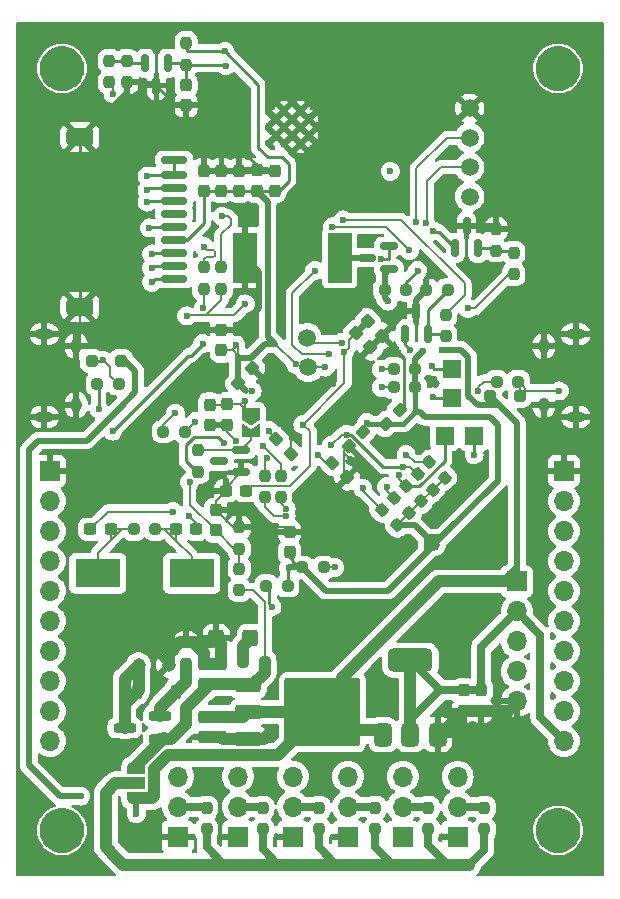
<source format=gbr>
%TF.GenerationSoftware,KiCad,Pcbnew,8.0.2*%
%TF.CreationDate,2024-06-02T11:57:14-03:00*%
%TF.ProjectId,dough,646f7567-682e-46b6-9963-61645f706362,rev?*%
%TF.SameCoordinates,Original*%
%TF.FileFunction,Copper,L4,Bot*%
%TF.FilePolarity,Positive*%
%FSLAX46Y46*%
G04 Gerber Fmt 4.6, Leading zero omitted, Abs format (unit mm)*
G04 Created by KiCad (PCBNEW 8.0.2) date 2024-06-02 11:57:14*
%MOMM*%
%LPD*%
G01*
G04 APERTURE LIST*
G04 Aperture macros list*
%AMRoundRect*
0 Rectangle with rounded corners*
0 $1 Rounding radius*
0 $2 $3 $4 $5 $6 $7 $8 $9 X,Y pos of 4 corners*
0 Add a 4 corners polygon primitive as box body*
4,1,4,$2,$3,$4,$5,$6,$7,$8,$9,$2,$3,0*
0 Add four circle primitives for the rounded corners*
1,1,$1+$1,$2,$3*
1,1,$1+$1,$4,$5*
1,1,$1+$1,$6,$7*
1,1,$1+$1,$8,$9*
0 Add four rect primitives between the rounded corners*
20,1,$1+$1,$2,$3,$4,$5,0*
20,1,$1+$1,$4,$5,$6,$7,0*
20,1,$1+$1,$6,$7,$8,$9,0*
20,1,$1+$1,$8,$9,$2,$3,0*%
%AMFreePoly0*
4,1,19,0.550000,-0.750000,0.000000,-0.750000,0.000000,-0.744911,-0.071157,-0.744911,-0.207708,-0.704816,-0.327430,-0.627875,-0.420627,-0.520320,-0.479746,-0.390866,-0.500000,-0.250000,-0.500000,0.250000,-0.479746,0.390866,-0.420627,0.520320,-0.327430,0.627875,-0.207708,0.704816,-0.071157,0.744911,0.000000,0.744911,0.000000,0.750000,0.550000,0.750000,0.550000,-0.750000,0.550000,-0.750000,
$1*%
%AMFreePoly1*
4,1,19,0.000000,0.744911,0.071157,0.744911,0.207708,0.704816,0.327430,0.627875,0.420627,0.520320,0.479746,0.390866,0.500000,0.250000,0.500000,-0.250000,0.479746,-0.390866,0.420627,-0.520320,0.327430,-0.627875,0.207708,-0.704816,0.071157,-0.744911,0.000000,-0.744911,0.000000,-0.750000,-0.550000,-0.750000,-0.550000,0.750000,0.000000,0.750000,0.000000,0.744911,0.000000,0.744911,
$1*%
%AMFreePoly2*
4,1,6,1.000000,0.000000,0.500000,-0.750000,-0.500000,-0.750000,-0.500000,0.750000,0.500000,0.750000,1.000000,0.000000,1.000000,0.000000,$1*%
%AMFreePoly3*
4,1,6,0.500000,-0.750000,-0.650000,-0.750000,-0.150000,0.000000,-0.650000,0.750000,0.500000,0.750000,0.500000,-0.750000,0.500000,-0.750000,$1*%
G04 Aperture macros list end*
%TA.AperFunction,ComponentPad*%
%ADD10C,1.143000*%
%TD*%
%TA.AperFunction,ComponentPad*%
%ADD11R,1.700000X1.700000*%
%TD*%
%TA.AperFunction,ComponentPad*%
%ADD12O,1.700000X1.700000*%
%TD*%
%TA.AperFunction,HeatsinkPad*%
%ADD13C,0.600000*%
%TD*%
%TA.AperFunction,ComponentPad*%
%ADD14C,1.498600*%
%TD*%
%TA.AperFunction,ComponentPad*%
%ADD15O,1.550000X0.890000*%
%TD*%
%TA.AperFunction,ComponentPad*%
%ADD16O,0.950000X1.250000*%
%TD*%
%TA.AperFunction,SMDPad,CuDef*%
%ADD17RoundRect,0.237500X0.237500X-0.300000X0.237500X0.300000X-0.237500X0.300000X-0.237500X-0.300000X0*%
%TD*%
%TA.AperFunction,SMDPad,CuDef*%
%ADD18RoundRect,0.237500X-0.300000X-0.237500X0.300000X-0.237500X0.300000X0.237500X-0.300000X0.237500X0*%
%TD*%
%TA.AperFunction,SMDPad,CuDef*%
%ADD19RoundRect,0.237500X-0.237500X0.300000X-0.237500X-0.300000X0.237500X-0.300000X0.237500X0.300000X0*%
%TD*%
%TA.AperFunction,SMDPad,CuDef*%
%ADD20RoundRect,0.237500X-0.237500X0.250000X-0.237500X-0.250000X0.237500X-0.250000X0.237500X0.250000X0*%
%TD*%
%TA.AperFunction,SMDPad,CuDef*%
%ADD21RoundRect,0.250000X0.400000X0.450000X-0.400000X0.450000X-0.400000X-0.450000X0.400000X-0.450000X0*%
%TD*%
%TA.AperFunction,SMDPad,CuDef*%
%ADD22RoundRect,0.237500X-0.250000X-0.237500X0.250000X-0.237500X0.250000X0.237500X-0.250000X0.237500X0*%
%TD*%
%TA.AperFunction,SMDPad,CuDef*%
%ADD23FreePoly0,90.000000*%
%TD*%
%TA.AperFunction,SMDPad,CuDef*%
%ADD24R,1.500000X1.000000*%
%TD*%
%TA.AperFunction,SMDPad,CuDef*%
%ADD25FreePoly1,90.000000*%
%TD*%
%TA.AperFunction,SMDPad,CuDef*%
%ADD26RoundRect,0.200000X0.750000X0.200000X-0.750000X0.200000X-0.750000X-0.200000X0.750000X-0.200000X0*%
%TD*%
%TA.AperFunction,SMDPad,CuDef*%
%ADD27R,1.500000X1.500000*%
%TD*%
%TA.AperFunction,SMDPad,CuDef*%
%ADD28RoundRect,0.150000X0.587500X0.150000X-0.587500X0.150000X-0.587500X-0.150000X0.587500X-0.150000X0*%
%TD*%
%TA.AperFunction,SMDPad,CuDef*%
%ADD29RoundRect,0.237500X0.237500X-0.250000X0.237500X0.250000X-0.237500X0.250000X-0.237500X-0.250000X0*%
%TD*%
%TA.AperFunction,SMDPad,CuDef*%
%ADD30RoundRect,0.237500X0.250000X0.237500X-0.250000X0.237500X-0.250000X-0.237500X0.250000X-0.237500X0*%
%TD*%
%TA.AperFunction,SMDPad,CuDef*%
%ADD31R,2.000000X4.200000*%
%TD*%
%TA.AperFunction,SMDPad,CuDef*%
%ADD32C,1.500000*%
%TD*%
%TA.AperFunction,SMDPad,CuDef*%
%ADD33RoundRect,0.250000X0.250000X0.250000X-0.250000X0.250000X-0.250000X-0.250000X0.250000X-0.250000X0*%
%TD*%
%TA.AperFunction,SMDPad,CuDef*%
%ADD34RoundRect,0.250000X-0.850000X-0.350000X0.850000X-0.350000X0.850000X0.350000X-0.850000X0.350000X0*%
%TD*%
%TA.AperFunction,SMDPad,CuDef*%
%ADD35RoundRect,0.250000X-1.275000X-1.125000X1.275000X-1.125000X1.275000X1.125000X-1.275000X1.125000X0*%
%TD*%
%TA.AperFunction,SMDPad,CuDef*%
%ADD36RoundRect,0.249997X-2.950003X-2.650003X2.950003X-2.650003X2.950003X2.650003X-2.950003X2.650003X0*%
%TD*%
%TA.AperFunction,SMDPad,CuDef*%
%ADD37RoundRect,0.150000X0.150000X-0.587500X0.150000X0.587500X-0.150000X0.587500X-0.150000X-0.587500X0*%
%TD*%
%TA.AperFunction,SMDPad,CuDef*%
%ADD38RoundRect,0.237500X-0.380070X0.044194X0.044194X-0.380070X0.380070X-0.044194X-0.044194X0.380070X0*%
%TD*%
%TA.AperFunction,SMDPad,CuDef*%
%ADD39RoundRect,0.237500X0.044194X0.380070X-0.380070X-0.044194X-0.044194X-0.380070X0.380070X0.044194X0*%
%TD*%
%TA.AperFunction,SMDPad,CuDef*%
%ADD40RoundRect,0.225000X-0.225000X-0.375000X0.225000X-0.375000X0.225000X0.375000X-0.225000X0.375000X0*%
%TD*%
%TA.AperFunction,SMDPad,CuDef*%
%ADD41RoundRect,0.150000X0.950000X0.150000X-0.950000X0.150000X-0.950000X-0.150000X0.950000X-0.150000X0*%
%TD*%
%TA.AperFunction,SMDPad,CuDef*%
%ADD42RoundRect,0.381000X0.762000X0.381000X-0.762000X0.381000X-0.762000X-0.381000X0.762000X-0.381000X0*%
%TD*%
%TA.AperFunction,SMDPad,CuDef*%
%ADD43RoundRect,0.237500X0.300000X0.237500X-0.300000X0.237500X-0.300000X-0.237500X0.300000X-0.237500X0*%
%TD*%
%TA.AperFunction,SMDPad,CuDef*%
%ADD44RoundRect,0.237500X-0.344715X0.008839X0.008839X-0.344715X0.344715X-0.008839X-0.008839X0.344715X0*%
%TD*%
%TA.AperFunction,SMDPad,CuDef*%
%ADD45R,3.850000X2.400000*%
%TD*%
%TA.AperFunction,SMDPad,CuDef*%
%ADD46RoundRect,0.250000X-0.250000X-0.250000X0.250000X-0.250000X0.250000X0.250000X-0.250000X0.250000X0*%
%TD*%
%TA.AperFunction,SMDPad,CuDef*%
%ADD47RoundRect,0.237500X0.380070X-0.044194X-0.044194X0.380070X-0.380070X0.044194X0.044194X-0.380070X0*%
%TD*%
%TA.AperFunction,SMDPad,CuDef*%
%ADD48RoundRect,0.150000X-0.150000X0.587500X-0.150000X-0.587500X0.150000X-0.587500X0.150000X0.587500X0*%
%TD*%
%TA.AperFunction,SMDPad,CuDef*%
%ADD49RoundRect,0.237500X0.344715X-0.008839X-0.008839X0.344715X-0.344715X0.008839X0.008839X-0.344715X0*%
%TD*%
%TA.AperFunction,SMDPad,CuDef*%
%ADD50RoundRect,0.237500X-0.044194X-0.380070X0.380070X0.044194X0.044194X0.380070X-0.380070X-0.044194X0*%
%TD*%
%TA.AperFunction,SMDPad,CuDef*%
%ADD51RoundRect,0.375000X0.375000X-0.625000X0.375000X0.625000X-0.375000X0.625000X-0.375000X-0.625000X0*%
%TD*%
%TA.AperFunction,SMDPad,CuDef*%
%ADD52RoundRect,0.500000X1.400000X-0.500000X1.400000X0.500000X-1.400000X0.500000X-1.400000X-0.500000X0*%
%TD*%
%TA.AperFunction,SMDPad,CuDef*%
%ADD53FreePoly2,270.000000*%
%TD*%
%TA.AperFunction,SMDPad,CuDef*%
%ADD54FreePoly3,270.000000*%
%TD*%
%TA.AperFunction,ViaPad*%
%ADD55C,0.600000*%
%TD*%
%TA.AperFunction,ViaPad*%
%ADD56C,1.000000*%
%TD*%
%TA.AperFunction,Conductor*%
%ADD57C,0.200000*%
%TD*%
%TA.AperFunction,Conductor*%
%ADD58C,1.000000*%
%TD*%
%TA.AperFunction,Conductor*%
%ADD59C,0.250000*%
%TD*%
%TA.AperFunction,Conductor*%
%ADD60C,0.500000*%
%TD*%
%TA.AperFunction,Conductor*%
%ADD61C,0.150000*%
%TD*%
%TA.AperFunction,Conductor*%
%ADD62C,0.700000*%
%TD*%
%TA.AperFunction,Conductor*%
%ADD63C,0.400000*%
%TD*%
G04 APERTURE END LIST*
D10*
%TO.P,J1,1,1*%
%TO.N,GND*%
X110820000Y-90400000D03*
%TO.P,J1,2,2*%
%TO.N,Net-(D2-K)*%
X108280000Y-90400000D03*
%TD*%
D11*
%TO.P,J7,1,Pin_1*%
%TO.N,GND*%
X126000000Y-104925000D03*
D12*
%TO.P,J7,2,Pin_2*%
%TO.N,Net-(J7-Pin_2)*%
X126000000Y-102385000D03*
%TO.P,J7,3,Pin_3*%
%TO.N,SER_3*%
X126000000Y-99845000D03*
%TD*%
D11*
%TO.P,J6,1,Pin_1*%
%TO.N,GND*%
X130650000Y-104925000D03*
D12*
%TO.P,J6,2,Pin_2*%
%TO.N,Net-(J6-Pin_2)*%
X130650000Y-102385000D03*
%TO.P,J6,3,Pin_3*%
%TO.N,SER_2*%
X130650000Y-99845000D03*
%TD*%
D11*
%TO.P,J12,1,Pin_1*%
%TO.N,GND*%
X100800000Y-73975000D03*
D12*
%TO.P,J12,2,Pin_2*%
%TO.N,SPI_BIT2*%
X100800000Y-76515000D03*
%TO.P,J12,3,Pin_3*%
%TO.N,SPI0_MISO*%
X100800000Y-79055000D03*
%TO.P,J12,4,Pin_4*%
%TO.N,SPI0_CLK*%
X100800000Y-81595000D03*
%TO.P,J12,5,Pin_5*%
%TO.N,SPI0_MOSI*%
X100800000Y-84135000D03*
%TO.P,J12,6,Pin_6*%
%TO.N,SPI_BIT3*%
X100800000Y-86675000D03*
%TO.P,J12,7,Pin_7*%
%TO.N,SPI0_CS2*%
X100800000Y-89215000D03*
%TO.P,J12,8,Pin_8*%
%TO.N,GPIO6_esp*%
X100800000Y-91755000D03*
%TO.P,J12,9,Pin_9*%
%TO.N,GPIO5_esp*%
X100800000Y-94295000D03*
%TO.P,J12,10,Pin_10*%
%TO.N,GPIO4_esp*%
X100800000Y-96835000D03*
%TD*%
D13*
%TO.P,U9,41,GND*%
%TO.N,GND*%
X119900000Y-44160000D03*
X119900000Y-45560000D03*
X120600000Y-43460000D03*
X120600000Y-44860000D03*
X120600000Y-46260000D03*
X121300000Y-44160000D03*
X121300000Y-45560000D03*
X122000000Y-43460000D03*
X122000000Y-44860000D03*
X122000000Y-46260000D03*
X122700000Y-44160000D03*
X122700000Y-45560000D03*
%TD*%
D11*
%TO.P,J4,1,Pin_1*%
%TO.N,GND*%
X111600000Y-104925000D03*
D12*
%TO.P,J4,2,Pin_2*%
%TO.N,Net-(J4-Pin_2)*%
X111600000Y-102385000D03*
%TO.P,J4,3,Pin_3*%
%TO.N,SER_6*%
X111600000Y-99845000D03*
%TD*%
D11*
%TO.P,J9,1,Pin_1*%
%TO.N,GND*%
X116700000Y-104925000D03*
D12*
%TO.P,J9,2,Pin_2*%
%TO.N,Net-(J9-Pin_2)*%
X116700000Y-102385000D03*
%TO.P,J9,3,Pin_3*%
%TO.N,SER_5*%
X116700000Y-99845000D03*
%TD*%
D14*
%TO.P,U11,1,1*%
%TO.N,GND*%
X136308000Y-43271100D03*
%TO.P,U11,2,2*%
%TO.N,UART1_RX*%
X136308000Y-45760300D03*
%TO.P,U11,3,3*%
%TO.N,UART1_TX*%
X136308000Y-48249500D03*
%TO.P,U11,4,4*%
%TO.N,+3V3*%
X136308000Y-50738700D03*
%TD*%
D11*
%TO.P,J8,1,Pin_1*%
%TO.N,GND*%
X121350000Y-104925000D03*
D12*
%TO.P,J8,2,Pin_2*%
%TO.N,Net-(J8-Pin_2)*%
X121350000Y-102385000D03*
%TO.P,J8,3,Pin_3*%
%TO.N,SER_4*%
X121350000Y-99845000D03*
%TD*%
D11*
%TO.P,J5,1,Pin_1*%
%TO.N,GND*%
X135300000Y-104925000D03*
D12*
%TO.P,J5,2,Pin_2*%
%TO.N,Net-(J5-Pin_2)*%
X135300000Y-102385000D03*
%TO.P,J5,3,Pin_3*%
%TO.N,SER_1*%
X135300000Y-99845000D03*
%TD*%
D15*
%TO.P,J10,6,Shield*%
%TO.N,GND*%
X145300000Y-69400000D03*
D16*
X142600000Y-68400000D03*
X142600000Y-63400000D03*
D15*
X145300000Y-62400000D03*
%TD*%
D11*
%TO.P,J2,1,Pin_1*%
%TO.N,+5V*%
X140300000Y-83325000D03*
D12*
%TO.P,J2,2,Pin_2*%
%TO.N,+3V3*%
X140300000Y-85865000D03*
%TO.P,J2,3,Pin_3*%
%TO.N,SDA0*%
X140300000Y-88405000D03*
%TO.P,J2,4,Pin_4*%
%TO.N,SCL0*%
X140300000Y-90945000D03*
%TO.P,J2,5,Pin_5*%
%TO.N,GND*%
X140300000Y-93485000D03*
%TD*%
D11*
%TO.P,J11,1,Pin_1*%
%TO.N,GND*%
X144300000Y-73975000D03*
D12*
%TO.P,J11,2,Pin_2*%
%TO.N,ADC0*%
X144300000Y-76515000D03*
%TO.P,J11,3,Pin_3*%
%TO.N,ADC1*%
X144300000Y-79055000D03*
%TO.P,J11,4,Pin_4*%
%TO.N,ADC2*%
X144300000Y-81595000D03*
%TO.P,J11,5,Pin_5*%
%TO.N,GPIO15*%
X144300000Y-84135000D03*
%TO.P,J11,6,Pin_6*%
%TO.N,GPIO16*%
X144300000Y-86675000D03*
%TO.P,J11,7,Pin_7*%
%TO.N,GPIO17*%
X144300000Y-89215000D03*
%TO.P,J11,8,Pin_8*%
%TO.N,GPIO18*%
X144300000Y-91755000D03*
%TO.P,J11,9,Pin_9*%
%TO.N,+5V*%
X144300000Y-94295000D03*
%TO.P,J11,10,Pin_10*%
%TO.N,+3V3*%
X144300000Y-96835000D03*
%TD*%
D15*
%TO.P,J3,6,Shield*%
%TO.N,GND*%
X100300000Y-62400000D03*
D16*
X103000000Y-63400000D03*
X103000000Y-68400000D03*
D15*
X100300000Y-69400000D03*
%TD*%
D17*
%TO.P,C5,1*%
%TO.N,+3V3*%
X121079200Y-80864200D03*
%TO.P,C5,2*%
%TO.N,GND*%
X121079200Y-79139200D03*
%TD*%
D18*
%TO.P,C7,1*%
%TO.N,Net-(C7-Pad1)*%
X111437500Y-78900000D03*
%TO.P,C7,2*%
%TO.N,Net-(U2-XOUT)*%
X113162500Y-78900000D03*
%TD*%
D19*
%TO.P,C14,1*%
%TO.N,ADC_VREF*%
X115800000Y-68337500D03*
%TO.P,C14,2*%
%TO.N,GND*%
X115800000Y-70062500D03*
%TD*%
D20*
%TO.P,R12,1*%
%TO.N,RP2040_RST*%
X134300000Y-60737500D03*
%TO.P,R12,2*%
%TO.N,Net-(Q5-G)*%
X134300000Y-62562500D03*
%TD*%
D21*
%TO.P,D3,1,A1*%
%TO.N,Net-(D3-A1)*%
X117750000Y-88150000D03*
%TO.P,D3,2,A2*%
%TO.N,GND*%
X114850000Y-88150000D03*
%TD*%
D19*
%TO.P,C20,1*%
%TO.N,+3V3*%
X137300000Y-92537500D03*
%TO.P,C20,2*%
%TO.N,GND*%
X137300000Y-94262500D03*
%TD*%
D22*
%TO.P,R13,1*%
%TO.N,GND*%
X132637500Y-58650000D03*
%TO.P,R13,2*%
%TO.N,Net-(Q5-G)*%
X134462500Y-58650000D03*
%TD*%
D20*
%TO.P,R41,1*%
%TO.N,Net-(U9-IO19)*%
X115300000Y-56737500D03*
%TO.P,R41,2*%
%TO.N,USB2_D-*%
X115300000Y-58562500D03*
%TD*%
D23*
%TO.P,JP2,1,A*%
%TO.N,+5V*%
X108050000Y-101700000D03*
D24*
%TO.P,JP2,2,C*%
%TO.N,Net-(JP2-C)*%
X108050000Y-100400000D03*
D25*
%TO.P,JP2,3,B*%
%TO.N,+BATT*%
X108050000Y-99100000D03*
%TD*%
D26*
%TO.P,Q3,1,G*%
%TO.N,Net-(D2-A)*%
X110100000Y-94750000D03*
%TO.P,Q3,2,S*%
%TO.N,+BATT*%
X110100000Y-96650000D03*
%TO.P,Q3,3,D*%
%TO.N,Net-(D2-K)*%
X107100000Y-95700000D03*
%TD*%
D27*
%TO.P,TP4,1,1*%
%TO.N,SCL0*%
X134800000Y-65300000D03*
%TD*%
D20*
%TO.P,R6,1*%
%TO.N,Net-(J6-Pin_2)*%
X132800000Y-102487500D03*
%TO.P,R6,2*%
%TO.N,Net-(JP2-C)*%
X132800000Y-104312500D03*
%TD*%
D28*
%TO.P,Q2,1,G*%
%TO.N,BUZZER*%
X129487500Y-54950000D03*
%TO.P,Q2,2,S*%
%TO.N,+5V*%
X129487500Y-56850000D03*
%TO.P,Q2,3,D*%
%TO.N,Net-(BZ1-+)*%
X127612500Y-55900000D03*
%TD*%
D29*
%TO.P,R37,1*%
%TO.N,Net-(D2-A)*%
X112300000Y-90312500D03*
%TO.P,R37,2*%
%TO.N,GND*%
X112300000Y-88487500D03*
%TD*%
D27*
%TO.P,TP6,1,1*%
%TO.N,SDA1*%
X136700000Y-71000000D03*
%TD*%
D30*
%TO.P,R27,1*%
%TO.N,+3V3*%
X131694500Y-66896400D03*
%TO.P,R27,2*%
%TO.N,SDA0*%
X129869500Y-66896400D03*
%TD*%
D28*
%TO.P,U5,1,K*%
%TO.N,Net-(JP1-B)*%
X116987500Y-72200000D03*
%TO.P,U5,2,A*%
%TO.N,GND*%
X116987500Y-74100000D03*
%TO.P,U5,3*%
%TO.N,N/C*%
X115112500Y-73150000D03*
%TD*%
D20*
%TO.P,R4,1*%
%TO.N,Net-(J5-Pin_2)*%
X137550000Y-102487500D03*
%TO.P,R4,2*%
%TO.N,Net-(JP2-C)*%
X137550000Y-104312500D03*
%TD*%
D29*
%TO.P,R38,1*%
%TO.N,ESP32_BOOT*%
X140050000Y-57312500D03*
%TO.P,R38,2*%
%TO.N,Net-(Q4-G)*%
X140050000Y-55487500D03*
%TD*%
D31*
%TO.P,BZ1,1,+*%
%TO.N,Net-(BZ1-+)*%
X125300000Y-55900000D03*
%TO.P,BZ1,2,-*%
%TO.N,GND*%
X117300000Y-55900000D03*
%TD*%
D29*
%TO.P,R23,1*%
%TO.N,ESP32_RST*%
X105800000Y-41062500D03*
%TO.P,R23,2*%
%TO.N,Net-(Q1-G)*%
X105800000Y-39237500D03*
%TD*%
D19*
%TO.P,C3,1*%
%TO.N,+5V*%
X113800000Y-94787500D03*
%TO.P,C3,2*%
%TO.N,GND*%
X113800000Y-96512500D03*
%TD*%
D32*
%TO.P,TP2,1,1*%
%TO.N,SWD*%
X122650000Y-65200000D03*
%TD*%
D20*
%TO.P,R22,1*%
%TO.N,Net-(J4-Pin_2)*%
X114050000Y-102487500D03*
%TO.P,R22,2*%
%TO.N,Net-(JP2-C)*%
X114050000Y-104312500D03*
%TD*%
%TO.P,R39,1*%
%TO.N,GND*%
X138550000Y-53487500D03*
%TO.P,R39,2*%
%TO.N,Net-(Q4-G)*%
X138550000Y-55312500D03*
%TD*%
D33*
%TO.P,D6,1,K*%
%TO.N,+5V*%
X106800000Y-64650000D03*
%TO.P,D6,2,A*%
%TO.N,Net-(D6-A)*%
X104300000Y-64650000D03*
%TD*%
D34*
%TO.P,U3,1,GND*%
%TO.N,GND*%
X117550000Y-96680000D03*
%TO.P,U3,2,VO*%
%TO.N,+5V*%
X117550000Y-94400000D03*
D35*
X122175000Y-92875000D03*
X122175000Y-95925000D03*
D36*
X123850000Y-94400000D03*
D35*
X125525000Y-92875000D03*
X125525000Y-95925000D03*
D34*
%TO.P,U3,3,VI*%
%TO.N,+BATT*%
X117550000Y-92120000D03*
%TD*%
D30*
%TO.P,R11,1*%
%TO.N,+3V3*%
X120912500Y-83700000D03*
%TO.P,R11,2*%
%TO.N,Net-(Q5-S)*%
X119087500Y-83700000D03*
%TD*%
D29*
%TO.P,R35,1*%
%TO.N,GND*%
X107300000Y-41062500D03*
%TO.P,R35,2*%
%TO.N,Net-(Q1-G)*%
X107300000Y-39237500D03*
%TD*%
D37*
%TO.P,Q4,1,G*%
%TO.N,Net-(Q4-G)*%
X137000000Y-55087500D03*
%TO.P,Q4,2,S*%
%TO.N,Net-(Q4-S)*%
X135100000Y-55087500D03*
%TO.P,Q4,3,D*%
%TO.N,GND*%
X136050000Y-53212500D03*
%TD*%
D17*
%TO.P,C27,1*%
%TO.N,+3V3*%
X118290000Y-50250000D03*
%TO.P,C27,2*%
%TO.N,GND*%
X118290000Y-48525000D03*
%TD*%
D38*
%TO.P,C24,1*%
%TO.N,+1V1*%
X126690120Y-62290120D03*
%TO.P,C24,2*%
%TO.N,GND*%
X127909880Y-63509880D03*
%TD*%
D39*
%TO.P,C30,1*%
%TO.N,GND*%
X117909880Y-65290121D03*
%TO.P,C30,2*%
%TO.N,+3V3*%
X116690120Y-66509879D03*
%TD*%
D19*
%TO.P,C16,1*%
%TO.N,GND*%
X115300000Y-62037500D03*
%TO.P,C16,2*%
%TO.N,+3V3*%
X115300000Y-63762500D03*
%TD*%
D20*
%TO.P,R7,1*%
%TO.N,Net-(J7-Pin_2)*%
X128300000Y-102487500D03*
%TO.P,R7,2*%
%TO.N,Net-(JP2-C)*%
X128300000Y-104312500D03*
%TD*%
D29*
%TO.P,R20,1*%
%TO.N,USB1_D-*%
X120317200Y-76190900D03*
%TO.P,R20,2*%
%TO.N,Net-(U2-USB_DM)*%
X120317200Y-74365900D03*
%TD*%
D20*
%TO.P,R9,1*%
%TO.N,Net-(J9-Pin_2)*%
X118800000Y-102487500D03*
%TO.P,R9,2*%
%TO.N,Net-(JP2-C)*%
X118800000Y-104312500D03*
%TD*%
D29*
%TO.P,R5,1*%
%TO.N,+3V3*%
X113300000Y-74062500D03*
%TO.P,R5,2*%
%TO.N,Net-(JP1-B)*%
X113300000Y-72237500D03*
%TD*%
D19*
%TO.P,C404,1*%
%TO.N,GND*%
X115300000Y-48537500D03*
%TO.P,C404,2*%
%TO.N,+3V3*%
X115300000Y-50262500D03*
%TD*%
D17*
%TO.P,C13,1*%
%TO.N,ADC3*%
X114800000Y-79012500D03*
%TO.P,C13,2*%
%TO.N,GND*%
X114800000Y-77287500D03*
%TD*%
D40*
%TO.P,D2,1,K*%
%TO.N,Net-(D2-K)*%
X108150000Y-92650000D03*
%TO.P,D2,2,A*%
%TO.N,Net-(D2-A)*%
X111450000Y-92650000D03*
%TD*%
D17*
%TO.P,C2,1*%
%TO.N,+BATT*%
X113800000Y-92012500D03*
%TO.P,C2,2*%
%TO.N,GND*%
X113800000Y-90287500D03*
%TD*%
D22*
%TO.P,R36,1*%
%TO.N,+5V*%
X129137500Y-58650000D03*
%TO.P,R36,2*%
%TO.N,Net-(D7-A)*%
X130962500Y-58650000D03*
%TD*%
D19*
%TO.P,C28,1*%
%TO.N,GND*%
X119800000Y-48537500D03*
%TO.P,C28,2*%
%TO.N,+3V3*%
X119800000Y-50262500D03*
%TD*%
D41*
%TO.P,J401,1,DAT2*%
%TO.N,SPI_BIT2*%
X111300000Y-57700000D03*
%TO.P,J401,2,CD/DAT3*%
%TO.N,SPI_BIT3*%
X111300000Y-56600000D03*
%TO.P,J401,3,CMD*%
%TO.N,SPI_CS*%
X111300000Y-55500000D03*
%TO.P,J401,4,VDD*%
%TO.N,+3V3*%
X111300000Y-54400000D03*
%TO.P,J401,5,CLK*%
%TO.N,SPI0_CLK*%
X111300000Y-53300000D03*
%TO.P,J401,6,VSS*%
%TO.N,unconnected-(J401-VSS-Pad6)*%
X111300000Y-52200000D03*
%TO.P,J401,7,DAT0*%
%TO.N,SPI0_MOSI*%
X111300000Y-51100000D03*
%TO.P,J401,8,DAT1*%
%TO.N,SPI0_MISO*%
X111300000Y-50000000D03*
%TO.P,J401,9,CD1*%
%TO.N,SD_CD*%
X111300000Y-48900000D03*
%TO.P,J401,10,CD2*%
X111300000Y-47650000D03*
D42*
%TO.P,J401,11,GND*%
%TO.N,GND*%
X103300000Y-45730000D03*
%TO.P,J401,12,GND__1*%
X103300000Y-60070000D03*
%TD*%
D30*
%TO.P,R26,1*%
%TO.N,+3V3*%
X131694500Y-65300000D03*
%TO.P,R26,2*%
%TO.N,SCL0*%
X129869500Y-65300000D03*
%TD*%
D22*
%TO.P,R19,1*%
%TO.N,+3V3*%
X122147900Y-82136400D03*
%TO.P,R19,2*%
%TO.N,/RP2040 section/QSPI_SS*%
X123972900Y-82136400D03*
%TD*%
D43*
%TO.P,C6,1*%
%TO.N,Net-(C6-Pad1)*%
X105912500Y-78900000D03*
%TO.P,C6,2*%
%TO.N,Net-(U2-XIN)*%
X104187500Y-78900000D03*
%TD*%
D44*
%TO.P,R24,1*%
%TO.N,SDA1*%
X131904765Y-74254765D03*
%TO.P,R24,2*%
%TO.N,+3V3*%
X133195235Y-75545235D03*
%TD*%
D45*
%TO.P,Y1,1,1*%
%TO.N,Net-(C7-Pad1)*%
X112775000Y-82650000D03*
%TO.P,Y1,2,2*%
%TO.N,Net-(C6-Pad1)*%
X104825000Y-82650000D03*
%TD*%
D44*
%TO.P,R34,1*%
%TO.N,BMI_INT2*%
X128904765Y-77254765D03*
%TO.P,R34,2*%
%TO.N,+3V3*%
X130195235Y-78545235D03*
%TD*%
D46*
%TO.P,D4,1,K*%
%TO.N,+5V*%
X138050000Y-67650000D03*
%TO.P,D4,2,A*%
%TO.N,Net-(D4-A)*%
X140550000Y-67650000D03*
%TD*%
D39*
%TO.P,C19,1*%
%TO.N,GND*%
X130409880Y-68790120D03*
%TO.P,C19,2*%
%TO.N,+3V3*%
X129190120Y-70009880D03*
%TD*%
D47*
%TO.P,C31,1*%
%TO.N,GND*%
X125919760Y-74519760D03*
%TO.P,C31,2*%
%TO.N,+3V3*%
X124700000Y-73300000D03*
%TD*%
D43*
%TO.P,C8,1*%
%TO.N,+1V1*%
X117412500Y-75650000D03*
%TO.P,C8,2*%
%TO.N,GND*%
X115687500Y-75650000D03*
%TD*%
D19*
%TO.P,C4,1*%
%TO.N,+5V*%
X115300000Y-94787500D03*
%TO.P,C4,2*%
%TO.N,GND*%
X115300000Y-96512500D03*
%TD*%
D29*
%TO.P,R21,1*%
%TO.N,USB1_D+*%
X118989600Y-76190900D03*
%TO.P,R21,2*%
%TO.N,Net-(U2-USB_DP)*%
X118989600Y-74365900D03*
%TD*%
D22*
%TO.P,R43,1*%
%TO.N,Net-(D9-A)*%
X138587500Y-66400000D03*
%TO.P,R43,2*%
%TO.N,Net-(D4-A)*%
X140412500Y-66400000D03*
%TD*%
D29*
%TO.P,R1,1*%
%TO.N,+BATT*%
X116800000Y-84062500D03*
%TO.P,R1,2*%
%TO.N,ADC3*%
X116800000Y-82237500D03*
%TD*%
D48*
%TO.P,Q1,1,G*%
%TO.N,Net-(Q1-G)*%
X108850000Y-39462500D03*
%TO.P,Q1,2,S*%
%TO.N,Net-(Q1-S)*%
X110750000Y-39462500D03*
%TO.P,Q1,3,D*%
%TO.N,GND*%
X109800000Y-41337500D03*
%TD*%
D22*
%TO.P,R42,1*%
%TO.N,Net-(D8-A)*%
X104787500Y-66600000D03*
%TO.P,R42,2*%
%TO.N,Net-(D6-A)*%
X106612500Y-66600000D03*
%TD*%
%TO.P,R10,1*%
%TO.N,Net-(C6-Pad1)*%
X107887500Y-78900000D03*
%TO.P,R10,2*%
%TO.N,Net-(C7-Pad1)*%
X109712500Y-78900000D03*
%TD*%
D49*
%TO.P,R17,1*%
%TO.N,+3V3*%
X134195235Y-74545235D03*
%TO.P,R17,2*%
%TO.N,Net-(U8-SDO)*%
X132904765Y-73254765D03*
%TD*%
D27*
%TO.P,TP3,1,1*%
%TO.N,SDA0*%
X134800000Y-67800000D03*
%TD*%
D20*
%TO.P,R40,1*%
%TO.N,Net-(U9-IO20)*%
X113800000Y-56737500D03*
%TO.P,R40,2*%
%TO.N,USB2_D+*%
X113800000Y-58562500D03*
%TD*%
D44*
%TO.P,R33,1*%
%TO.N,BMI_INT1*%
X129904765Y-76254765D03*
%TO.P,R33,2*%
%TO.N,+3V3*%
X131195235Y-77545235D03*
%TD*%
D19*
%TO.P,C23,1*%
%TO.N,Net-(Q1-S)*%
X112300000Y-41287500D03*
%TO.P,C23,2*%
%TO.N,GND*%
X112300000Y-43012500D03*
%TD*%
D47*
%TO.P,C32,1*%
%TO.N,GND*%
X121159880Y-72509880D03*
%TO.P,C32,2*%
%TO.N,+3V3*%
X119940120Y-71290120D03*
%TD*%
D19*
%TO.P,C403,1*%
%TO.N,GND*%
X113800000Y-48537500D03*
%TO.P,C403,2*%
%TO.N,+3V3*%
X113800000Y-50262500D03*
%TD*%
D20*
%TO.P,R401,1*%
%TO.N,+3V3*%
X112300000Y-37737500D03*
%TO.P,R401,2*%
%TO.N,Net-(Q1-S)*%
X112300000Y-39562500D03*
%TD*%
D30*
%TO.P,R3,1*%
%TO.N,+BATT*%
X118962500Y-90150000D03*
%TO.P,R3,2*%
%TO.N,Net-(D3-A1)*%
X117137500Y-90150000D03*
%TD*%
D32*
%TO.P,TP1,1,1*%
%TO.N,SWCLK*%
X122550000Y-62700000D03*
%TD*%
D50*
%TO.P,C33,1*%
%TO.N,GND*%
X126057320Y-71875080D03*
%TO.P,C33,2*%
%TO.N,+3V3*%
X127277080Y-70655320D03*
%TD*%
D19*
%TO.P,C10,1*%
%TO.N,ADC_VREF*%
X114300000Y-68362500D03*
%TO.P,C10,2*%
%TO.N,GND*%
X114300000Y-70087500D03*
%TD*%
D38*
%TO.P,C9,1*%
%TO.N,+1V1*%
X127690120Y-61290120D03*
%TO.P,C9,2*%
%TO.N,GND*%
X128909880Y-62509880D03*
%TD*%
D51*
%TO.P,U4,1,GND*%
%TO.N,GND*%
X133600000Y-96300000D03*
%TO.P,U4,2,VO*%
%TO.N,+3V3*%
X131300000Y-96300000D03*
D52*
X131300000Y-90000000D03*
D51*
%TO.P,U4,3,VI*%
%TO.N,+5V*%
X129000000Y-96300000D03*
%TD*%
D17*
%TO.P,C22,1*%
%TO.N,GND*%
X135800000Y-94262500D03*
%TO.P,C22,2*%
%TO.N,+3V3*%
X135800000Y-92537500D03*
%TD*%
D37*
%TO.P,Q5,1,G*%
%TO.N,Net-(Q5-G)*%
X132750000Y-62337500D03*
%TO.P,Q5,2,S*%
%TO.N,Net-(Q5-S)*%
X130850000Y-62337500D03*
%TO.P,Q5,3,D*%
%TO.N,GND*%
X131800000Y-60462500D03*
%TD*%
D20*
%TO.P,R8,1*%
%TO.N,Net-(J8-Pin_2)*%
X123550000Y-102487500D03*
%TO.P,R8,2*%
%TO.N,Net-(JP2-C)*%
X123550000Y-104312500D03*
%TD*%
D53*
%TO.P,JP1,1,A*%
%TO.N,ADC_VREF*%
X117800000Y-69175000D03*
D54*
%TO.P,JP1,2,B*%
%TO.N,Net-(JP1-B)*%
X117800000Y-70625000D03*
%TD*%
D22*
%TO.P,R18,1*%
%TO.N,Net-(R18-Pad1)*%
X110387500Y-70650000D03*
%TO.P,R18,2*%
%TO.N,/RP2040 section/QSPI_SS*%
X112212500Y-70650000D03*
%TD*%
D27*
%TO.P,TP5,1,1*%
%TO.N,SCL1*%
X134200000Y-71000000D03*
%TD*%
D29*
%TO.P,R2,1*%
%TO.N,ADC3*%
X116800000Y-80562500D03*
%TO.P,R2,2*%
%TO.N,GND*%
X116800000Y-78737500D03*
%TD*%
D44*
%TO.P,R25,1*%
%TO.N,SCL1*%
X130904765Y-75254765D03*
%TO.P,R25,2*%
%TO.N,+3V3*%
X132195235Y-76545235D03*
%TD*%
D17*
%TO.P,C1,1*%
%TO.N,+BATT*%
X115300000Y-92012500D03*
%TO.P,C1,2*%
%TO.N,GND*%
X115300000Y-90287500D03*
%TD*%
D19*
%TO.P,C26,1*%
%TO.N,GND*%
X116800000Y-48537500D03*
%TO.P,C26,2*%
%TO.N,+3V3*%
X116800000Y-50262500D03*
%TD*%
D55*
%TO.N,GND*%
X116529632Y-71400001D03*
X116550000Y-62150000D03*
X113600000Y-75400000D03*
X132900000Y-57500000D03*
X126200000Y-73000000D03*
D56*
X119500000Y-96100000D03*
D55*
X117400000Y-47200000D03*
X124759635Y-66634635D03*
X123300000Y-79600000D03*
%TO.N,+5V*%
X108100000Y-103000000D03*
X103400000Y-101500000D03*
X134000000Y-63700000D03*
X129400000Y-59600000D03*
%TO.N,+3V3*%
X127587600Y-69887600D03*
X120977600Y-82187200D03*
X116500000Y-63300000D03*
X117900000Y-67201200D03*
X115500000Y-71600000D03*
X115592800Y-38448400D03*
X119352000Y-70554000D03*
D56*
X133300000Y-80200000D03*
D55*
X123466800Y-72586000D03*
X121577513Y-64943819D03*
X132400000Y-63800000D03*
%TO.N,+1V1*%
X125717155Y-63917155D03*
X122196800Y-70046000D03*
%TO.N,ADC3*%
X112600355Y-74890383D03*
%TO.N,ADC_VREF*%
X117269200Y-68064800D03*
%TO.N,SDA1*%
X125896319Y-70887443D03*
X130700000Y-73602000D03*
X136700000Y-72600000D03*
X124600000Y-71800000D03*
%TO.N,SCL1*%
X130300000Y-74300000D03*
%TO.N,SER_3*%
X123200000Y-57000000D03*
X124400000Y-64100000D03*
%TO.N,SER_4*%
X124700000Y-53299998D03*
X131200000Y-55300000D03*
%TO.N,SWCLK*%
X125471224Y-63100000D03*
%TO.N,SWD*%
X124105557Y-65170025D03*
%TO.N,BMI_INT2*%
X127276800Y-75430800D03*
%TO.N,BMI_INT1*%
X129290461Y-75300000D03*
%TO.N,Net-(U2-XIN)*%
X111173200Y-77412000D03*
%TO.N,Net-(U2-XOUT)*%
X112544800Y-77767600D03*
%TO.N,USB1_D-*%
X120774400Y-77158000D03*
%TO.N,USB1_D+*%
X120774400Y-77767600D03*
%TO.N,Net-(U8-SDO)*%
X130934400Y-72586000D03*
%TO.N,Net-(D4-A)*%
X143900000Y-67200000D03*
%TO.N,Net-(D8-A)*%
X104900000Y-68700000D03*
%TO.N,ESP32_RST*%
X106123058Y-42023058D03*
%TO.N,Net-(D9-A)*%
X137000000Y-67200000D03*
%TO.N,Net-(Q1-S)*%
X115694400Y-39667600D03*
%TO.N,SPI0_CLK*%
X109200000Y-53400000D03*
%TO.N,Net-(D6-A)*%
X105300000Y-64600000D03*
%TO.N,SPI_CS*%
X109400000Y-55600000D03*
%TO.N,USB2_D+*%
X113750000Y-60200000D03*
%TO.N,USB2_D-*%
X117324265Y-59824265D03*
X112350000Y-60850000D03*
%TO.N,SD_CD*%
X129600000Y-48600000D03*
X109000000Y-49000000D03*
%TO.N,SPI_BIT3*%
X109400000Y-56800000D03*
%TO.N,SPI0_MISO*%
X109000000Y-50200000D03*
%TO.N,SPI_BIT2*%
X109400000Y-58000000D03*
%TO.N,SPI0_MOSI*%
X109000000Y-51200000D03*
%TO.N,UART1_TX*%
X132604266Y-52995734D03*
%TO.N,UART1_RX*%
X131800000Y-52900000D03*
%TO.N,SCL0*%
X128851600Y-65372400D03*
X133100000Y-65100000D03*
%TO.N,SDA0*%
X128851600Y-66896400D03*
X133200000Y-67700000D03*
%TO.N,Net-(R18-Pad1)*%
X111400000Y-69100000D03*
%TO.N,/RP2040 section/QSPI_SS*%
X124889200Y-82136400D03*
X113100000Y-69800000D03*
%TO.N,Net-(U2-USB_DM)*%
X118793200Y-71874800D03*
%TO.N,Net-(U2-USB_DP)*%
X119150846Y-72888754D03*
%TO.N,Net-(D7-A)*%
X131900000Y-57000000D03*
%TO.N,BUZZER*%
X128850000Y-56048367D03*
%TO.N,Net-(Q4-S)*%
X133179266Y-53640042D03*
%TO.N,SPI0_CS2*%
X106100000Y-70600000D03*
X113700000Y-63200000D03*
%TO.N,ESP32_BOOT*%
X136150000Y-60200000D03*
%TO.N,Net-(Q5-S)*%
X119574265Y-85474265D03*
X131300000Y-63700000D03*
%TO.N,RP2040_RST*%
X125600000Y-52724998D03*
%TO.N,Net-(U9-IO20)*%
X113800000Y-54975000D03*
%TO.N,Net-(U9-IO19)*%
X115350000Y-52400000D03*
%TD*%
D57*
%TO.N,GND*%
X115800000Y-70062500D02*
X115800000Y-70670369D01*
X114800000Y-77287500D02*
X114800000Y-76537500D01*
D58*
X110820000Y-90400000D02*
X110820000Y-89480000D01*
D59*
X107300000Y-41062500D02*
X109525000Y-41062500D01*
X130409880Y-68790120D02*
X130789950Y-68410050D01*
D57*
X121159880Y-72509880D02*
X121159880Y-68540121D01*
D59*
X118277500Y-48537500D02*
X118290000Y-48525000D01*
D60*
X113850000Y-75650000D02*
X113600000Y-75400000D01*
D61*
X115300000Y-62037500D02*
X115300000Y-61800000D01*
D59*
X121079200Y-79139200D02*
X122839200Y-79139200D01*
X118290000Y-48525000D02*
X118290000Y-48090000D01*
X130789950Y-64389950D02*
X128909880Y-62509880D01*
D57*
X124365365Y-66634635D02*
X122459879Y-68540121D01*
D60*
X138550000Y-45513100D02*
X138550000Y-53487500D01*
D57*
X114300000Y-70087500D02*
X115775000Y-70087500D01*
D62*
X133600000Y-96300000D02*
X133762500Y-96300000D01*
D58*
X110820000Y-89480000D02*
X111812500Y-88487500D01*
D59*
X138275000Y-53212500D02*
X138550000Y-53487500D01*
D58*
X114512500Y-88487500D02*
X114850000Y-88150000D01*
X115467500Y-96680000D02*
X115300000Y-96512500D01*
D59*
X132637500Y-58650000D02*
X132637500Y-57762500D01*
X118290000Y-48090000D02*
X117400000Y-47200000D01*
D57*
X116800000Y-78737500D02*
X116250000Y-78737500D01*
D58*
X133762500Y-96300000D02*
X135800000Y-94262500D01*
D57*
X124759635Y-66634635D02*
X124365365Y-66634635D01*
D59*
X107300000Y-41730000D02*
X107300000Y-41062500D01*
D57*
X115300000Y-62037500D02*
X116437500Y-62037500D01*
X116987500Y-74100000D02*
X115687500Y-75400000D01*
D58*
X113800000Y-90287500D02*
X113800000Y-89387500D01*
D59*
X103300000Y-45730000D02*
X107300000Y-41730000D01*
X132637500Y-57762500D02*
X132900000Y-57500000D01*
D60*
X115687500Y-75650000D02*
X113850000Y-75650000D01*
X131800000Y-59487500D02*
X132637500Y-58650000D01*
D57*
X103300000Y-63100000D02*
X103000000Y-63400000D01*
D59*
X109800000Y-41337500D02*
X111475000Y-43012500D01*
D58*
X115300000Y-88600000D02*
X114850000Y-88150000D01*
D57*
X125659880Y-74259880D02*
X125659880Y-72272520D01*
D59*
X115300000Y-48537500D02*
X113800000Y-48537500D01*
D58*
X115300000Y-90287500D02*
X115300000Y-88600000D01*
D57*
X115687500Y-75400000D02*
X115687500Y-75650000D01*
X121079200Y-79139200D02*
X120677500Y-78737500D01*
D60*
X117300000Y-55900000D02*
X118500000Y-57100000D01*
D57*
X121159880Y-68540121D02*
X117909880Y-65290121D01*
D59*
X116800000Y-48537500D02*
X115300000Y-48537500D01*
D60*
X136308000Y-43271100D02*
X138550000Y-45513100D01*
D59*
X109525000Y-41062500D02*
X109800000Y-41337500D01*
D58*
X137300000Y-94262500D02*
X139522500Y-94262500D01*
X111812500Y-88487500D02*
X112300000Y-88487500D01*
X117550000Y-96680000D02*
X118920000Y-96680000D01*
D57*
X125919760Y-74519760D02*
X125659880Y-74259880D01*
D58*
X112300000Y-88487500D02*
X112900000Y-88487500D01*
X117550000Y-96680000D02*
X115467500Y-96680000D01*
D61*
X122880240Y-68200000D02*
X122900000Y-68200000D01*
D57*
X126200000Y-73000000D02*
X125659880Y-72459880D01*
D62*
X139522500Y-94262500D02*
X140300000Y-93485000D01*
D58*
X113800000Y-89387500D02*
X112900000Y-88487500D01*
D59*
X130789950Y-68410050D02*
X130789950Y-64389950D01*
D60*
X118500000Y-60200000D02*
X116550000Y-62150000D01*
D59*
X119800000Y-48537500D02*
X118302500Y-48537500D01*
D60*
X130957260Y-60462500D02*
X131800000Y-60462500D01*
X128909880Y-62509880D02*
X130957260Y-60462500D01*
D59*
X103300000Y-60070000D02*
X105280000Y-62050000D01*
D58*
X112900000Y-88487500D02*
X114512500Y-88487500D01*
D59*
X115287500Y-62050000D02*
X115300000Y-62037500D01*
D60*
X118500000Y-57100000D02*
X118500000Y-60200000D01*
X136050000Y-53212500D02*
X138275000Y-53212500D01*
D57*
X122459879Y-68540121D02*
X121159880Y-68540121D01*
D58*
X135800000Y-94262500D02*
X137300000Y-94262500D01*
D59*
X111475000Y-43012500D02*
X112300000Y-43012500D01*
D57*
X115775000Y-70087500D02*
X115800000Y-70062500D01*
D58*
X115300000Y-96512500D02*
X113800000Y-96512500D01*
D59*
X105280000Y-62050000D02*
X115287500Y-62050000D01*
X118302500Y-48537500D02*
X118290000Y-48525000D01*
D60*
X131800000Y-60462500D02*
X131800000Y-59487500D01*
D57*
X120677500Y-78737500D02*
X116800000Y-78737500D01*
D58*
X113800000Y-90287500D02*
X115300000Y-90287500D01*
D57*
X114800000Y-76537500D02*
X115687500Y-75650000D01*
D59*
X116800000Y-48537500D02*
X118277500Y-48537500D01*
D57*
X116250000Y-78737500D02*
X114800000Y-77287500D01*
X116437500Y-62037500D02*
X116550000Y-62150000D01*
D59*
X122839200Y-79139200D02*
X123300000Y-79600000D01*
X103300000Y-60070000D02*
X103300000Y-45730000D01*
D57*
X125659880Y-72272520D02*
X126057320Y-71875080D01*
D60*
X127909880Y-63509880D02*
X128909880Y-62509880D01*
D58*
X118920000Y-96680000D02*
X119500000Y-96100000D01*
D57*
X115800000Y-70670369D02*
X116529632Y-71400001D01*
X103300000Y-60070000D02*
X103300000Y-63100000D01*
D58*
%TO.N,+BATT*%
X115800000Y-92012500D02*
X117442500Y-92012500D01*
X115300000Y-92012500D02*
X114337500Y-92012500D01*
X113425000Y-92925000D02*
X114337500Y-92012500D01*
X113425000Y-92925000D02*
X113800000Y-92550000D01*
X113800000Y-92550000D02*
X113800000Y-92012500D01*
X117442500Y-92012500D02*
X117550000Y-92120000D01*
X112300000Y-95400000D02*
X112300000Y-94050000D01*
X113800000Y-92012500D02*
X115300000Y-92012500D01*
X117880000Y-92120000D02*
X118962500Y-91037500D01*
D57*
X118962500Y-85048900D02*
X117976100Y-84062500D01*
D58*
X108050000Y-99100000D02*
X108050000Y-98950000D01*
X114337500Y-92012500D02*
X115800000Y-92012500D01*
X118962500Y-91037500D02*
X118962500Y-90150000D01*
X117550000Y-92120000D02*
X117880000Y-92120000D01*
D57*
X118962500Y-90150000D02*
X118962500Y-85048900D01*
D58*
X110100000Y-96650000D02*
X111050000Y-96650000D01*
X111050000Y-96650000D02*
X112300000Y-95400000D01*
X108050000Y-98950000D02*
X110400000Y-96600000D01*
X115300000Y-92012500D02*
X115800000Y-92012500D01*
D57*
X117976100Y-84062500D02*
X116800000Y-84062500D01*
D58*
X112300000Y-94050000D02*
X113425000Y-92925000D01*
D57*
%TO.N,Net-(C6-Pad1)*%
X105912500Y-79827900D02*
X105912500Y-78900000D01*
X104825000Y-82650000D02*
X104825000Y-80915400D01*
X105912500Y-78900000D02*
X107887500Y-78900000D01*
X106840400Y-78900000D02*
X105912500Y-79827900D01*
X107887500Y-78900000D02*
X106840400Y-78900000D01*
X104825000Y-80915400D02*
X105912500Y-79827900D01*
D60*
%TO.N,+5V*%
X129137500Y-57362500D02*
X129200000Y-57300000D01*
X129137500Y-59337500D02*
X129400000Y-59600000D01*
D58*
X115300000Y-94787500D02*
X117162500Y-94787500D01*
X125525000Y-95925000D02*
X128625000Y-95925000D01*
X133700000Y-83325000D02*
X139000000Y-83325000D01*
X120100000Y-98000000D02*
X122175000Y-95925000D01*
D60*
X138800000Y-68400000D02*
X137000000Y-68400000D01*
X99400000Y-99300000D02*
X101600000Y-101500000D01*
X136200000Y-67600000D02*
X136200000Y-64300000D01*
D58*
X109600000Y-101500000D02*
X109600000Y-99200000D01*
D60*
X99000000Y-72200000D02*
X99000000Y-98900000D01*
D58*
X113800000Y-94787500D02*
X115300000Y-94787500D01*
D60*
X103900000Y-71400000D02*
X100800000Y-71400000D01*
X108000000Y-67300000D02*
X106700000Y-68600000D01*
X140300000Y-69900000D02*
X138800000Y-68400000D01*
D58*
X109600000Y-99200000D02*
X110800000Y-98000000D01*
D60*
X101600000Y-101500000D02*
X103400000Y-101500000D01*
X137000000Y-68400000D02*
X136200000Y-67600000D01*
X106800000Y-64650000D02*
X107150000Y-64650000D01*
X139000000Y-83325000D02*
X139075000Y-83325000D01*
X140300000Y-82100000D02*
X140300000Y-69900000D01*
D62*
X125525000Y-92875000D02*
X125525000Y-91500000D01*
D60*
X129200000Y-57300000D02*
X129137500Y-57237500D01*
X136200000Y-64300000D02*
X135600000Y-63700000D01*
X129137500Y-57200000D02*
X129487500Y-56850000D01*
X99000000Y-98900000D02*
X99400000Y-99300000D01*
X129137500Y-58650000D02*
X129137500Y-57362500D01*
X135600000Y-63700000D02*
X134000000Y-63700000D01*
X108000000Y-65500000D02*
X108000000Y-67300000D01*
D58*
X127212500Y-89812500D02*
X133700000Y-83325000D01*
D60*
X107150000Y-64650000D02*
X108000000Y-65500000D01*
D58*
X139000000Y-83325000D02*
X140300000Y-83325000D01*
D60*
X108050000Y-101700000D02*
X108050000Y-102950000D01*
X129137500Y-58650000D02*
X129137500Y-59337500D01*
D58*
X109400000Y-101700000D02*
X109600000Y-101500000D01*
D60*
X100800000Y-71400000D02*
X99800000Y-71400000D01*
X99800000Y-71400000D02*
X99000000Y-72200000D01*
D58*
X125525000Y-91500000D02*
X127212500Y-89812500D01*
D60*
X108050000Y-102950000D02*
X108100000Y-103000000D01*
X139075000Y-83325000D02*
X140300000Y-82100000D01*
X106700000Y-68600000D02*
X103900000Y-71400000D01*
D58*
X110800000Y-98000000D02*
X120100000Y-98000000D01*
D60*
X138800000Y-68400000D02*
X138050000Y-67650000D01*
D58*
X117162500Y-94787500D02*
X117550000Y-94400000D01*
X128625000Y-95925000D02*
X129000000Y-96300000D01*
X108050000Y-101700000D02*
X109400000Y-101700000D01*
X117550000Y-94400000D02*
X123850000Y-94400000D01*
D60*
X129137500Y-57237500D02*
X129137500Y-57200000D01*
X140300000Y-83325000D02*
X140300000Y-82100000D01*
D62*
%TO.N,+3V3*%
X137300000Y-88865000D02*
X140300000Y-85865000D01*
D57*
X127023080Y-70452120D02*
X127587600Y-69887600D01*
X121079200Y-80864200D02*
X121333200Y-81118200D01*
D60*
X133300000Y-80200000D02*
X132700000Y-80800000D01*
D57*
X121333200Y-81118200D02*
X121333200Y-81831600D01*
D62*
X133837500Y-92537500D02*
X131300000Y-90000000D01*
D60*
X130195235Y-78545235D02*
X131645235Y-78545235D01*
X119200000Y-62600000D02*
X119200000Y-51160000D01*
D63*
X130665720Y-70009880D02*
X131694500Y-68981100D01*
D60*
X117832102Y-64367898D02*
X116932102Y-64367898D01*
D59*
X112300000Y-38272924D02*
X112475476Y-38448400D01*
D60*
X138700000Y-74800000D02*
X133900000Y-79600000D01*
D59*
X112300000Y-73100000D02*
X112300000Y-71800000D01*
D57*
X134195235Y-74545235D02*
X133195235Y-75545235D01*
D59*
X112475476Y-38448400D02*
X115592800Y-38448400D01*
D60*
X131694500Y-65300000D02*
X131694500Y-64505500D01*
X119800000Y-63200000D02*
X119200000Y-62600000D01*
D59*
X115592800Y-38448400D02*
X115542000Y-38448400D01*
D57*
X116500000Y-63462500D02*
X116200000Y-63762500D01*
D59*
X113800000Y-50262500D02*
X113800000Y-52999999D01*
X112399999Y-54400000D02*
X111300000Y-54400000D01*
D58*
X131300000Y-96300000D02*
X131300000Y-90000000D01*
D61*
X113300000Y-74062500D02*
X113262500Y-74062500D01*
D59*
X119200000Y-47400000D02*
X120400000Y-47400000D01*
X121000000Y-49400000D02*
X120137500Y-50262500D01*
D60*
X132081100Y-68981100D02*
X132500000Y-69400000D01*
D63*
X127709880Y-70009880D02*
X129190120Y-70009880D01*
D57*
X117900000Y-67201200D02*
X117523200Y-67201200D01*
D60*
X124111500Y-84100000D02*
X122147900Y-82136400D01*
D62*
X131300000Y-96300000D02*
X131300000Y-95075000D01*
D57*
X122147900Y-82136400D02*
X121892000Y-82136400D01*
X116500000Y-63300000D02*
X116500000Y-63462500D01*
D59*
X112300000Y-71800000D02*
X113000000Y-71100000D01*
D57*
X119833694Y-63200000D02*
X119800000Y-63200000D01*
D60*
X116690120Y-66509879D02*
X117381441Y-67201200D01*
X131694500Y-65372400D02*
X131694500Y-66896400D01*
D62*
X142300000Y-87865000D02*
X142300000Y-94835000D01*
D60*
X119000000Y-63200000D02*
X117832102Y-64367898D01*
X138700000Y-70100000D02*
X138700000Y-74800000D01*
D57*
X124180800Y-73300000D02*
X123466800Y-72586000D01*
X116858018Y-64367898D02*
X116690120Y-64200000D01*
D60*
X138000000Y-69400000D02*
X138700000Y-70100000D01*
D59*
X118400000Y-41255600D02*
X118400000Y-46600000D01*
D60*
X121028400Y-82136400D02*
X120977600Y-82187200D01*
X131694500Y-68981100D02*
X132081100Y-68981100D01*
X132700000Y-80800000D02*
X132700000Y-79600000D01*
D59*
X113800000Y-52999999D02*
X112399999Y-54400000D01*
D60*
X131645235Y-78545235D02*
X132700000Y-79600000D01*
D57*
X116200000Y-63762500D02*
X116252620Y-63762500D01*
D59*
X112300000Y-37737500D02*
X112300000Y-38272924D01*
D57*
X119352000Y-70554000D02*
X119352000Y-70604800D01*
X119352000Y-70702000D02*
X119352000Y-70554000D01*
D60*
X131694500Y-64505500D02*
X132400000Y-63800000D01*
D57*
X121892000Y-82136400D02*
X121079200Y-81323600D01*
D63*
X131694500Y-68981100D02*
X131694500Y-66896400D01*
D60*
X132700000Y-79600000D02*
X133300000Y-80200000D01*
D57*
X132195235Y-76545235D02*
X133195235Y-75545235D01*
D62*
X135800000Y-92537500D02*
X133837500Y-92537500D01*
D59*
X118400000Y-46600000D02*
X119200000Y-47400000D01*
D62*
X137300000Y-92537500D02*
X135800000Y-92537500D01*
D59*
X119800000Y-50262500D02*
X118302500Y-50262500D01*
X120912500Y-83700000D02*
X120912500Y-82252300D01*
X115300000Y-50262500D02*
X113800000Y-50262500D01*
D60*
X132700000Y-80800000D02*
X129400000Y-84100000D01*
X133900000Y-79600000D02*
X133300000Y-80200000D01*
X129400000Y-84100000D02*
X124111500Y-84100000D01*
D57*
X127587600Y-69887600D02*
X127709880Y-70009880D01*
D59*
X120400000Y-47400000D02*
X121000000Y-48000000D01*
D63*
X129190120Y-70009880D02*
X130665720Y-70009880D01*
D62*
X142300000Y-94835000D02*
X144300000Y-96835000D01*
D57*
X121079200Y-81323600D02*
X121079200Y-80864200D01*
X130195235Y-78545235D02*
X131195235Y-77545235D01*
D59*
X118302500Y-50262500D02*
X118290000Y-50250000D01*
D57*
X131195235Y-77545235D02*
X132195235Y-76545235D01*
D59*
X120912500Y-82252300D02*
X120977600Y-82187200D01*
D57*
X124700000Y-73300000D02*
X124180800Y-73300000D01*
X117381441Y-67201200D02*
X117900000Y-67201200D01*
D59*
X113000000Y-71100000D02*
X115000000Y-71100000D01*
D60*
X132700000Y-79600000D02*
X133900000Y-79600000D01*
D59*
X116812500Y-50250000D02*
X116800000Y-50262500D01*
D60*
X116690120Y-66509879D02*
X116690120Y-64200000D01*
D59*
X118290000Y-50250000D02*
X116812500Y-50250000D01*
D57*
X116252620Y-63762500D02*
X116690120Y-64200000D01*
D59*
X115000000Y-71100000D02*
X115500000Y-71600000D01*
D62*
X140300000Y-85865000D02*
X142300000Y-87865000D01*
X137300000Y-92537500D02*
X137300000Y-88865000D01*
D57*
X121577513Y-64943819D02*
X119833694Y-63200000D01*
D59*
X113262500Y-74062500D02*
X112300000Y-73100000D01*
X116800000Y-50262500D02*
X115300000Y-50262500D01*
D60*
X132500000Y-69400000D02*
X138000000Y-69400000D01*
D57*
X116690120Y-63490120D02*
X116690120Y-64200000D01*
D59*
X121000000Y-48000000D02*
X121000000Y-49400000D01*
D62*
X131300000Y-95075000D02*
X133837500Y-92537500D01*
D57*
X121333200Y-81831600D02*
X120977600Y-82187200D01*
D60*
X119200000Y-51160000D02*
X118290000Y-50250000D01*
X119833694Y-63200000D02*
X119000000Y-63200000D01*
D57*
X119940120Y-71290120D02*
X119352000Y-70702000D01*
D59*
X127587600Y-69887600D02*
X127277080Y-70198120D01*
X127277080Y-70198120D02*
X127277080Y-70655320D01*
D60*
X122147900Y-82136400D02*
X121028400Y-82136400D01*
D59*
X120137500Y-50262500D02*
X119800000Y-50262500D01*
D57*
X116500000Y-63300000D02*
X116690120Y-63490120D01*
D59*
X115592800Y-38448400D02*
X118400000Y-41255600D01*
D57*
X116932102Y-64367898D02*
X116858018Y-64367898D01*
X115300000Y-63762500D02*
X116200000Y-63762500D01*
%TO.N,+1V1*%
X125717155Y-63917155D02*
X126071224Y-63563086D01*
D60*
X126690120Y-62290120D02*
X127690120Y-61290120D01*
D57*
X125717155Y-63917155D02*
X125717155Y-66525645D01*
X122755600Y-73551200D02*
X122755600Y-70604800D01*
X121079200Y-75227600D02*
X122755600Y-73551200D01*
X117412500Y-75650000D02*
X117834900Y-75227600D01*
X126071224Y-63563086D02*
X126071224Y-62909016D01*
X117834900Y-75227600D02*
X121079200Y-75227600D01*
X126071224Y-62909016D02*
X126690120Y-62290120D01*
X125717155Y-66525645D02*
X122196800Y-70046000D01*
X122755600Y-70604800D02*
X122196800Y-70046000D01*
D58*
%TO.N,Net-(D2-A)*%
X111450000Y-92650000D02*
X112300000Y-91800000D01*
X110100000Y-94000000D02*
X111450000Y-92650000D01*
X112300000Y-91800000D02*
X112300000Y-90312500D01*
X110100000Y-94750000D02*
X110100000Y-94000000D01*
D61*
%TO.N,ADC3*%
X112600355Y-74890383D02*
X112600355Y-76812855D01*
X112600355Y-76812855D02*
X114800000Y-79012500D01*
D57*
X116350000Y-80562500D02*
X114800000Y-79012500D01*
X116800000Y-80562500D02*
X116350000Y-80562500D01*
X116800000Y-82237500D02*
X116800000Y-80562500D01*
D58*
%TO.N,Net-(D3-A1)*%
X117137500Y-90150000D02*
X117137500Y-88762500D01*
X117137500Y-88762500D02*
X117750000Y-88150000D01*
D57*
%TO.N,ADC_VREF*%
X117800000Y-69175000D02*
X117269200Y-68644200D01*
X117269200Y-68644200D02*
X117269200Y-68064800D01*
X115800000Y-68337500D02*
X116996500Y-68337500D01*
X115775000Y-68362500D02*
X115800000Y-68337500D01*
X117269200Y-68217200D02*
X117269200Y-68064800D01*
X116996500Y-68337500D02*
X117269200Y-68064800D01*
X116996500Y-68337500D02*
X116996500Y-68371500D01*
X114300000Y-68362500D02*
X115775000Y-68362500D01*
X116996500Y-68371500D02*
X117800000Y-69175000D01*
%TO.N,Net-(JP1-B)*%
X117800000Y-70625000D02*
X117800000Y-71387500D01*
X117800000Y-71387500D02*
X116987500Y-72200000D01*
X113300000Y-72237500D02*
X116950000Y-72237500D01*
X116950000Y-72237500D02*
X116987500Y-72200000D01*
%TO.N,SDA1*%
X130700000Y-73602000D02*
X130832800Y-73602000D01*
X125512557Y-70887443D02*
X125896319Y-70887443D01*
D59*
X126289443Y-70887443D02*
X125896319Y-70887443D01*
X130700000Y-73602000D02*
X129004000Y-73602000D01*
D57*
X124600000Y-71800000D02*
X125512557Y-70887443D01*
D59*
X129004000Y-73602000D02*
X126289443Y-70887443D01*
D57*
X131252000Y-73602000D02*
X131904765Y-74254765D01*
D59*
X136700000Y-71000000D02*
X136700000Y-72600000D01*
D57*
X130700000Y-73602000D02*
X131252000Y-73602000D01*
%TO.N,SCL1*%
X130300000Y-74300000D02*
X130300000Y-74650000D01*
X130300000Y-74300000D02*
X130300000Y-74490400D01*
D59*
X134200000Y-73108578D02*
X134200000Y-71000000D01*
X132053813Y-75254765D02*
X134200000Y-73108578D01*
D57*
X130300000Y-74650000D02*
X130904765Y-75254765D01*
D59*
X130904765Y-75254765D02*
X132053813Y-75254765D01*
D62*
%TO.N,Net-(J5-Pin_2)*%
X137447500Y-102385000D02*
X137550000Y-102487500D01*
X135300000Y-102385000D02*
X137447500Y-102385000D01*
D61*
%TO.N,SER_3*%
X122100000Y-64100000D02*
X124400000Y-64100000D01*
X121300000Y-58900000D02*
X121300000Y-63300000D01*
X123200000Y-57000000D02*
X121300000Y-58900000D01*
X121300000Y-63300000D02*
X122100000Y-64100000D01*
D62*
%TO.N,Net-(J6-Pin_2)*%
X130650000Y-102385000D02*
X132697500Y-102385000D01*
X132697500Y-102385000D02*
X132800000Y-102487500D01*
%TO.N,Net-(J7-Pin_2)*%
X128197500Y-102385000D02*
X128300000Y-102487500D01*
X126000000Y-102385000D02*
X128197500Y-102385000D01*
D61*
%TO.N,SER_4*%
X124700000Y-53299998D02*
X129199998Y-53299998D01*
X129199998Y-53299998D02*
X131200000Y-55300000D01*
D57*
%TO.N,SWCLK*%
X125471224Y-63100000D02*
X125400000Y-63100000D01*
X122950000Y-63100000D02*
X122550000Y-62700000D01*
X125471224Y-63100000D02*
X122950000Y-63100000D01*
X125400000Y-63100000D02*
X125300000Y-63200000D01*
%TO.N,SWD*%
X124075582Y-65200000D02*
X122650000Y-65200000D01*
X124105557Y-65170025D02*
X124075582Y-65200000D01*
D62*
%TO.N,Net-(J9-Pin_2)*%
X118697500Y-102385000D02*
X118800000Y-102487500D01*
X116700000Y-102385000D02*
X118697500Y-102385000D01*
D58*
%TO.N,Net-(JP2-C)*%
X114000000Y-107300000D02*
X120100000Y-107300000D01*
X107000000Y-107300000D02*
X114000000Y-107300000D01*
X106300000Y-100400000D02*
X105500000Y-101200000D01*
D62*
X123550000Y-104312500D02*
X123550000Y-105850000D01*
D58*
X108050000Y-100400000D02*
X106300000Y-100400000D01*
D62*
X137550000Y-104312500D02*
X137550000Y-106050000D01*
X137550000Y-106050000D02*
X136300000Y-107300000D01*
D58*
X125000000Y-107300000D02*
X129800000Y-107300000D01*
X105500000Y-101200000D02*
X105500000Y-101300000D01*
D62*
X114050000Y-104312500D02*
X114050000Y-105850000D01*
X128300000Y-104312500D02*
X128300000Y-105800000D01*
D58*
X105500000Y-105800000D02*
X106400000Y-106700000D01*
X120100000Y-107300000D02*
X125000000Y-107300000D01*
D62*
X118800000Y-104312500D02*
X118800000Y-106000000D01*
D58*
X129800000Y-107300000D02*
X134500000Y-107300000D01*
D62*
X132800000Y-105600000D02*
X134500000Y-107300000D01*
X123550000Y-105850000D02*
X125000000Y-107300000D01*
X132800000Y-104312500D02*
X132800000Y-105600000D01*
D58*
X134500000Y-107300000D02*
X136300000Y-107300000D01*
D62*
X118800000Y-106000000D02*
X120100000Y-107300000D01*
D58*
X106400000Y-106700000D02*
X107000000Y-107300000D01*
D62*
X114050000Y-105850000D02*
X115500000Y-107300000D01*
X128300000Y-105800000D02*
X129800000Y-107300000D01*
D58*
X105500000Y-101300000D02*
X105500000Y-105800000D01*
D57*
%TO.N,BMI_INT2*%
X127276800Y-75626800D02*
X127276800Y-75430800D01*
X127276800Y-75430800D02*
X127276800Y-75532400D01*
X128904765Y-77254765D02*
X127276800Y-75626800D01*
%TO.N,BMI_INT1*%
X129290461Y-75300000D02*
X129290461Y-75209261D01*
X129290461Y-75209261D02*
X129258000Y-75176800D01*
X129290461Y-75640461D02*
X129904765Y-76254765D01*
X129290461Y-75300000D02*
X129290461Y-75640461D01*
%TO.N,Net-(U2-XIN)*%
X104187500Y-78900000D02*
X105675500Y-77412000D01*
X105675500Y-77412000D02*
X111173200Y-77412000D01*
%TO.N,Net-(C7-Pad1)*%
X109712500Y-78900000D02*
X110476800Y-78900000D01*
X112775000Y-82650000D02*
X112775000Y-81198200D01*
X112775000Y-81198200D02*
X111437500Y-79860700D01*
X111437500Y-78900000D02*
X109712500Y-78900000D01*
X110476800Y-78900000D02*
X111437500Y-79860700D01*
X111437500Y-79860700D02*
X111437500Y-78900000D01*
%TO.N,Net-(U2-XOUT)*%
X113162500Y-78900000D02*
X113162500Y-78385300D01*
X113162500Y-78385300D02*
X112544800Y-77767600D01*
%TO.N,USB1_D-*%
X120317200Y-76190900D02*
X120317200Y-76700800D01*
X120317200Y-76700800D02*
X120774400Y-77158000D01*
%TO.N,USB1_D+*%
X120774400Y-77767600D02*
X119758400Y-77767600D01*
X118989600Y-76998800D02*
X118989600Y-76190900D01*
X119758400Y-77767600D02*
X118989600Y-76998800D01*
D62*
%TO.N,Net-(J8-Pin_2)*%
X123447500Y-102385000D02*
X123550000Y-102487500D01*
X121350000Y-102385000D02*
X123447500Y-102385000D01*
D57*
%TO.N,Net-(U8-SDO)*%
X130934400Y-72586000D02*
X130934400Y-72535200D01*
X130985200Y-72586000D02*
X130934400Y-72586000D01*
X132904765Y-73254765D02*
X131653965Y-73254765D01*
X131653965Y-73254765D02*
X130985200Y-72586000D01*
X130934400Y-72535200D02*
X130985200Y-72586000D01*
%TO.N,Net-(D4-A)*%
X141000000Y-66987500D02*
X141000000Y-67200000D01*
X140412500Y-66400000D02*
X141000000Y-66987500D01*
X140550000Y-67650000D02*
X141000000Y-67200000D01*
X140550000Y-66537500D02*
X140412500Y-66400000D01*
X141000000Y-67200000D02*
X143900000Y-67200000D01*
X140550000Y-67650000D02*
X140550000Y-66537500D01*
D59*
%TO.N,Net-(D8-A)*%
X104900000Y-68700000D02*
X104900000Y-66575000D01*
X104900000Y-66575000D02*
X104725000Y-66400000D01*
D61*
%TO.N,ESP32_RST*%
X106123058Y-42023058D02*
X106123058Y-41385558D01*
X106123058Y-41385558D02*
X105800000Y-41062500D01*
D57*
%TO.N,Net-(D9-A)*%
X137000000Y-67200000D02*
X137000000Y-66900000D01*
X137000000Y-66900000D02*
X137500000Y-66400000D01*
X137500000Y-66400000D02*
X138587500Y-66400000D01*
D59*
%TO.N,Net-(Q1-S)*%
X112200000Y-39462500D02*
X112300000Y-39562500D01*
X115589300Y-39562500D02*
X115694400Y-39667600D01*
X110750000Y-39462500D02*
X112200000Y-39462500D01*
X112300000Y-39562500D02*
X115589300Y-39562500D01*
X112300000Y-41287500D02*
X112300000Y-39562500D01*
%TO.N,SPI0_CLK*%
X109300000Y-53300000D02*
X109200000Y-53400000D01*
X111300000Y-53300000D02*
X109300000Y-53300000D01*
D57*
%TO.N,Net-(D6-A)*%
X105900000Y-65200000D02*
X105300000Y-64600000D01*
X106600000Y-66600000D02*
X105900000Y-65900000D01*
X106612500Y-66600000D02*
X106600000Y-66600000D01*
D59*
X105250000Y-64650000D02*
X105300000Y-64600000D01*
X104300000Y-64650000D02*
X105250000Y-64650000D01*
D57*
X105900000Y-65900000D02*
X105900000Y-65200000D01*
D59*
%TO.N,SPI_CS*%
X111300000Y-55500000D02*
X109500000Y-55500000D01*
X109500000Y-55500000D02*
X109400000Y-55600000D01*
D57*
%TO.N,USB2_D+*%
X113800000Y-58562500D02*
X113800000Y-60150000D01*
%TO.N,USB2_D-*%
X117324265Y-59824265D02*
X116348530Y-60800000D01*
X116348530Y-60800000D02*
X114000000Y-60800000D01*
X114000000Y-60800000D02*
X112400000Y-60800000D01*
X115300000Y-58562500D02*
X115300000Y-59500000D01*
X115300000Y-59500000D02*
X114000000Y-60800000D01*
X112400000Y-60800000D02*
X112350000Y-60850000D01*
D59*
%TO.N,Net-(Q1-G)*%
X107525000Y-39462500D02*
X107300000Y-39237500D01*
X108850000Y-39462500D02*
X107525000Y-39462500D01*
X105800000Y-39237500D02*
X107300000Y-39237500D01*
%TO.N,SD_CD*%
X109100000Y-48900000D02*
X109000000Y-49000000D01*
X111300000Y-48900000D02*
X111300000Y-47650000D01*
X111300000Y-48900000D02*
X109100000Y-48900000D01*
%TO.N,SPI_BIT3*%
X111300000Y-56600000D02*
X109600000Y-56600000D01*
X109600000Y-56600000D02*
X109400000Y-56800000D01*
%TO.N,SPI0_MISO*%
X109200000Y-50000000D02*
X111300000Y-50000000D01*
X109000000Y-50200000D02*
X109200000Y-50000000D01*
%TO.N,SPI_BIT2*%
X111300000Y-57700000D02*
X109700000Y-57700000D01*
X109700000Y-57700000D02*
X109400000Y-58000000D01*
X109400000Y-58000000D02*
X109500000Y-57900000D01*
%TO.N,SPI0_MOSI*%
X109100000Y-51100000D02*
X111300000Y-51100000D01*
X109000000Y-51200000D02*
X109100000Y-51100000D01*
D61*
%TO.N,UART1_TX*%
X133850500Y-48249500D02*
X136308000Y-48249500D01*
X132700000Y-49400000D02*
X133850500Y-48249500D01*
X132604266Y-52995734D02*
X132700000Y-52900000D01*
X132700000Y-52900000D02*
X132700000Y-49400000D01*
%TO.N,UART1_RX*%
X131800000Y-52900000D02*
X131800000Y-48350000D01*
X131800000Y-48350000D02*
X134389700Y-45760300D01*
X134389700Y-45760300D02*
X136308000Y-45760300D01*
D59*
%TO.N,SCL0*%
X133300000Y-65300000D02*
X133100000Y-65100000D01*
X134800000Y-65300000D02*
X133300000Y-65300000D01*
D57*
X129869500Y-65372400D02*
X128851600Y-65372400D01*
X128851600Y-65372400D02*
X128902400Y-65372400D01*
X128924000Y-65300000D02*
X128851600Y-65372400D01*
X129869500Y-65300000D02*
X128924000Y-65300000D01*
D59*
%TO.N,SDA0*%
X133300000Y-67800000D02*
X133200000Y-67700000D01*
D57*
X129869500Y-66896400D02*
X128851600Y-66896400D01*
D59*
X134800000Y-67800000D02*
X133300000Y-67800000D01*
D57*
%TO.N,Net-(R18-Pad1)*%
X110387500Y-70112500D02*
X111400000Y-69100000D01*
X110387500Y-70650000D02*
X110387500Y-70112500D01*
%TO.N,/RP2040 section/QSPI_SS*%
X124889200Y-82136400D02*
X124787600Y-82136400D01*
X123972900Y-82136400D02*
X124889200Y-82136400D01*
X113100000Y-69800000D02*
X112250000Y-70650000D01*
X112250000Y-70650000D02*
X112212500Y-70650000D01*
%TO.N,Net-(U2-USB_DM)*%
X118793200Y-71824000D02*
X118844000Y-71874800D01*
X118793200Y-71874800D02*
X118793200Y-71824000D01*
X118844000Y-71874800D02*
X118793200Y-71874800D01*
X120317200Y-73348000D02*
X118844000Y-71874800D01*
X120317200Y-74365900D02*
X120317200Y-73348000D01*
%TO.N,Net-(U2-USB_DP)*%
X119150846Y-72888754D02*
X118989600Y-73050000D01*
X118989600Y-73050000D02*
X118989600Y-74365900D01*
D62*
%TO.N,Net-(J4-Pin_2)*%
X113947500Y-102385000D02*
X114050000Y-102487500D01*
X111600000Y-102385000D02*
X113947500Y-102385000D01*
D60*
%TO.N,Net-(BZ1-+)*%
X127612500Y-55900000D02*
X125300000Y-55900000D01*
D59*
%TO.N,Net-(D7-A)*%
X130962500Y-57937500D02*
X131900000Y-57000000D01*
X130962500Y-58650000D02*
X130962500Y-57937500D01*
%TO.N,BUZZER*%
X129487500Y-54950000D02*
X129487500Y-56037500D01*
D61*
X129487500Y-56037500D02*
X129476633Y-56048367D01*
D59*
X129476633Y-56048367D02*
X128850000Y-56048367D01*
D58*
%TO.N,Net-(D2-K)*%
X108280000Y-90400000D02*
X108280000Y-92520000D01*
X107100000Y-93700000D02*
X108150000Y-92650000D01*
X108280000Y-92520000D02*
X108150000Y-92650000D01*
X107100000Y-95700000D02*
X107100000Y-91580000D01*
X107100000Y-91580000D02*
X108280000Y-90400000D01*
X107100000Y-95700000D02*
X107100000Y-93700000D01*
D59*
%TO.N,Net-(Q4-S)*%
X135100000Y-55087500D02*
X133712500Y-53700000D01*
X133712500Y-53700000D02*
X133100000Y-53700000D01*
%TO.N,SPI0_CS2*%
X112700000Y-64200000D02*
X113700000Y-63200000D01*
X112500000Y-64200000D02*
X112700000Y-64200000D01*
X106100000Y-70600000D02*
X112500000Y-64200000D01*
%TO.N,Net-(Q4-G)*%
X138550000Y-55312500D02*
X139875000Y-55312500D01*
X139875000Y-55312500D02*
X140050000Y-55487500D01*
X138325000Y-55087500D02*
X138550000Y-55312500D01*
X137000000Y-55087500D02*
X138325000Y-55087500D01*
D61*
%TO.N,ESP32_BOOT*%
X136150000Y-60200000D02*
X136800000Y-60200000D01*
X139687500Y-57312500D02*
X140050000Y-57312500D01*
X136800000Y-60200000D02*
X139687500Y-57312500D01*
D59*
%TO.N,Net-(Q5-S)*%
X119362500Y-84883214D02*
X119362500Y-83975000D01*
X119574265Y-85474265D02*
X119362500Y-85262500D01*
X130850000Y-63250000D02*
X131300000Y-63700000D01*
X130850000Y-62337500D02*
X130850000Y-63250000D01*
X119362500Y-83975000D02*
X119087500Y-83700000D01*
X119362500Y-85262500D02*
X119362500Y-84883214D01*
%TO.N,Net-(Q5-G)*%
X132750000Y-60362500D02*
X134462500Y-58650000D01*
X132750000Y-62337500D02*
X134075000Y-62337500D01*
X134075000Y-62337500D02*
X134300000Y-62562500D01*
X132750000Y-62337500D02*
X132750000Y-60362500D01*
D61*
%TO.N,RP2040_RST*%
X134300000Y-60700000D02*
X134300000Y-60737500D01*
X128175002Y-52724998D02*
X128200000Y-52700000D01*
X128200000Y-52700000D02*
X130500000Y-52700000D01*
X135900000Y-58100000D02*
X135900000Y-59100000D01*
X125600000Y-52724998D02*
X128175002Y-52724998D01*
X130500000Y-52700000D02*
X135900000Y-58100000D01*
X135900000Y-59100000D02*
X134300000Y-60700000D01*
D57*
%TO.N,Net-(U9-IO20)*%
X114790000Y-55504000D02*
X114790000Y-55630000D01*
X114538000Y-55882000D02*
X114052000Y-55882000D01*
X114052000Y-55252000D02*
X114538000Y-55252000D01*
X113800000Y-54975000D02*
X113800000Y-55000000D01*
X113800000Y-56260000D02*
X113800000Y-56400000D01*
X113800000Y-56134000D02*
X113800000Y-56260000D01*
X113800000Y-56400000D02*
X113800000Y-56737500D01*
X113800000Y-55000000D02*
G75*
G03*
X114052000Y-55252000I252000J0D01*
G01*
X114790000Y-55630000D02*
G75*
G02*
X114538000Y-55882000I-252000J0D01*
G01*
X114052000Y-55882000D02*
G75*
G03*
X113800000Y-56134000I0J-252000D01*
G01*
X114538000Y-55252000D02*
G75*
G02*
X114790000Y-55504000I0J-252000D01*
G01*
%TO.N,Net-(U9-IO19)*%
X115300000Y-56737500D02*
X115300000Y-53950000D01*
X116100000Y-53150000D02*
X116100000Y-52650000D01*
X115300000Y-53950000D02*
X116100000Y-53150000D01*
X115850000Y-52400000D02*
X115350000Y-52400000D01*
X116100000Y-52650000D02*
X115850000Y-52400000D01*
%TD*%
%TA.AperFunction,Conductor*%
%TO.N,GND*%
G36*
X106713834Y-101503600D02*
G01*
X106769767Y-101545472D01*
X106794184Y-101610936D01*
X106794500Y-101619782D01*
X106794500Y-101771889D01*
X106814974Y-101914296D01*
X106814977Y-101914308D01*
X106817671Y-101923484D01*
X106855483Y-102052259D01*
X106880950Y-102108024D01*
X106915252Y-102183136D01*
X106915253Y-102183138D01*
X106989376Y-102298476D01*
X106990196Y-102299917D01*
X106992988Y-102304098D01*
X107087207Y-102412830D01*
X107087210Y-102412833D01*
X107195864Y-102506981D01*
X107195863Y-102506981D01*
X107195867Y-102506984D01*
X107195870Y-102506986D01*
X107242540Y-102536978D01*
X107288293Y-102589780D01*
X107299500Y-102641293D01*
X107299500Y-102948085D01*
X107298720Y-102961969D01*
X107294435Y-102999998D01*
X107294435Y-103000003D01*
X107314630Y-103179249D01*
X107314631Y-103179254D01*
X107374211Y-103349523D01*
X107455982Y-103479660D01*
X107470184Y-103502262D01*
X107597738Y-103629816D01*
X107636168Y-103653963D01*
X107737782Y-103717812D01*
X107750478Y-103725789D01*
X107870504Y-103767788D01*
X107920745Y-103785368D01*
X107920750Y-103785369D01*
X108099996Y-103805565D01*
X108100000Y-103805565D01*
X108100004Y-103805565D01*
X108279249Y-103785369D01*
X108279252Y-103785368D01*
X108279255Y-103785368D01*
X108449522Y-103725789D01*
X108602262Y-103629816D01*
X108729816Y-103502262D01*
X108825789Y-103349522D01*
X108885368Y-103179255D01*
X108887978Y-103156092D01*
X108905565Y-103000003D01*
X108905565Y-102999996D01*
X108887356Y-102838383D01*
X108899411Y-102769561D01*
X108946760Y-102718182D01*
X109010576Y-102700500D01*
X109498543Y-102700500D01*
X109577855Y-102684723D01*
X109617512Y-102676835D01*
X109691836Y-102662051D01*
X109761775Y-102633081D01*
X109873914Y-102586632D01*
X110037782Y-102477139D01*
X110047100Y-102467821D01*
X110108421Y-102434334D01*
X110178113Y-102439316D01*
X110234048Y-102481185D01*
X110258312Y-102544690D01*
X110264936Y-102620404D01*
X110264938Y-102620413D01*
X110326094Y-102848655D01*
X110326096Y-102848659D01*
X110326097Y-102848663D01*
X110396665Y-102999996D01*
X110425965Y-103062830D01*
X110425967Y-103062834D01*
X110561501Y-103256395D01*
X110561506Y-103256402D01*
X110683818Y-103378714D01*
X110717303Y-103440037D01*
X110712319Y-103509729D01*
X110670447Y-103565662D01*
X110639471Y-103582577D01*
X110507912Y-103631646D01*
X110507906Y-103631649D01*
X110392812Y-103717809D01*
X110392809Y-103717812D01*
X110306649Y-103832906D01*
X110306645Y-103832913D01*
X110256403Y-103967620D01*
X110256401Y-103967627D01*
X110250000Y-104027155D01*
X110250000Y-104675000D01*
X111166988Y-104675000D01*
X111134075Y-104732007D01*
X111100000Y-104859174D01*
X111100000Y-104990826D01*
X111134075Y-105117993D01*
X111166988Y-105175000D01*
X110250000Y-105175000D01*
X110250000Y-105822844D01*
X110256401Y-105882372D01*
X110256403Y-105882379D01*
X110306645Y-106017086D01*
X110306647Y-106017089D01*
X110369604Y-106101188D01*
X110394022Y-106166653D01*
X110379171Y-106234926D01*
X110329766Y-106284332D01*
X110270338Y-106299500D01*
X107465782Y-106299500D01*
X107398743Y-106279815D01*
X107378101Y-106263181D01*
X106536819Y-105421899D01*
X106503334Y-105360576D01*
X106500500Y-105334218D01*
X106500500Y-101665782D01*
X106520185Y-101598743D01*
X106536819Y-101578101D01*
X106582819Y-101532101D01*
X106644142Y-101498616D01*
X106713834Y-101503600D01*
G37*
%TD.AperFunction*%
%TA.AperFunction,Conductor*%
G36*
X113049814Y-104694685D02*
G01*
X113095569Y-104747489D01*
X113100480Y-104759993D01*
X113139092Y-104876516D01*
X113181038Y-104944522D01*
X113199500Y-105009617D01*
X113199500Y-105933771D01*
X113230941Y-106091834D01*
X113232183Y-106098078D01*
X113244597Y-106128049D01*
X113252064Y-106197519D01*
X113220789Y-106259997D01*
X113160699Y-106295649D01*
X113130035Y-106299500D01*
X112929662Y-106299500D01*
X112862623Y-106279815D01*
X112816868Y-106227011D01*
X112806924Y-106157853D01*
X112830396Y-106101188D01*
X112893352Y-106017089D01*
X112893354Y-106017086D01*
X112943596Y-105882379D01*
X112943598Y-105882372D01*
X112949999Y-105822844D01*
X112950000Y-105822827D01*
X112950000Y-105175000D01*
X112033012Y-105175000D01*
X112065925Y-105117993D01*
X112100000Y-104990826D01*
X112100000Y-104859174D01*
X112065925Y-104732007D01*
X112033012Y-104675000D01*
X112982775Y-104675000D01*
X113049814Y-104694685D01*
G37*
%TD.AperFunction*%
%TA.AperFunction,Conductor*%
G36*
X102061487Y-102519201D02*
G01*
X102078988Y-102521718D01*
X102326489Y-102575558D01*
X102343448Y-102580537D01*
X102580781Y-102669058D01*
X102596861Y-102676402D01*
X102819164Y-102797789D01*
X102834047Y-102807354D01*
X103036808Y-102959139D01*
X103050179Y-102970725D01*
X103229274Y-103149820D01*
X103240860Y-103163191D01*
X103392645Y-103365952D01*
X103402210Y-103380835D01*
X103523594Y-103603132D01*
X103530943Y-103619224D01*
X103547094Y-103662526D01*
X103619459Y-103856543D01*
X103624443Y-103873519D01*
X103678280Y-104121005D01*
X103680798Y-104138517D01*
X103698867Y-104391154D01*
X103698867Y-104408846D01*
X103680798Y-104661482D01*
X103678280Y-104678994D01*
X103624443Y-104926480D01*
X103619459Y-104943456D01*
X103530944Y-105180774D01*
X103523594Y-105196867D01*
X103402210Y-105419164D01*
X103392645Y-105434047D01*
X103240860Y-105636808D01*
X103229274Y-105650179D01*
X103050179Y-105829274D01*
X103036808Y-105840860D01*
X102834047Y-105992645D01*
X102819164Y-106002210D01*
X102596867Y-106123594D01*
X102580774Y-106130944D01*
X102343456Y-106219459D01*
X102326480Y-106224443D01*
X102078994Y-106278280D01*
X102061482Y-106280798D01*
X101808846Y-106298867D01*
X101791154Y-106298867D01*
X101538517Y-106280798D01*
X101521005Y-106278280D01*
X101273519Y-106224443D01*
X101256543Y-106219459D01*
X101049302Y-106142162D01*
X101019224Y-106130943D01*
X101003132Y-106123594D01*
X100780835Y-106002210D01*
X100765952Y-105992645D01*
X100563191Y-105840860D01*
X100549820Y-105829274D01*
X100370725Y-105650179D01*
X100359139Y-105636808D01*
X100207354Y-105434047D01*
X100197789Y-105419164D01*
X100165834Y-105360643D01*
X100076402Y-105196861D01*
X100069058Y-105180781D01*
X99980537Y-104943448D01*
X99975558Y-104926489D01*
X99921718Y-104678988D01*
X99919201Y-104661482D01*
X99901132Y-104408836D01*
X99901132Y-104391163D01*
X99919201Y-104138510D01*
X99921717Y-104121013D01*
X99975559Y-103873506D01*
X99980536Y-103856555D01*
X100069060Y-103619212D01*
X100076399Y-103603143D01*
X100197793Y-103380827D01*
X100207349Y-103365959D01*
X100359144Y-103163184D01*
X100370718Y-103149827D01*
X100549827Y-102970718D01*
X100563184Y-102959144D01*
X100765959Y-102807349D01*
X100780827Y-102797793D01*
X101003143Y-102676399D01*
X101019212Y-102669060D01*
X101256555Y-102580536D01*
X101273506Y-102575559D01*
X101521013Y-102521717D01*
X101538510Y-102519201D01*
X101791163Y-102501132D01*
X101808837Y-102501132D01*
X102061487Y-102519201D01*
G37*
%TD.AperFunction*%
%TA.AperFunction,Conductor*%
G36*
X115476083Y-99020185D02*
G01*
X115521838Y-99072989D01*
X115531782Y-99142147D01*
X115521426Y-99176905D01*
X115426098Y-99381335D01*
X115426094Y-99381344D01*
X115364938Y-99609586D01*
X115364936Y-99609596D01*
X115344341Y-99844999D01*
X115344341Y-99845000D01*
X115364936Y-100080403D01*
X115364938Y-100080413D01*
X115426094Y-100308655D01*
X115426096Y-100308659D01*
X115426097Y-100308663D01*
X115479347Y-100422858D01*
X115525965Y-100522830D01*
X115525967Y-100522834D01*
X115634281Y-100677521D01*
X115660266Y-100714632D01*
X115661501Y-100716395D01*
X115661506Y-100716402D01*
X115828597Y-100883493D01*
X115828603Y-100883498D01*
X116014158Y-101013425D01*
X116057783Y-101068002D01*
X116064977Y-101137500D01*
X116033454Y-101199855D01*
X116014158Y-101216575D01*
X115828597Y-101346505D01*
X115661505Y-101513597D01*
X115525965Y-101707169D01*
X115525964Y-101707171D01*
X115426098Y-101921335D01*
X115426094Y-101921344D01*
X115364938Y-102149586D01*
X115364936Y-102149596D01*
X115344341Y-102384999D01*
X115344341Y-102385000D01*
X115364936Y-102620403D01*
X115364938Y-102620413D01*
X115426094Y-102848655D01*
X115426096Y-102848659D01*
X115426097Y-102848663D01*
X115496665Y-102999996D01*
X115525965Y-103062830D01*
X115525967Y-103062834D01*
X115661501Y-103256395D01*
X115661506Y-103256402D01*
X115783818Y-103378714D01*
X115817303Y-103440037D01*
X115812319Y-103509729D01*
X115770447Y-103565662D01*
X115739471Y-103582577D01*
X115607912Y-103631646D01*
X115607906Y-103631649D01*
X115492812Y-103717809D01*
X115492809Y-103717812D01*
X115406649Y-103832906D01*
X115406645Y-103832913D01*
X115356403Y-103967620D01*
X115356401Y-103967627D01*
X115350000Y-104027155D01*
X115350000Y-104675000D01*
X116266988Y-104675000D01*
X116234075Y-104732007D01*
X116200000Y-104859174D01*
X116200000Y-104990826D01*
X116234075Y-105117993D01*
X116266988Y-105175000D01*
X115350000Y-105175000D01*
X115350000Y-105647849D01*
X115330315Y-105714888D01*
X115277511Y-105760643D01*
X115208353Y-105770587D01*
X115144797Y-105741562D01*
X115138319Y-105735530D01*
X114936819Y-105534030D01*
X114903334Y-105472707D01*
X114900500Y-105446349D01*
X114900500Y-105009617D01*
X114918961Y-104944522D01*
X114960908Y-104876516D01*
X115015174Y-104712753D01*
X115025500Y-104611677D01*
X115025499Y-104013324D01*
X115015174Y-103912247D01*
X114960908Y-103748484D01*
X114870340Y-103601650D01*
X114756371Y-103487681D01*
X114722886Y-103426358D01*
X114727870Y-103356666D01*
X114756371Y-103312319D01*
X114812295Y-103256395D01*
X114870340Y-103198350D01*
X114960908Y-103051516D01*
X115015174Y-102887753D01*
X115025500Y-102786677D01*
X115025499Y-102188324D01*
X115019522Y-102129816D01*
X115015174Y-102087247D01*
X115001781Y-102046830D01*
X114960908Y-101923484D01*
X114870340Y-101776650D01*
X114748350Y-101654660D01*
X114601516Y-101564092D01*
X114437753Y-101509826D01*
X114437751Y-101509825D01*
X114336678Y-101499500D01*
X113763330Y-101499500D01*
X113763312Y-101499501D01*
X113662247Y-101509825D01*
X113620762Y-101523572D01*
X113606779Y-101528206D01*
X113567776Y-101534500D01*
X112710759Y-101534500D01*
X112643720Y-101514815D01*
X112623078Y-101498182D01*
X112599500Y-101474604D01*
X112471401Y-101346505D01*
X112471397Y-101346502D01*
X112471396Y-101346501D01*
X112285842Y-101216575D01*
X112242217Y-101161998D01*
X112235023Y-101092500D01*
X112266546Y-101030145D01*
X112285842Y-101013425D01*
X112308247Y-100997737D01*
X112471401Y-100883495D01*
X112638495Y-100716401D01*
X112774035Y-100522830D01*
X112873903Y-100308663D01*
X112935063Y-100080408D01*
X112955659Y-99845000D01*
X112935063Y-99609592D01*
X112873903Y-99381337D01*
X112778573Y-99176904D01*
X112768082Y-99107828D01*
X112796602Y-99044044D01*
X112855078Y-99005804D01*
X112890956Y-99000500D01*
X115409044Y-99000500D01*
X115476083Y-99020185D01*
G37*
%TD.AperFunction*%
%TA.AperFunction,Conductor*%
G36*
X125534075Y-104732007D02*
G01*
X125500000Y-104859174D01*
X125500000Y-104990826D01*
X125534075Y-105117993D01*
X125566988Y-105175000D01*
X124650000Y-105175000D01*
X124650000Y-105447849D01*
X124630315Y-105514888D01*
X124577511Y-105560643D01*
X124508353Y-105570587D01*
X124444797Y-105541562D01*
X124438319Y-105535530D01*
X124436819Y-105534030D01*
X124403334Y-105472707D01*
X124400500Y-105446349D01*
X124400500Y-105009617D01*
X124418961Y-104944522D01*
X124460908Y-104876516D01*
X124499519Y-104759995D01*
X124539292Y-104702551D01*
X124603808Y-104675728D01*
X124617225Y-104675000D01*
X125566988Y-104675000D01*
X125534075Y-104732007D01*
G37*
%TD.AperFunction*%
%TA.AperFunction,Conductor*%
G36*
X133930401Y-104664448D02*
G01*
X133945054Y-104675000D01*
X134866988Y-104675000D01*
X134834075Y-104732007D01*
X134800000Y-104859174D01*
X134800000Y-104990826D01*
X134834075Y-105117993D01*
X134866988Y-105175000D01*
X133950000Y-105175000D01*
X133950000Y-105247849D01*
X133930315Y-105314888D01*
X133877511Y-105360643D01*
X133808353Y-105370587D01*
X133744797Y-105341562D01*
X133738319Y-105335530D01*
X133686819Y-105284030D01*
X133653334Y-105222707D01*
X133650500Y-105196349D01*
X133650500Y-105009617D01*
X133668961Y-104944522D01*
X133710908Y-104876516D01*
X133757338Y-104736398D01*
X133797109Y-104678956D01*
X133861625Y-104652133D01*
X133930401Y-104664448D01*
G37*
%TD.AperFunction*%
%TA.AperFunction,Conductor*%
G36*
X119980701Y-102574975D02*
G01*
X120018476Y-102633753D01*
X120019274Y-102636596D01*
X120076094Y-102848655D01*
X120076096Y-102848659D01*
X120076097Y-102848663D01*
X120146665Y-102999996D01*
X120175965Y-103062830D01*
X120175967Y-103062834D01*
X120311501Y-103256395D01*
X120311506Y-103256402D01*
X120433818Y-103378714D01*
X120467303Y-103440037D01*
X120462319Y-103509729D01*
X120420447Y-103565662D01*
X120389471Y-103582577D01*
X120257912Y-103631646D01*
X120257906Y-103631649D01*
X120142812Y-103717809D01*
X120142809Y-103717812D01*
X120056649Y-103832906D01*
X120056645Y-103832913D01*
X120007053Y-103965877D01*
X119965182Y-104021811D01*
X119899717Y-104046228D01*
X119831444Y-104031376D01*
X119782039Y-103981971D01*
X119767513Y-103935145D01*
X119765174Y-103912247D01*
X119710908Y-103748484D01*
X119620340Y-103601650D01*
X119506371Y-103487681D01*
X119472886Y-103426358D01*
X119477870Y-103356666D01*
X119506371Y-103312319D01*
X119562295Y-103256395D01*
X119620340Y-103198350D01*
X119710908Y-103051516D01*
X119765174Y-102887753D01*
X119775500Y-102786677D01*
X119775499Y-102668687D01*
X119795183Y-102601650D01*
X119847987Y-102555895D01*
X119917145Y-102545951D01*
X119980701Y-102574975D01*
G37*
%TD.AperFunction*%
%TA.AperFunction,Conductor*%
G36*
X108745663Y-95323620D02*
G01*
X108779391Y-95360146D01*
X108789678Y-95377162D01*
X108794530Y-95385188D01*
X108914811Y-95505469D01*
X108914813Y-95505470D01*
X108914815Y-95505472D01*
X108998582Y-95556111D01*
X109061064Y-95593883D01*
X109108252Y-95645411D01*
X109120090Y-95714271D01*
X109092821Y-95778599D01*
X109061064Y-95806117D01*
X108914811Y-95894530D01*
X108794530Y-96014811D01*
X108779392Y-96039853D01*
X108727863Y-96087039D01*
X108659003Y-96098877D01*
X108594675Y-96071607D01*
X108555302Y-96013887D01*
X108549785Y-95964480D01*
X108550500Y-95956616D01*
X108550500Y-95443384D01*
X108549785Y-95435519D01*
X108563321Y-95366975D01*
X108611767Y-95316629D01*
X108679742Y-95300467D01*
X108745663Y-95323620D01*
G37*
%TD.AperFunction*%
%TA.AperFunction,Conductor*%
G36*
X135537682Y-72036485D02*
G01*
X135549263Y-72049850D01*
X135592454Y-72107546D01*
X135611307Y-72121659D01*
X135707664Y-72193793D01*
X135707671Y-72193797D01*
X135707674Y-72193798D01*
X135842517Y-72244091D01*
X135847148Y-72245818D01*
X135903081Y-72287689D01*
X135927499Y-72353153D01*
X135920857Y-72402953D01*
X135914631Y-72420745D01*
X135914631Y-72420746D01*
X135894435Y-72599996D01*
X135894435Y-72600003D01*
X135914630Y-72779249D01*
X135914631Y-72779254D01*
X135974211Y-72949523D01*
X136048659Y-73068005D01*
X136070184Y-73102262D01*
X136197738Y-73229816D01*
X136260008Y-73268943D01*
X136328179Y-73311778D01*
X136350478Y-73325789D01*
X136464520Y-73365694D01*
X136520745Y-73385368D01*
X136520750Y-73385369D01*
X136699996Y-73405565D01*
X136700000Y-73405565D01*
X136700004Y-73405565D01*
X136879249Y-73385369D01*
X136879252Y-73385368D01*
X136879255Y-73385368D01*
X137049522Y-73325789D01*
X137202262Y-73229816D01*
X137329816Y-73102262D01*
X137425789Y-72949522D01*
X137485368Y-72779255D01*
X137485369Y-72779249D01*
X137505565Y-72600003D01*
X137505565Y-72599996D01*
X137485369Y-72420753D01*
X137485369Y-72420751D01*
X137485368Y-72420749D01*
X137485368Y-72420745D01*
X137479141Y-72402951D01*
X137475581Y-72333176D01*
X137510310Y-72272548D01*
X137552852Y-72245818D01*
X137557482Y-72244091D01*
X137557483Y-72244091D01*
X137692331Y-72193796D01*
X137751189Y-72149734D01*
X137816652Y-72125317D01*
X137884925Y-72140168D01*
X137934331Y-72189573D01*
X137949500Y-72249001D01*
X137949500Y-74437770D01*
X137929815Y-74504809D01*
X137913181Y-74525451D01*
X133625451Y-78813181D01*
X133564128Y-78846666D01*
X133537770Y-78849500D01*
X133062230Y-78849500D01*
X132995191Y-78829815D01*
X132974549Y-78813181D01*
X132211684Y-78050316D01*
X132178199Y-77988993D01*
X132183183Y-77919301D01*
X132188550Y-77906991D01*
X132238164Y-77808202D01*
X132262684Y-77704741D01*
X132297297Y-77644052D01*
X132354741Y-77612684D01*
X132458202Y-77588164D01*
X132612372Y-77510738D01*
X132691145Y-77446568D01*
X133096566Y-77041145D01*
X133160738Y-76962372D01*
X133238164Y-76808202D01*
X133262684Y-76704741D01*
X133297297Y-76644052D01*
X133354741Y-76612684D01*
X133458202Y-76588164D01*
X133612372Y-76510738D01*
X133691145Y-76446568D01*
X134096566Y-76041145D01*
X134160738Y-75962372D01*
X134238164Y-75808202D01*
X134262684Y-75704741D01*
X134297297Y-75644052D01*
X134354741Y-75612684D01*
X134458202Y-75588164D01*
X134612372Y-75510738D01*
X134691145Y-75446568D01*
X135096566Y-75041145D01*
X135160738Y-74962372D01*
X135238164Y-74808202D01*
X135240645Y-74797737D01*
X135277950Y-74640335D01*
X135277950Y-74467816D01*
X135277950Y-74467814D01*
X135238164Y-74299945D01*
X135160738Y-74145776D01*
X135160735Y-74145772D01*
X135160734Y-74145770D01*
X135096577Y-74067013D01*
X135096576Y-74067012D01*
X135096568Y-74067002D01*
X134698141Y-73668577D01*
X134664657Y-73607255D01*
X134669641Y-73537564D01*
X134682721Y-73512006D01*
X134744499Y-73419549D01*
X134754312Y-73404863D01*
X134792864Y-73311789D01*
X134801463Y-73291030D01*
X134818920Y-73203266D01*
X134825500Y-73170185D01*
X134825500Y-73046971D01*
X134825500Y-72374499D01*
X134845185Y-72307460D01*
X134897989Y-72261705D01*
X134949500Y-72250499D01*
X134997871Y-72250499D01*
X134997872Y-72250499D01*
X135057483Y-72244091D01*
X135192331Y-72193796D01*
X135307546Y-72107546D01*
X135350734Y-72049854D01*
X135406667Y-72007984D01*
X135476359Y-72003000D01*
X135537682Y-72036485D01*
G37*
%TD.AperFunction*%
%TA.AperFunction,Conductor*%
G36*
X121732019Y-73531204D02*
G01*
X121771944Y-73588543D01*
X121774531Y-73658365D01*
X121742023Y-73715540D01*
X121476680Y-73980883D01*
X121415357Y-74014368D01*
X121345665Y-74009384D01*
X121289732Y-73967512D01*
X121271293Y-73932207D01*
X121267218Y-73919909D01*
X121228108Y-73801884D01*
X121228101Y-73801874D01*
X121225380Y-73796036D01*
X121214888Y-73726958D01*
X121243407Y-73663174D01*
X121301883Y-73624934D01*
X121309167Y-73622972D01*
X121458033Y-73587691D01*
X121598690Y-73517049D01*
X121667433Y-73504552D01*
X121732019Y-73531204D01*
G37*
%TD.AperFunction*%
%TA.AperFunction,Conductor*%
G36*
X126959306Y-56700500D02*
G01*
X128125500Y-56700500D01*
X128192539Y-56720185D01*
X128238294Y-56772989D01*
X128249500Y-56824500D01*
X128249500Y-57065701D01*
X128252401Y-57102567D01*
X128252402Y-57102573D01*
X128298254Y-57260393D01*
X128298255Y-57260396D01*
X128369732Y-57381258D01*
X128387000Y-57444379D01*
X128387000Y-57817948D01*
X128367315Y-57884987D01*
X128350681Y-57905629D01*
X128304661Y-57951648D01*
X128214093Y-58098481D01*
X128214092Y-58098484D01*
X128159826Y-58262247D01*
X128159826Y-58262248D01*
X128159825Y-58262248D01*
X128149500Y-58363315D01*
X128149500Y-58936669D01*
X128149501Y-58936687D01*
X128159825Y-59037752D01*
X128181135Y-59102060D01*
X128214092Y-59201516D01*
X128288490Y-59322135D01*
X128304661Y-59348351D01*
X128365187Y-59408877D01*
X128398672Y-59470200D01*
X128399123Y-59472366D01*
X128415840Y-59556407D01*
X128415842Y-59556415D01*
X128472412Y-59692988D01*
X128472420Y-59693002D01*
X128498332Y-59731781D01*
X128498333Y-59731784D01*
X128498334Y-59731784D01*
X128554548Y-59815916D01*
X128646693Y-59908061D01*
X128669356Y-59944129D01*
X128671188Y-59943247D01*
X128674207Y-59949516D01*
X128749912Y-60069999D01*
X128770184Y-60102262D01*
X128897738Y-60229816D01*
X129050478Y-60325789D01*
X129129500Y-60353440D01*
X129220745Y-60385368D01*
X129220750Y-60385369D01*
X129399996Y-60405565D01*
X129400000Y-60405565D01*
X129400004Y-60405565D01*
X129579249Y-60385369D01*
X129579252Y-60385368D01*
X129579255Y-60385368D01*
X129749522Y-60325789D01*
X129902262Y-60229816D01*
X130029816Y-60102262D01*
X130125789Y-59949522D01*
X130185368Y-59779255D01*
X130186733Y-59767145D01*
X130200326Y-59646495D01*
X130227392Y-59582080D01*
X130284986Y-59542525D01*
X130354823Y-59540386D01*
X130388640Y-59554837D01*
X130398474Y-59560902D01*
X130398484Y-59560908D01*
X130562247Y-59615174D01*
X130663323Y-59625500D01*
X130881052Y-59625499D01*
X130948090Y-59645183D01*
X130993845Y-59697987D01*
X131003789Y-59767145D01*
X131003033Y-59771776D01*
X131002900Y-59772501D01*
X131000000Y-59809350D01*
X131000000Y-60212500D01*
X131926000Y-60212500D01*
X131993039Y-60232185D01*
X132038794Y-60284989D01*
X132050000Y-60336500D01*
X132050000Y-61368184D01*
X132032733Y-61431304D01*
X131998254Y-61489605D01*
X131998254Y-61489606D01*
X131952402Y-61647426D01*
X131952401Y-61647432D01*
X131949500Y-61684298D01*
X131949500Y-62938338D01*
X131929815Y-63005377D01*
X131877011Y-63051132D01*
X131807853Y-63061076D01*
X131759527Y-63043331D01*
X131708527Y-63011285D01*
X131662236Y-62958950D01*
X131650500Y-62906292D01*
X131650500Y-61684313D01*
X131650499Y-61684298D01*
X131649874Y-61676358D01*
X131647598Y-61647431D01*
X131646506Y-61643674D01*
X131601745Y-61489606D01*
X131601745Y-61489605D01*
X131601744Y-61489603D01*
X131601744Y-61489602D01*
X131570528Y-61436819D01*
X131567267Y-61431304D01*
X131550000Y-61368184D01*
X131550000Y-60712500D01*
X131000000Y-60712500D01*
X131000000Y-60975500D01*
X130980315Y-61042539D01*
X130927511Y-61088294D01*
X130876000Y-61099500D01*
X130634298Y-61099500D01*
X130597432Y-61102401D01*
X130597426Y-61102402D01*
X130439606Y-61148254D01*
X130439603Y-61148255D01*
X130298137Y-61231917D01*
X130298129Y-61231923D01*
X130181923Y-61348129D01*
X130181917Y-61348137D01*
X130098255Y-61489603D01*
X130098254Y-61489606D01*
X130052402Y-61647426D01*
X130052401Y-61647432D01*
X130049500Y-61684298D01*
X130049500Y-61971280D01*
X130029815Y-62038319D01*
X129977011Y-62084074D01*
X129907853Y-62094018D01*
X129844297Y-62064993D01*
X129837819Y-62058961D01*
X129776085Y-61997227D01*
X129776084Y-61997227D01*
X129263433Y-62509879D01*
X129263433Y-62509880D01*
X129820278Y-63066726D01*
X129846184Y-63040820D01*
X129846200Y-63040802D01*
X129851746Y-63033994D01*
X129909344Y-62994444D01*
X129979182Y-62992314D01*
X130039084Y-63028278D01*
X130066967Y-63077705D01*
X130098254Y-63185395D01*
X130098255Y-63185396D01*
X130098256Y-63185398D01*
X130135681Y-63248681D01*
X130181917Y-63326862D01*
X130181923Y-63326870D01*
X130212262Y-63357209D01*
X130245747Y-63418532D01*
X130246197Y-63420691D01*
X130248397Y-63431749D01*
X130248537Y-63432450D01*
X130248537Y-63432451D01*
X130295685Y-63546280D01*
X130295687Y-63546283D01*
X130295688Y-63546286D01*
X130314540Y-63574500D01*
X130318562Y-63580518D01*
X130318563Y-63580520D01*
X130364141Y-63648732D01*
X130364144Y-63648736D01*
X130455586Y-63740178D01*
X130455608Y-63740198D01*
X130473787Y-63758377D01*
X130507272Y-63819700D01*
X130509326Y-63832173D01*
X130514630Y-63879249D01*
X130574210Y-64049521D01*
X130603673Y-64096411D01*
X130670184Y-64202262D01*
X130797738Y-64329816D01*
X130872276Y-64376651D01*
X130918566Y-64428984D01*
X130929215Y-64498038D01*
X130900840Y-64561886D01*
X130893986Y-64569323D01*
X130869683Y-64593627D01*
X130808361Y-64627114D01*
X130738669Y-64622131D01*
X130694319Y-64593629D01*
X130580351Y-64479661D01*
X130580350Y-64479660D01*
X130433516Y-64389092D01*
X130269753Y-64334826D01*
X130269751Y-64334825D01*
X130168678Y-64324500D01*
X129570330Y-64324500D01*
X129570312Y-64324501D01*
X129469247Y-64334825D01*
X129305484Y-64389092D01*
X129305481Y-64389093D01*
X129158648Y-64479661D01*
X129091433Y-64546875D01*
X129030109Y-64580360D01*
X128989870Y-64582413D01*
X128851604Y-64566835D01*
X128851596Y-64566835D01*
X128672350Y-64587030D01*
X128672339Y-64587033D01*
X128612332Y-64608030D01*
X128542554Y-64611591D01*
X128481927Y-64576862D01*
X128449700Y-64514868D01*
X128456106Y-64445292D01*
X128483698Y-64403307D01*
X128846184Y-64040820D01*
X128846192Y-64040811D01*
X128910318Y-63962094D01*
X128987691Y-63808034D01*
X129012268Y-63704331D01*
X129046882Y-63643638D01*
X129104331Y-63612268D01*
X129208034Y-63587691D01*
X129362093Y-63510318D01*
X129440811Y-63446193D01*
X129466726Y-63420278D01*
X128909880Y-62863433D01*
X127909880Y-63863433D01*
X127397227Y-64376084D01*
X127467331Y-64446188D01*
X127546049Y-64510315D01*
X127546054Y-64510318D01*
X127700115Y-64587691D01*
X127867876Y-64627450D01*
X128040272Y-64627450D01*
X128170787Y-64596518D01*
X128240559Y-64600212D01*
X128297258Y-64641041D01*
X128322882Y-64706043D01*
X128309296Y-64774579D01*
X128287065Y-64804857D01*
X128221783Y-64870139D01*
X128125811Y-65022876D01*
X128066231Y-65193145D01*
X128066230Y-65193150D01*
X128046035Y-65372396D01*
X128046035Y-65372403D01*
X128066230Y-65551649D01*
X128066231Y-65551654D01*
X128125811Y-65721923D01*
X128221784Y-65874662D01*
X128349337Y-66002215D01*
X128349340Y-66002217D01*
X128392611Y-66029407D01*
X128438902Y-66081742D01*
X128449549Y-66150795D01*
X128421174Y-66214644D01*
X128392611Y-66239393D01*
X128349340Y-66266582D01*
X128349337Y-66266584D01*
X128221784Y-66394137D01*
X128125811Y-66546876D01*
X128066231Y-66717145D01*
X128066230Y-66717150D01*
X128046035Y-66896396D01*
X128046035Y-66896403D01*
X128066230Y-67075649D01*
X128066231Y-67075654D01*
X128125811Y-67245923D01*
X128208495Y-67377513D01*
X128221784Y-67398662D01*
X128349338Y-67526216D01*
X128502078Y-67622189D01*
X128520037Y-67628473D01*
X128672345Y-67681768D01*
X128672350Y-67681769D01*
X128851596Y-67701965D01*
X128851600Y-67701965D01*
X128851604Y-67701965D01*
X129030846Y-67681769D01*
X129030845Y-67681769D01*
X129030855Y-67681768D01*
X129030863Y-67681764D01*
X129037639Y-67680219D01*
X129038234Y-67682829D01*
X129095796Y-67679864D01*
X129154710Y-67712800D01*
X129158650Y-67716740D01*
X129305484Y-67807308D01*
X129469247Y-67861574D01*
X129570323Y-67871900D01*
X129649881Y-67871899D01*
X129716918Y-67891583D01*
X129762674Y-67944386D01*
X129772618Y-68013545D01*
X129743594Y-68077101D01*
X129737562Y-68083580D01*
X129473566Y-68347577D01*
X129409444Y-68426289D01*
X129409441Y-68426294D01*
X129332068Y-68580355D01*
X129292310Y-68748115D01*
X129292310Y-68767810D01*
X129272625Y-68834849D01*
X129219821Y-68880604D01*
X129168310Y-68891810D01*
X129148053Y-68891810D01*
X128980188Y-68931594D01*
X128826014Y-69009023D01*
X128747256Y-69073180D01*
X128747240Y-69073194D01*
X128547374Y-69273061D01*
X128486051Y-69306546D01*
X128459693Y-69309380D01*
X128192820Y-69309380D01*
X128125781Y-69289695D01*
X128105139Y-69273061D01*
X128089862Y-69257784D01*
X127937123Y-69161811D01*
X127766854Y-69102231D01*
X127766849Y-69102230D01*
X127587604Y-69082035D01*
X127587596Y-69082035D01*
X127408350Y-69102230D01*
X127408345Y-69102231D01*
X127238076Y-69161811D01*
X127085337Y-69257784D01*
X126957784Y-69385337D01*
X126861810Y-69538078D01*
X126828954Y-69631978D01*
X126806385Y-69696478D01*
X126802231Y-69708349D01*
X126801723Y-69712857D01*
X126774653Y-69777270D01*
X126766184Y-69786649D01*
X126405021Y-70147814D01*
X126343698Y-70181299D01*
X126274007Y-70176315D01*
X126251373Y-70165130D01*
X126245841Y-70161654D01*
X126245840Y-70161653D01*
X126245836Y-70161651D01*
X126075581Y-70102076D01*
X126075568Y-70102073D01*
X125896323Y-70081878D01*
X125896315Y-70081878D01*
X125717069Y-70102073D01*
X125717064Y-70102074D01*
X125546795Y-70161654D01*
X125394053Y-70257629D01*
X125363066Y-70288616D01*
X125307483Y-70320708D01*
X125280776Y-70327864D01*
X125280766Y-70327869D01*
X125143847Y-70406918D01*
X125143839Y-70406924D01*
X125032035Y-70518729D01*
X124581465Y-70969298D01*
X124520142Y-71002783D01*
X124507668Y-71004837D01*
X124420750Y-71014630D01*
X124250478Y-71074210D01*
X124097737Y-71170184D01*
X123970184Y-71297737D01*
X123874211Y-71450476D01*
X123814631Y-71620745D01*
X123814630Y-71620749D01*
X123806147Y-71696045D01*
X123779080Y-71760459D01*
X123721485Y-71800014D01*
X123652862Y-71802113D01*
X123652847Y-71802182D01*
X123652585Y-71802122D01*
X123651648Y-71802151D01*
X123648472Y-71801183D01*
X123646050Y-71800630D01*
X123466216Y-71780368D01*
X123401802Y-71753301D01*
X123362247Y-71695706D01*
X123356100Y-71657148D01*
X123356100Y-70693860D01*
X123356101Y-70693847D01*
X123356101Y-70525744D01*
X123356101Y-70525743D01*
X123315177Y-70373016D01*
X123283307Y-70317815D01*
X123236124Y-70236090D01*
X123236118Y-70236082D01*
X123133716Y-70133680D01*
X123100231Y-70072357D01*
X123105215Y-70002665D01*
X123133716Y-69958318D01*
X123833648Y-69258386D01*
X126197675Y-66894361D01*
X126276732Y-66757430D01*
X126317656Y-66604702D01*
X126317656Y-66446587D01*
X126317656Y-66438992D01*
X126317655Y-66438974D01*
X126317655Y-64499567D01*
X126337340Y-64432528D01*
X126344710Y-64422252D01*
X126346965Y-64419422D01*
X126346971Y-64419417D01*
X126442944Y-64266677D01*
X126502523Y-64096410D01*
X126512316Y-64009485D01*
X126539381Y-63945075D01*
X126547841Y-63935704D01*
X126551744Y-63931802D01*
X126602144Y-63844505D01*
X126630801Y-63794871D01*
X126630803Y-63794862D01*
X126633912Y-63787360D01*
X126636279Y-63788340D01*
X126665970Y-63739604D01*
X126728810Y-63709059D01*
X126798187Y-63717337D01*
X126852076Y-63761809D01*
X126860213Y-63775685D01*
X126909441Y-63873705D01*
X126973567Y-63952425D01*
X127043674Y-64022532D01*
X127909880Y-63156327D01*
X128909880Y-62156327D01*
X129422532Y-61643674D01*
X129352428Y-61573571D01*
X129273710Y-61509444D01*
X129273705Y-61509441D01*
X129119644Y-61432068D01*
X128951884Y-61392310D01*
X128932190Y-61392310D01*
X128865151Y-61372625D01*
X128819396Y-61319821D01*
X128808190Y-61268310D01*
X128808190Y-61248052D01*
X128768405Y-61080188D01*
X128749497Y-61042539D01*
X128690978Y-60926016D01*
X128660507Y-60888611D01*
X128626819Y-60847256D01*
X128626806Y-60847241D01*
X128133004Y-60353440D01*
X128133002Y-60353438D01*
X128132997Y-60353433D01*
X128132989Y-60353426D01*
X128132983Y-60353421D01*
X128054232Y-60289267D01*
X128054225Y-60289263D01*
X128054224Y-60289262D01*
X127935854Y-60229815D01*
X127900051Y-60211834D01*
X127732187Y-60172050D01*
X127732186Y-60172050D01*
X127559666Y-60172050D01*
X127433764Y-60201889D01*
X127391796Y-60211836D01*
X127237622Y-60289265D01*
X127158865Y-60353422D01*
X127158847Y-60353438D01*
X126753435Y-60758851D01*
X126753429Y-60758858D01*
X126689262Y-60837628D01*
X126611834Y-60991799D01*
X126587315Y-61095255D01*
X126552701Y-61155948D01*
X126495255Y-61187315D01*
X126391799Y-61211834D01*
X126237622Y-61289265D01*
X126158865Y-61353422D01*
X126158847Y-61353438D01*
X125753435Y-61758851D01*
X125753429Y-61758858D01*
X125689262Y-61837628D01*
X125611836Y-61991796D01*
X125611836Y-61991797D01*
X125572842Y-62156327D01*
X125572050Y-62159668D01*
X125572050Y-62172261D01*
X125552365Y-62239300D01*
X125499561Y-62285055D01*
X125461934Y-62295481D01*
X125291973Y-62314630D01*
X125291969Y-62314631D01*
X125121700Y-62374211D01*
X124968960Y-62470185D01*
X124966127Y-62472445D01*
X124963948Y-62473334D01*
X124963066Y-62473889D01*
X124962968Y-62473734D01*
X124901441Y-62498855D01*
X124888812Y-62499500D01*
X123886039Y-62499500D01*
X123819000Y-62479815D01*
X123773245Y-62427011D01*
X123766264Y-62407594D01*
X123750904Y-62350272D01*
X123729575Y-62270670D01*
X123637102Y-62072362D01*
X123637100Y-62072359D01*
X123637099Y-62072357D01*
X123511599Y-61893124D01*
X123439861Y-61821386D01*
X123356877Y-61738402D01*
X123209731Y-61635369D01*
X123177638Y-61612897D01*
X123078484Y-61566661D01*
X122979330Y-61520425D01*
X122979326Y-61520424D01*
X122979322Y-61520422D01*
X122767977Y-61463793D01*
X122550002Y-61444723D01*
X122549998Y-61444723D01*
X122432530Y-61455000D01*
X122332023Y-61463793D01*
X122332020Y-61463793D01*
X122120677Y-61520422D01*
X122120670Y-61520424D01*
X122120670Y-61520425D01*
X122074088Y-61542147D01*
X122051905Y-61552491D01*
X121982827Y-61562983D01*
X121919043Y-61534463D01*
X121880804Y-61475987D01*
X121875500Y-61440109D01*
X121875500Y-59189741D01*
X121895185Y-59122702D01*
X121911814Y-59102065D01*
X123178690Y-57835188D01*
X123240011Y-57801705D01*
X123252483Y-57799651D01*
X123289063Y-57795530D01*
X123379250Y-57785369D01*
X123379253Y-57785368D01*
X123379255Y-57785368D01*
X123549522Y-57725789D01*
X123609527Y-57688084D01*
X123676763Y-57669084D01*
X123743599Y-57689451D01*
X123788813Y-57742718D01*
X123799500Y-57793078D01*
X123799500Y-58047869D01*
X123799501Y-58047876D01*
X123805908Y-58107483D01*
X123856202Y-58242328D01*
X123856206Y-58242335D01*
X123942452Y-58357544D01*
X123942455Y-58357547D01*
X124057664Y-58443793D01*
X124057671Y-58443797D01*
X124192517Y-58494091D01*
X124192516Y-58494091D01*
X124199444Y-58494835D01*
X124252127Y-58500500D01*
X126347872Y-58500499D01*
X126407483Y-58494091D01*
X126542331Y-58443796D01*
X126657546Y-58357546D01*
X126743796Y-58242331D01*
X126794091Y-58107483D01*
X126800500Y-58047873D01*
X126800499Y-56822143D01*
X126820184Y-56755105D01*
X126872987Y-56709350D01*
X126934227Y-56698526D01*
X126959306Y-56700500D01*
G37*
%TD.AperFunction*%
%TA.AperFunction,Conductor*%
G36*
X115993039Y-69832185D02*
G01*
X116038794Y-69884989D01*
X116050000Y-69936500D01*
X116050000Y-70188500D01*
X116030315Y-70255539D01*
X115977511Y-70301294D01*
X115926000Y-70312500D01*
X115308590Y-70312500D01*
X115267996Y-70334666D01*
X115241638Y-70337500D01*
X114174000Y-70337500D01*
X114106961Y-70317815D01*
X114061206Y-70265011D01*
X114050000Y-70213500D01*
X114050000Y-69961500D01*
X114069685Y-69894461D01*
X114122489Y-69848706D01*
X114174000Y-69837500D01*
X114791410Y-69837500D01*
X114832004Y-69815334D01*
X114858362Y-69812500D01*
X115926000Y-69812500D01*
X115993039Y-69832185D01*
G37*
%TD.AperFunction*%
%TA.AperFunction,Conductor*%
G36*
X105743334Y-67277870D02*
G01*
X105787681Y-67306371D01*
X105901650Y-67420340D01*
X106048484Y-67510908D01*
X106212247Y-67565174D01*
X106313323Y-67575500D01*
X106363769Y-67575499D01*
X106430807Y-67595182D01*
X106476562Y-67647985D01*
X106486507Y-67717144D01*
X106457483Y-67780700D01*
X106451450Y-67787180D01*
X106204143Y-68034488D01*
X106204142Y-68034489D01*
X105833341Y-68405289D01*
X105772018Y-68438774D01*
X105702326Y-68433790D01*
X105646393Y-68391918D01*
X105628618Y-68358562D01*
X105625789Y-68350478D01*
X105544506Y-68221117D01*
X105525500Y-68155145D01*
X105525500Y-67444552D01*
X105545185Y-67377513D01*
X105561819Y-67356871D01*
X105612319Y-67306371D01*
X105673642Y-67272886D01*
X105743334Y-67277870D01*
G37*
%TD.AperFunction*%
%TA.AperFunction,Conductor*%
G36*
X113105703Y-55384763D02*
G01*
X113129494Y-55412504D01*
X113170184Y-55477262D01*
X113275588Y-55582666D01*
X113309073Y-55643989D01*
X113304089Y-55713681D01*
X113297274Y-55728783D01*
X113296528Y-55730179D01*
X113281670Y-55766048D01*
X113237828Y-55820450D01*
X113232213Y-55824127D01*
X113201730Y-55842929D01*
X113101647Y-55904661D01*
X113093251Y-55913058D01*
X113031927Y-55946541D01*
X112962235Y-55941554D01*
X112906303Y-55899681D01*
X112881889Y-55834215D01*
X112886497Y-55790778D01*
X112897598Y-55752569D01*
X112900500Y-55715694D01*
X112900500Y-55478476D01*
X112920185Y-55411437D01*
X112972989Y-55365682D01*
X113042147Y-55355738D01*
X113105703Y-55384763D01*
G37*
%TD.AperFunction*%
%TD*%
%TA.AperFunction,NonConductor*%
G36*
X135187734Y-46355485D02*
G01*
X135222268Y-46388674D01*
X135346941Y-46566725D01*
X135501575Y-46721359D01*
X135679135Y-46845688D01*
X135680713Y-46846793D01*
X135778770Y-46892518D01*
X135831209Y-46938691D01*
X135850361Y-47005884D01*
X135830145Y-47072765D01*
X135778770Y-47117282D01*
X135680713Y-47163006D01*
X135571324Y-47239602D01*
X135501575Y-47288441D01*
X135501573Y-47288442D01*
X135501570Y-47288445D01*
X135346945Y-47443070D01*
X135346942Y-47443073D01*
X135346941Y-47443075D01*
X135222270Y-47621124D01*
X135167693Y-47664749D01*
X135120695Y-47674000D01*
X133926267Y-47674000D01*
X133774734Y-47674000D01*
X133628365Y-47713219D01*
X133628364Y-47713219D01*
X133628362Y-47713220D01*
X133628361Y-47713220D01*
X133550392Y-47758236D01*
X133482492Y-47774709D01*
X133416465Y-47751856D01*
X133373274Y-47696935D01*
X133366633Y-47627382D01*
X133398649Y-47565279D01*
X133400668Y-47563211D01*
X134591761Y-46372119D01*
X134653084Y-46338634D01*
X134679442Y-46335800D01*
X135120695Y-46335800D01*
X135187734Y-46355485D01*
G37*
%TD.AperFunction*%
%TA.AperFunction,NonConductor*%
G36*
X113094982Y-51142390D02*
G01*
X113095502Y-51141548D01*
X113101202Y-51145064D01*
X113101421Y-51145158D01*
X113101645Y-51145335D01*
X113101650Y-51145340D01*
X113101655Y-51145343D01*
X113115596Y-51153942D01*
X113162321Y-51205890D01*
X113174500Y-51259481D01*
X113174500Y-52689545D01*
X113154815Y-52756584D01*
X113138181Y-52777227D01*
X113029466Y-52885941D01*
X112968143Y-52919425D01*
X112898451Y-52914441D01*
X112842518Y-52872569D01*
X112835054Y-52861381D01*
X112806512Y-52813120D01*
X112789329Y-52745399D01*
X112806512Y-52686879D01*
X112851744Y-52610398D01*
X112897598Y-52452569D01*
X112900500Y-52415694D01*
X112900500Y-51984306D01*
X112897598Y-51947431D01*
X112895331Y-51939629D01*
X112851745Y-51789606D01*
X112851744Y-51789602D01*
X112806512Y-51713120D01*
X112789329Y-51645398D01*
X112806512Y-51586879D01*
X112851744Y-51510398D01*
X112897598Y-51352569D01*
X112900500Y-51315694D01*
X112900500Y-51242416D01*
X112920185Y-51175377D01*
X112972989Y-51129622D01*
X113042147Y-51119678D01*
X113094982Y-51142390D01*
G37*
%TD.AperFunction*%
%TA.AperFunction,NonConductor*%
G36*
X114630703Y-52769976D02*
G01*
X114654493Y-52797716D01*
X114720184Y-52902262D01*
X114847738Y-53029816D01*
X114918852Y-53074500D01*
X115000478Y-53125789D01*
X115017550Y-53131763D01*
X115074326Y-53172485D01*
X115100074Y-53237437D01*
X115086618Y-53305999D01*
X115064278Y-53336486D01*
X114931286Y-53469478D01*
X114819481Y-53581282D01*
X114819479Y-53581285D01*
X114777867Y-53653361D01*
X114777866Y-53653362D01*
X114740423Y-53718214D01*
X114740423Y-53718215D01*
X114699499Y-53870943D01*
X114699499Y-53870945D01*
X114699499Y-54039046D01*
X114699500Y-54039059D01*
X114699500Y-54471524D01*
X114679815Y-54538563D01*
X114627011Y-54584318D01*
X114557853Y-54594262D01*
X114494297Y-54565237D01*
X114470506Y-54537496D01*
X114446632Y-54499501D01*
X114429816Y-54472738D01*
X114302262Y-54345184D01*
X114201583Y-54281923D01*
X114149523Y-54249211D01*
X113979254Y-54189631D01*
X113979250Y-54189630D01*
X113799867Y-54169419D01*
X113735453Y-54142352D01*
X113695898Y-54084757D01*
X113693761Y-54014920D01*
X113726068Y-53958521D01*
X114285857Y-53398733D01*
X114297182Y-53381785D01*
X114354311Y-53296285D01*
X114401463Y-53182451D01*
X114411793Y-53130519D01*
X114425500Y-53061606D01*
X114425500Y-52938393D01*
X114425500Y-52863689D01*
X114445185Y-52796650D01*
X114497989Y-52750895D01*
X114567147Y-52740951D01*
X114630703Y-52769976D01*
G37*
%TD.AperFunction*%
%TA.AperFunction,NonConductor*%
G36*
X128977295Y-53895183D02*
G01*
X128997937Y-53911817D01*
X129023939Y-53937819D01*
X129057424Y-53999142D01*
X129052440Y-54068834D01*
X129010568Y-54124767D01*
X128945104Y-54149184D01*
X128936258Y-54149500D01*
X128834298Y-54149500D01*
X128797432Y-54152401D01*
X128797426Y-54152402D01*
X128639606Y-54198254D01*
X128639603Y-54198255D01*
X128498137Y-54281917D01*
X128498129Y-54281923D01*
X128381923Y-54398129D01*
X128381917Y-54398137D01*
X128298255Y-54539603D01*
X128298254Y-54539606D01*
X128252402Y-54697426D01*
X128252401Y-54697432D01*
X128249500Y-54734298D01*
X128249500Y-54975500D01*
X128229815Y-55042539D01*
X128177011Y-55088294D01*
X128125500Y-55099500D01*
X126959290Y-55099500D01*
X126934224Y-55101473D01*
X126865848Y-55087107D01*
X126816092Y-55038054D01*
X126800499Y-54977855D01*
X126800499Y-53999498D01*
X126820184Y-53932459D01*
X126872988Y-53886704D01*
X126924499Y-53875498D01*
X128910256Y-53875498D01*
X128977295Y-53895183D01*
G37*
%TD.AperFunction*%
%TA.AperFunction,NonConductor*%
G36*
X133557918Y-54430008D02*
G01*
X134263181Y-55135271D01*
X134296666Y-55196594D01*
X134299500Y-55222952D01*
X134299500Y-55386258D01*
X134279815Y-55453297D01*
X134227011Y-55499052D01*
X134157853Y-55508996D01*
X134094297Y-55479971D01*
X134087819Y-55473939D01*
X133253688Y-54639808D01*
X133220203Y-54578485D01*
X133225187Y-54508793D01*
X133267059Y-54452860D01*
X133327484Y-54428906D01*
X133358521Y-54425410D01*
X133429286Y-54400647D01*
X133499059Y-54397085D01*
X133557918Y-54430008D01*
G37*
%TD.AperFunction*%
%TA.AperFunction,NonConductor*%
G36*
X132216046Y-55229925D02*
G01*
X134448940Y-57462819D01*
X134482425Y-57524142D01*
X134477441Y-57593834D01*
X134435569Y-57649767D01*
X134370105Y-57674184D01*
X134361260Y-57674500D01*
X134163331Y-57674500D01*
X134163312Y-57674501D01*
X134062247Y-57684825D01*
X133898484Y-57739092D01*
X133898481Y-57739093D01*
X133751651Y-57829659D01*
X133637327Y-57943983D01*
X133576004Y-57977467D01*
X133506312Y-57972483D01*
X133461965Y-57943982D01*
X133348038Y-57830055D01*
X133348034Y-57830052D01*
X133201311Y-57739551D01*
X133201300Y-57739546D01*
X133037652Y-57685319D01*
X132936654Y-57675000D01*
X132887500Y-57675000D01*
X132887500Y-58776000D01*
X132867815Y-58843039D01*
X132815011Y-58888794D01*
X132763500Y-58900000D01*
X132511500Y-58900000D01*
X132444461Y-58880315D01*
X132398706Y-58827511D01*
X132387500Y-58776000D01*
X132387500Y-57695940D01*
X132407185Y-57628901D01*
X132423819Y-57608259D01*
X132461738Y-57570340D01*
X132529816Y-57502262D01*
X132625789Y-57349522D01*
X132685368Y-57179255D01*
X132685369Y-57179249D01*
X132705565Y-57000003D01*
X132705565Y-56999996D01*
X132685369Y-56820750D01*
X132685368Y-56820745D01*
X132668657Y-56772989D01*
X132625789Y-56650478D01*
X132615627Y-56634306D01*
X132586582Y-56588080D01*
X132529816Y-56497738D01*
X132402262Y-56370184D01*
X132331148Y-56325500D01*
X132249523Y-56274211D01*
X132079254Y-56214631D01*
X132079249Y-56214630D01*
X131900004Y-56194435D01*
X131899996Y-56194435D01*
X131720750Y-56214630D01*
X131720742Y-56214632D01*
X131694860Y-56223689D01*
X131625081Y-56227250D01*
X131565589Y-56193171D01*
X131561368Y-56239043D01*
X131518366Y-56294112D01*
X131512066Y-56298345D01*
X131397740Y-56370182D01*
X131397737Y-56370184D01*
X131270184Y-56497737D01*
X131174210Y-56650478D01*
X131114630Y-56820750D01*
X131109326Y-56867825D01*
X131082258Y-56932239D01*
X131073788Y-56941621D01*
X130937179Y-57078229D01*
X130875859Y-57111713D01*
X130806167Y-57106729D01*
X130750233Y-57064858D01*
X130725816Y-56999394D01*
X130725500Y-56990547D01*
X130725500Y-56634313D01*
X130725499Y-56634298D01*
X130722598Y-56597432D01*
X130722597Y-56597426D01*
X130687277Y-56475858D01*
X130676744Y-56439602D01*
X130593081Y-56298135D01*
X130593079Y-56298133D01*
X130593076Y-56298129D01*
X130476870Y-56181923D01*
X130476862Y-56181917D01*
X130359177Y-56112319D01*
X130335398Y-56098256D01*
X130335397Y-56098255D01*
X130335396Y-56098255D01*
X130335393Y-56098254D01*
X130202405Y-56059617D01*
X130143519Y-56022011D01*
X130114313Y-55958538D01*
X130113000Y-55940541D01*
X130113000Y-55859458D01*
X130132685Y-55792419D01*
X130185489Y-55746664D01*
X130202392Y-55740386D01*
X130335398Y-55701744D01*
X130356631Y-55689186D01*
X130424350Y-55672003D01*
X130490613Y-55694161D01*
X130524744Y-55729945D01*
X130570184Y-55802262D01*
X130697738Y-55929816D01*
X130850478Y-56025789D01*
X130996436Y-56076862D01*
X131020745Y-56085368D01*
X131020750Y-56085369D01*
X131199996Y-56105565D01*
X131200000Y-56105565D01*
X131200004Y-56105565D01*
X131379249Y-56085369D01*
X131379251Y-56085368D01*
X131379255Y-56085368D01*
X131405135Y-56076311D01*
X131474913Y-56072748D01*
X131534409Y-56106826D01*
X131538633Y-56060952D01*
X131581636Y-56005884D01*
X131587934Y-56001653D01*
X131702262Y-55929816D01*
X131829816Y-55802262D01*
X131925789Y-55649522D01*
X131985368Y-55479255D01*
X131991961Y-55420745D01*
X132002802Y-55324522D01*
X132005145Y-55303721D01*
X132032211Y-55239309D01*
X132089805Y-55199754D01*
X132159642Y-55197615D01*
X132216046Y-55229925D01*
G37*
%TD.AperFunction*%
%TA.AperFunction,NonConductor*%
G36*
X132748629Y-65825142D02*
G01*
X132920737Y-65885366D01*
X132920743Y-65885367D01*
X132920745Y-65885368D01*
X132920746Y-65885368D01*
X132920750Y-65885369D01*
X133099997Y-65905565D01*
X133100000Y-65905565D01*
X133100001Y-65905565D01*
X133102666Y-65905264D01*
X133105199Y-65904979D01*
X133143279Y-65906580D01*
X133238392Y-65925499D01*
X133238393Y-65925500D01*
X133238394Y-65925500D01*
X133425501Y-65925500D01*
X133492540Y-65945185D01*
X133538295Y-65997989D01*
X133549501Y-66049500D01*
X133549501Y-66097876D01*
X133555908Y-66157483D01*
X133606202Y-66292328D01*
X133606206Y-66292335D01*
X133692452Y-66407544D01*
X133692453Y-66407544D01*
X133692454Y-66407546D01*
X133701920Y-66414632D01*
X133750145Y-66450734D01*
X133792015Y-66506668D01*
X133796999Y-66576360D01*
X133763513Y-66637683D01*
X133750145Y-66649266D01*
X133692452Y-66692455D01*
X133606206Y-66807664D01*
X133606202Y-66807671D01*
X133587173Y-66858692D01*
X133545302Y-66914626D01*
X133479837Y-66939043D01*
X133430036Y-66932401D01*
X133379254Y-66914631D01*
X133379249Y-66914630D01*
X133200004Y-66894435D01*
X133199996Y-66894435D01*
X133020750Y-66914630D01*
X133020745Y-66914631D01*
X132847454Y-66975269D01*
X132777675Y-66978830D01*
X132717047Y-66944101D01*
X132684820Y-66882108D01*
X132682499Y-66858227D01*
X132682499Y-66609730D01*
X132682498Y-66609713D01*
X132672174Y-66508647D01*
X132661190Y-66475500D01*
X132617908Y-66344884D01*
X132527340Y-66198050D01*
X132515171Y-66185881D01*
X132481686Y-66124558D01*
X132486670Y-66054866D01*
X132515171Y-66010519D01*
X132518814Y-66006876D01*
X132527340Y-65998350D01*
X132602136Y-65877085D01*
X132654083Y-65830362D01*
X132723045Y-65819139D01*
X132748629Y-65825142D01*
G37*
%TD.AperFunction*%
%TA.AperFunction,NonConductor*%
G36*
X139477379Y-67143822D02*
G01*
X139533313Y-67185693D01*
X139557731Y-67251157D01*
X139557405Y-67272606D01*
X139549500Y-67349981D01*
X139549500Y-67788770D01*
X139529815Y-67855809D01*
X139477011Y-67901564D01*
X139407853Y-67911508D01*
X139344297Y-67882483D01*
X139337829Y-67876461D01*
X139278416Y-67817048D01*
X139278415Y-67817047D01*
X139274085Y-67812717D01*
X139274074Y-67812707D01*
X139086818Y-67625451D01*
X139053333Y-67564128D01*
X139050499Y-67537770D01*
X139050499Y-67433923D01*
X139070184Y-67366884D01*
X139122988Y-67321129D01*
X139135497Y-67316216D01*
X139151516Y-67310908D01*
X139298350Y-67220340D01*
X139346367Y-67172322D01*
X139407688Y-67138838D01*
X139477379Y-67143822D01*
G37*
%TD.AperFunction*%
%TA.AperFunction,NonConductor*%
G36*
X119750636Y-63970185D02*
G01*
X119771278Y-63986819D01*
X120746811Y-64962352D01*
X120780296Y-65023675D01*
X120782350Y-65036149D01*
X120792143Y-65123068D01*
X120851723Y-65293340D01*
X120901400Y-65372400D01*
X120947697Y-65446081D01*
X121075251Y-65573635D01*
X121156202Y-65624500D01*
X121220515Y-65664911D01*
X121227991Y-65669608D01*
X121319556Y-65701648D01*
X121398258Y-65729187D01*
X121398263Y-65729188D01*
X121454464Y-65735520D01*
X121518878Y-65762586D01*
X121552964Y-65806335D01*
X121562897Y-65827638D01*
X121571849Y-65840423D01*
X121688402Y-66006877D01*
X121843123Y-66161598D01*
X122022361Y-66287102D01*
X122220670Y-66379575D01*
X122432023Y-66436207D01*
X122614926Y-66452208D01*
X122649998Y-66455277D01*
X122650000Y-66455277D01*
X122650002Y-66455277D01*
X122678254Y-66452805D01*
X122867977Y-66436207D01*
X123079330Y-66379575D01*
X123277639Y-66287102D01*
X123456877Y-66161598D01*
X123611598Y-66006877D01*
X123648611Y-65954015D01*
X123703187Y-65910391D01*
X123772685Y-65903197D01*
X123791141Y-65908098D01*
X123926294Y-65955391D01*
X123926300Y-65955392D01*
X123926302Y-65955393D01*
X123926303Y-65955393D01*
X123926307Y-65955394D01*
X124105553Y-65975590D01*
X124105557Y-65975590D01*
X124105561Y-65975590D01*
X124284806Y-65955394D01*
X124284809Y-65955393D01*
X124284812Y-65955393D01*
X124455079Y-65895814D01*
X124607819Y-65799841D01*
X124735373Y-65672287D01*
X124831346Y-65519547D01*
X124875613Y-65393038D01*
X124916335Y-65336263D01*
X124981288Y-65310516D01*
X125049849Y-65323972D01*
X125100252Y-65372359D01*
X125116655Y-65433994D01*
X125116655Y-66225547D01*
X125096970Y-66292586D01*
X125080336Y-66313228D01*
X122178265Y-69215298D01*
X122116942Y-69248783D01*
X122104468Y-69250837D01*
X122017550Y-69260630D01*
X121847278Y-69320210D01*
X121694537Y-69416184D01*
X121566984Y-69543737D01*
X121471011Y-69696476D01*
X121411431Y-69866745D01*
X121411430Y-69866750D01*
X121391235Y-70045996D01*
X121391235Y-70046003D01*
X121411430Y-70225249D01*
X121411431Y-70225254D01*
X121471011Y-70395523D01*
X121544417Y-70512347D01*
X121566984Y-70548262D01*
X121694538Y-70675816D01*
X121847278Y-70771789D01*
X122017545Y-70831368D01*
X122044981Y-70834459D01*
X122109394Y-70861523D01*
X122148951Y-70919116D01*
X122155100Y-70957679D01*
X122155100Y-71826880D01*
X122135415Y-71893919D01*
X122082611Y-71939674D01*
X122013453Y-71949618D01*
X121949897Y-71920593D01*
X121943419Y-71914561D01*
X121602432Y-71573575D01*
X121602423Y-71573567D01*
X121523710Y-71509444D01*
X121523705Y-71509441D01*
X121369644Y-71432068D01*
X121201884Y-71392310D01*
X121182190Y-71392310D01*
X121115151Y-71372625D01*
X121069396Y-71319821D01*
X121058190Y-71268310D01*
X121058190Y-71248052D01*
X121018405Y-71080188D01*
X121002791Y-71049097D01*
X120940978Y-70926016D01*
X120876808Y-70847243D01*
X120382997Y-70353433D01*
X120382989Y-70353426D01*
X120382983Y-70353421D01*
X120304232Y-70289267D01*
X120304225Y-70289263D01*
X120304224Y-70289262D01*
X120150054Y-70211836D01*
X120150053Y-70211835D01*
X120150052Y-70211835D01*
X120119965Y-70204704D01*
X120059273Y-70170088D01*
X120043570Y-70150019D01*
X120013444Y-70102074D01*
X119981816Y-70051738D01*
X119854262Y-69924184D01*
X119791884Y-69884989D01*
X119701523Y-69828211D01*
X119531254Y-69768631D01*
X119531249Y-69768630D01*
X119352004Y-69748435D01*
X119351996Y-69748435D01*
X119193383Y-69766306D01*
X119124561Y-69754251D01*
X119073182Y-69706902D01*
X119055500Y-69643086D01*
X119055500Y-68675000D01*
X119050355Y-68603060D01*
X119048792Y-68597738D01*
X119041929Y-68574365D01*
X119009819Y-68465008D01*
X118935502Y-68349369D01*
X118932032Y-68343969D01*
X118932028Y-68343965D01*
X118823299Y-68249750D01*
X118823297Y-68249748D01*
X118823294Y-68249746D01*
X118823290Y-68249744D01*
X118692419Y-68189976D01*
X118692414Y-68189975D01*
X118550000Y-68169500D01*
X118286279Y-68169500D01*
X118219240Y-68149815D01*
X118173485Y-68097011D01*
X118163541Y-68027853D01*
X118192566Y-67964297D01*
X118245324Y-67928459D01*
X118249519Y-67926990D01*
X118249518Y-67926990D01*
X118249522Y-67926989D01*
X118402262Y-67831016D01*
X118529816Y-67703462D01*
X118625789Y-67550722D01*
X118685368Y-67380455D01*
X118685369Y-67380449D01*
X118705565Y-67201203D01*
X118705565Y-67201196D01*
X118685369Y-67021950D01*
X118685368Y-67021945D01*
X118670281Y-66978830D01*
X118625789Y-66851678D01*
X118618361Y-66839857D01*
X118571669Y-66765547D01*
X118529816Y-66698938D01*
X118402262Y-66571384D01*
X118402260Y-66571382D01*
X118281425Y-66495456D01*
X118235135Y-66443122D01*
X118224487Y-66374068D01*
X118252862Y-66310220D01*
X118269084Y-66294323D01*
X118352420Y-66226438D01*
X118352431Y-66226428D01*
X118422532Y-66156326D01*
X118422532Y-66156325D01*
X117644008Y-65377801D01*
X117610523Y-65316478D01*
X117615507Y-65246786D01*
X117644009Y-65202438D01*
X117691732Y-65154716D01*
X117753055Y-65121232D01*
X117779412Y-65118398D01*
X117906021Y-65118398D01*
X117931054Y-65113418D01*
X117995895Y-65100520D01*
X118065486Y-65106747D01*
X118107768Y-65134456D01*
X118776085Y-65802773D01*
X118846184Y-65732673D01*
X118846192Y-65732664D01*
X118910315Y-65653951D01*
X118910318Y-65653946D01*
X118987691Y-65499885D01*
X119027450Y-65332125D01*
X119027450Y-65159728D01*
X118987690Y-64991966D01*
X118910318Y-64837907D01*
X118846192Y-64759187D01*
X118761867Y-64674862D01*
X118728382Y-64613539D01*
X118733366Y-64543847D01*
X118761866Y-64499501D01*
X119274548Y-63986818D01*
X119335871Y-63953334D01*
X119362229Y-63950500D01*
X119683597Y-63950500D01*
X119750636Y-63970185D01*
G37*
%TD.AperFunction*%
%TA.AperFunction,NonConductor*%
G36*
X131895776Y-69872992D02*
G01*
X131940124Y-69901493D01*
X132021578Y-69982947D01*
X132021585Y-69982953D01*
X132086129Y-70026079D01*
X132086131Y-70026080D01*
X132086134Y-70026082D01*
X132144505Y-70065084D01*
X132144506Y-70065084D01*
X132144507Y-70065085D01*
X132233807Y-70102074D01*
X132281087Y-70121658D01*
X132281091Y-70121658D01*
X132281092Y-70121659D01*
X132426079Y-70150500D01*
X132426082Y-70150500D01*
X132426083Y-70150500D01*
X132573917Y-70150500D01*
X132825500Y-70150500D01*
X132892539Y-70170185D01*
X132938294Y-70222989D01*
X132949500Y-70274500D01*
X132949500Y-71797870D01*
X132949501Y-71797876D01*
X132955908Y-71857483D01*
X133009303Y-72000641D01*
X133006980Y-72001507D01*
X133019032Y-72056888D01*
X132994619Y-72122354D01*
X132938688Y-72164229D01*
X132895347Y-72172050D01*
X132809665Y-72172050D01*
X132641800Y-72211834D01*
X132487626Y-72289263D01*
X132408868Y-72353420D01*
X132408853Y-72353433D01*
X132144342Y-72617946D01*
X132083019Y-72651431D01*
X132056661Y-72654265D01*
X131954063Y-72654265D01*
X131887024Y-72634580D01*
X131866382Y-72617946D01*
X131758650Y-72510214D01*
X131725165Y-72448891D01*
X131723112Y-72436429D01*
X131719768Y-72406745D01*
X131660189Y-72236478D01*
X131644705Y-72211836D01*
X131599673Y-72140168D01*
X131564216Y-72083738D01*
X131436662Y-71956184D01*
X131410387Y-71939674D01*
X131283923Y-71860211D01*
X131113654Y-71800631D01*
X131113649Y-71800630D01*
X130934404Y-71780435D01*
X130934396Y-71780435D01*
X130755150Y-71800630D01*
X130755145Y-71800631D01*
X130584876Y-71860211D01*
X130432137Y-71956184D01*
X130304584Y-72083737D01*
X130208611Y-72236476D01*
X130149031Y-72406745D01*
X130149030Y-72406750D01*
X130128835Y-72585996D01*
X130128835Y-72586003D01*
X130149030Y-72765249D01*
X130149033Y-72765262D01*
X130165229Y-72811545D01*
X130168792Y-72881323D01*
X130134063Y-72941951D01*
X130072070Y-72974178D01*
X130048188Y-72976500D01*
X129314453Y-72976500D01*
X129247414Y-72956815D01*
X129226772Y-72940181D01*
X127886958Y-71600367D01*
X127853473Y-71539044D01*
X127858457Y-71469352D01*
X127886956Y-71425007D01*
X128213767Y-71098197D01*
X128249705Y-71054081D01*
X128277932Y-71019432D01*
X128277933Y-71019429D01*
X128277938Y-71019424D01*
X128352574Y-70870808D01*
X128400251Y-70819735D01*
X128467973Y-70802545D01*
X128534238Y-70824697D01*
X128551062Y-70838775D01*
X128658854Y-70946567D01*
X128737628Y-71010738D01*
X128891797Y-71088164D01*
X129059666Y-71127950D01*
X129059669Y-71127950D01*
X129232187Y-71127950D01*
X129400051Y-71088165D01*
X129400052Y-71088164D01*
X129400054Y-71088164D01*
X129554224Y-71010738D01*
X129632997Y-70946568D01*
X129832866Y-70746699D01*
X129894189Y-70713214D01*
X129920547Y-70710380D01*
X130734716Y-70710380D01*
X130841900Y-70689059D01*
X130870048Y-70683460D01*
X130958877Y-70646666D01*
X130997527Y-70630657D01*
X130997528Y-70630656D01*
X130997531Y-70630655D01*
X131112263Y-70553994D01*
X131764764Y-69901491D01*
X131826085Y-69868008D01*
X131895776Y-69872992D01*
G37*
%TD.AperFunction*%
%TA.AperFunction,NonConductor*%
G36*
X118313298Y-72657755D02*
G01*
X118353229Y-72715090D01*
X118358851Y-72768301D01*
X118345281Y-72888748D01*
X118345281Y-72888757D01*
X118365476Y-73068005D01*
X118382141Y-73115628D01*
X118389100Y-73156583D01*
X118389100Y-73403498D01*
X118369415Y-73470537D01*
X118330198Y-73509036D01*
X118291251Y-73533059D01*
X118271952Y-73552357D01*
X118210627Y-73585839D01*
X118140936Y-73580852D01*
X118096593Y-73552353D01*
X117976561Y-73432321D01*
X117976552Y-73432314D01*
X117835196Y-73348717D01*
X117835193Y-73348716D01*
X117677495Y-73302900D01*
X117677489Y-73302899D01*
X117640649Y-73300000D01*
X117237500Y-73300000D01*
X117237500Y-74226000D01*
X117217815Y-74293039D01*
X117165011Y-74338794D01*
X117113500Y-74350000D01*
X115752705Y-74350000D01*
X115752704Y-74350001D01*
X115752899Y-74352486D01*
X115798718Y-74510198D01*
X115870750Y-74631998D01*
X115874935Y-74634385D01*
X115923415Y-74684698D01*
X115937500Y-74742097D01*
X115937500Y-75776000D01*
X115917815Y-75843039D01*
X115865011Y-75888794D01*
X115813500Y-75900000D01*
X114650001Y-75900000D01*
X114650001Y-75936654D01*
X114660319Y-76037652D01*
X114676670Y-76086996D01*
X114679072Y-76156825D01*
X114643340Y-76216866D01*
X114580820Y-76248059D01*
X114558967Y-76250000D01*
X114513362Y-76250000D01*
X114513344Y-76250001D01*
X114412347Y-76260319D01*
X114248699Y-76314546D01*
X114248688Y-76314551D01*
X114101965Y-76405052D01*
X114101961Y-76405055D01*
X113980055Y-76526961D01*
X113980052Y-76526965D01*
X113889551Y-76673688D01*
X113889546Y-76673699D01*
X113835319Y-76837347D01*
X113825078Y-76937582D01*
X113798681Y-77002273D01*
X113741500Y-77042424D01*
X113671689Y-77045287D01*
X113614039Y-77012659D01*
X113212174Y-76610794D01*
X113178689Y-76549471D01*
X113175855Y-76523113D01*
X113175855Y-75498323D01*
X113195540Y-75431284D01*
X113212174Y-75410642D01*
X113230171Y-75392645D01*
X113248581Y-75363345D01*
X114650000Y-75363345D01*
X114650000Y-75400000D01*
X115437500Y-75400000D01*
X115437500Y-74674999D01*
X115338360Y-74675000D01*
X115338344Y-74675001D01*
X115237347Y-74685319D01*
X115073699Y-74739546D01*
X115073688Y-74739551D01*
X114926965Y-74830052D01*
X114926961Y-74830055D01*
X114805055Y-74951961D01*
X114805052Y-74951965D01*
X114714551Y-75098688D01*
X114714546Y-75098699D01*
X114660319Y-75262347D01*
X114650000Y-75363345D01*
X113248581Y-75363345D01*
X113326144Y-75239905D01*
X113363361Y-75133545D01*
X113404083Y-75076769D01*
X113469036Y-75051021D01*
X113480403Y-75050499D01*
X113586670Y-75050499D01*
X113586676Y-75050499D01*
X113687753Y-75040174D01*
X113851516Y-74985908D01*
X113998350Y-74895340D01*
X114120340Y-74773350D01*
X114210908Y-74626516D01*
X114265174Y-74462753D01*
X114275500Y-74361677D01*
X114275499Y-74069459D01*
X114295183Y-74002422D01*
X114347987Y-73956667D01*
X114417146Y-73946723D01*
X114421781Y-73947479D01*
X114422425Y-73947596D01*
X114422431Y-73947598D01*
X114459306Y-73950500D01*
X114459314Y-73950500D01*
X115765686Y-73950500D01*
X115765694Y-73950500D01*
X115802569Y-73947598D01*
X115802571Y-73947597D01*
X115802573Y-73947597D01*
X115855545Y-73932207D01*
X115960398Y-73901744D01*
X116018694Y-73867268D01*
X116081815Y-73850000D01*
X116737500Y-73850000D01*
X116737500Y-73300000D01*
X116474500Y-73300000D01*
X116407461Y-73280315D01*
X116361706Y-73227511D01*
X116350500Y-73176000D01*
X116350500Y-73124500D01*
X116370185Y-73057461D01*
X116422989Y-73011706D01*
X116474500Y-73000500D01*
X117640686Y-73000500D01*
X117640694Y-73000500D01*
X117677569Y-72997598D01*
X117677571Y-72997597D01*
X117677573Y-72997597D01*
X117719191Y-72985505D01*
X117835398Y-72951744D01*
X117976865Y-72868081D01*
X118093081Y-72751865D01*
X118128899Y-72691298D01*
X118179966Y-72643615D01*
X118248708Y-72631110D01*
X118313298Y-72657755D01*
G37*
%TD.AperFunction*%
%TA.AperFunction,NonConductor*%
G36*
X126215595Y-71698186D02*
G01*
X128518141Y-74000732D01*
X128518142Y-74000733D01*
X128584132Y-74066723D01*
X128605268Y-74087859D01*
X128707707Y-74156307D01*
X128707716Y-74156312D01*
X128718766Y-74160889D01*
X128821548Y-74203463D01*
X128851215Y-74209363D01*
X128877980Y-74214688D01*
X128878000Y-74214691D01*
X128878022Y-74214696D01*
X128942391Y-74227499D01*
X128942392Y-74227500D01*
X128942393Y-74227500D01*
X128942394Y-74227500D01*
X129375453Y-74227500D01*
X129442492Y-74247185D01*
X129488247Y-74299989D01*
X129498673Y-74337617D01*
X129501837Y-74365699D01*
X129489782Y-74434521D01*
X129442433Y-74485900D01*
X129374823Y-74503524D01*
X129364735Y-74502803D01*
X129317451Y-74497476D01*
X129290461Y-74494435D01*
X129290459Y-74494435D01*
X129290458Y-74494435D01*
X129290457Y-74494435D01*
X129111211Y-74514630D01*
X129111206Y-74514631D01*
X128940937Y-74574211D01*
X128788198Y-74670184D01*
X128660645Y-74797737D01*
X128564672Y-74950476D01*
X128505092Y-75120745D01*
X128505091Y-75120750D01*
X128484896Y-75299996D01*
X128484896Y-75300003D01*
X128505091Y-75479249D01*
X128505092Y-75479254D01*
X128564672Y-75649523D01*
X128660645Y-75802262D01*
X128719686Y-75861303D01*
X128739392Y-75886983D01*
X128750900Y-75906915D01*
X128767373Y-75974815D01*
X128744521Y-76040842D01*
X128689600Y-76084033D01*
X128620047Y-76090675D01*
X128557944Y-76058660D01*
X128555832Y-76056597D01*
X128109164Y-75609929D01*
X128075679Y-75548606D01*
X128073625Y-75508363D01*
X128074757Y-75498323D01*
X128080589Y-75446566D01*
X128082365Y-75430801D01*
X128082365Y-75430797D01*
X128062169Y-75251550D01*
X128062168Y-75251545D01*
X128037900Y-75182190D01*
X128002589Y-75081278D01*
X127995274Y-75069637D01*
X127921336Y-74951965D01*
X127906616Y-74928538D01*
X127779062Y-74800984D01*
X127773894Y-74797737D01*
X127626323Y-74705011D01*
X127456054Y-74645431D01*
X127456049Y-74645430D01*
X127276804Y-74625235D01*
X127276796Y-74625235D01*
X127175213Y-74636680D01*
X127106391Y-74624625D01*
X127055012Y-74577276D01*
X127037330Y-74513460D01*
X127037330Y-74477755D01*
X126997571Y-74309995D01*
X126920198Y-74155934D01*
X126856072Y-74077214D01*
X126785965Y-74007107D01*
X126785964Y-74007107D01*
X125919760Y-74873313D01*
X125407107Y-75385964D01*
X125477211Y-75456068D01*
X125555929Y-75520195D01*
X125555934Y-75520198D01*
X125709995Y-75597571D01*
X125877756Y-75637330D01*
X126050152Y-75637330D01*
X126217912Y-75597571D01*
X126320741Y-75545927D01*
X126389484Y-75533430D01*
X126454071Y-75560082D01*
X126493436Y-75615782D01*
X126551011Y-75780323D01*
X126621013Y-75891730D01*
X126646984Y-75933062D01*
X126774538Y-76060616D01*
X126927278Y-76156589D01*
X126946827Y-76163429D01*
X126993555Y-76192790D01*
X127799626Y-76998861D01*
X127833111Y-77060184D01*
X127832603Y-77115137D01*
X127822050Y-77159666D01*
X127822050Y-77332186D01*
X127861836Y-77500055D01*
X127934153Y-77644052D01*
X127939265Y-77654229D01*
X128003422Y-77732986D01*
X128003432Y-77732998D01*
X128426532Y-78156096D01*
X128426540Y-78156102D01*
X128426545Y-78156107D01*
X128505298Y-78220262D01*
X128505301Y-78220264D01*
X128505306Y-78220268D01*
X128659475Y-78297694D01*
X128827344Y-78337480D01*
X128827347Y-78337480D01*
X128988520Y-78337480D01*
X129055559Y-78357165D01*
X129101314Y-78409969D01*
X129112520Y-78461480D01*
X129112520Y-78622656D01*
X129152192Y-78790045D01*
X129152306Y-78790525D01*
X129229735Y-78944699D01*
X129264602Y-78987500D01*
X129293902Y-79023468D01*
X129717002Y-79446566D01*
X129717010Y-79446572D01*
X129717015Y-79446577D01*
X129795768Y-79510732D01*
X129795771Y-79510734D01*
X129795776Y-79510738D01*
X129949945Y-79588164D01*
X130117814Y-79627950D01*
X130117817Y-79627950D01*
X130290335Y-79627950D01*
X130458199Y-79588165D01*
X130458200Y-79588164D01*
X130458202Y-79588164D01*
X130612372Y-79510738D01*
X130691145Y-79446568D01*
X130756239Y-79381473D01*
X130805659Y-79332054D01*
X130866982Y-79298569D01*
X130893340Y-79295735D01*
X131283005Y-79295735D01*
X131350044Y-79315420D01*
X131370686Y-79332054D01*
X131913181Y-79874549D01*
X131946666Y-79935872D01*
X131949500Y-79962230D01*
X131949500Y-80437770D01*
X131929815Y-80504809D01*
X131913181Y-80525451D01*
X129125451Y-83313181D01*
X129064128Y-83346666D01*
X129037770Y-83349500D01*
X124473730Y-83349500D01*
X124406691Y-83329815D01*
X124386049Y-83313181D01*
X124366052Y-83293184D01*
X124332567Y-83231861D01*
X124337551Y-83162169D01*
X124379423Y-83106236D01*
X124414729Y-83087797D01*
X124415002Y-83087706D01*
X124536916Y-83047308D01*
X124683750Y-82956740D01*
X124683754Y-82956735D01*
X124685669Y-82955222D01*
X124687234Y-82954590D01*
X124689897Y-82952948D01*
X124690177Y-82953402D01*
X124750462Y-82929077D01*
X124776470Y-82929263D01*
X124889198Y-82941965D01*
X124889200Y-82941965D01*
X124889203Y-82941965D01*
X125068449Y-82921769D01*
X125068452Y-82921768D01*
X125068455Y-82921768D01*
X125238722Y-82862189D01*
X125391462Y-82766216D01*
X125519016Y-82638662D01*
X125614989Y-82485922D01*
X125674568Y-82315655D01*
X125674569Y-82315649D01*
X125694765Y-82136403D01*
X125694765Y-82136396D01*
X125674569Y-81957150D01*
X125674568Y-81957145D01*
X125632765Y-81837679D01*
X125614989Y-81786878D01*
X125519016Y-81634138D01*
X125391462Y-81506584D01*
X125314985Y-81458530D01*
X125238723Y-81410611D01*
X125068454Y-81351031D01*
X125068449Y-81351030D01*
X124889204Y-81330835D01*
X124889197Y-81330835D01*
X124776469Y-81343536D01*
X124707647Y-81331481D01*
X124685677Y-81317583D01*
X124683756Y-81316064D01*
X124681144Y-81314453D01*
X124536916Y-81225492D01*
X124373153Y-81171226D01*
X124373151Y-81171225D01*
X124272078Y-81160900D01*
X123673730Y-81160900D01*
X123673712Y-81160901D01*
X123572647Y-81171225D01*
X123408884Y-81225492D01*
X123408881Y-81225493D01*
X123262048Y-81316061D01*
X123148081Y-81430029D01*
X123086758Y-81463514D01*
X123017066Y-81458530D01*
X122972719Y-81430029D01*
X122858751Y-81316061D01*
X122858750Y-81316060D01*
X122711916Y-81225492D01*
X122548153Y-81171226D01*
X122548151Y-81171225D01*
X122447084Y-81160900D01*
X122447077Y-81160900D01*
X122178699Y-81160900D01*
X122111660Y-81141215D01*
X122065905Y-81088411D01*
X122054699Y-81036900D01*
X122054699Y-80515030D01*
X122054698Y-80515013D01*
X122044374Y-80413947D01*
X122022616Y-80348287D01*
X121990108Y-80250184D01*
X121899540Y-80103350D01*
X121885217Y-80089027D01*
X121851732Y-80027704D01*
X121856716Y-79958012D01*
X121885221Y-79913660D01*
X121899147Y-79899735D01*
X121989648Y-79753011D01*
X121989653Y-79753000D01*
X122043880Y-79589352D01*
X122054199Y-79488354D01*
X122054200Y-79488341D01*
X122054200Y-79389200D01*
X120104201Y-79389200D01*
X120104201Y-79488354D01*
X120114519Y-79589352D01*
X120168746Y-79753000D01*
X120168751Y-79753011D01*
X120259252Y-79899734D01*
X120259255Y-79899738D01*
X120273182Y-79913665D01*
X120306667Y-79974988D01*
X120301683Y-80044680D01*
X120273184Y-80089025D01*
X120258861Y-80103348D01*
X120168293Y-80250181D01*
X120168292Y-80250184D01*
X120114026Y-80413947D01*
X120114026Y-80413948D01*
X120114025Y-80413948D01*
X120103700Y-80515015D01*
X120103700Y-81213369D01*
X120103701Y-81213387D01*
X120114025Y-81314452D01*
X120168292Y-81478215D01*
X120168293Y-81478218D01*
X120198165Y-81526648D01*
X120240324Y-81594999D01*
X120258861Y-81625051D01*
X120266655Y-81632845D01*
X120300140Y-81694168D01*
X120295156Y-81763860D01*
X120283969Y-81786496D01*
X120251809Y-81837679D01*
X120192233Y-82007937D01*
X120192230Y-82007950D01*
X120172035Y-82187196D01*
X120172035Y-82187203D01*
X120192230Y-82366449D01*
X120192233Y-82366462D01*
X120251810Y-82536720D01*
X120251811Y-82536722D01*
X120267993Y-82562475D01*
X120287000Y-82628447D01*
X120287000Y-82757808D01*
X120267315Y-82824847D01*
X120228099Y-82863345D01*
X120201652Y-82879657D01*
X120201649Y-82879660D01*
X120087681Y-82993629D01*
X120026358Y-83027114D01*
X119956666Y-83022130D01*
X119912319Y-82993629D01*
X119798351Y-82879661D01*
X119798350Y-82879660D01*
X119671662Y-82801518D01*
X119651518Y-82789093D01*
X119651513Y-82789091D01*
X119590988Y-82769035D01*
X119487753Y-82734826D01*
X119487751Y-82734825D01*
X119386678Y-82724500D01*
X118788330Y-82724500D01*
X118788312Y-82724501D01*
X118687247Y-82734825D01*
X118523484Y-82789092D01*
X118523481Y-82789093D01*
X118376648Y-82879661D01*
X118254661Y-83001648D01*
X118164093Y-83148481D01*
X118164091Y-83148486D01*
X118159557Y-83162169D01*
X118125947Y-83263599D01*
X118109826Y-83312248D01*
X118109825Y-83312250D01*
X118105908Y-83350600D01*
X118079513Y-83415292D01*
X118022332Y-83455444D01*
X117982550Y-83461999D01*
X117889447Y-83461999D01*
X117889431Y-83462000D01*
X117757611Y-83462000D01*
X117690572Y-83442315D01*
X117652072Y-83403096D01*
X117620340Y-83351650D01*
X117506371Y-83237681D01*
X117472886Y-83176358D01*
X117477870Y-83106666D01*
X117506371Y-83062319D01*
X117546560Y-83022130D01*
X117620340Y-82948350D01*
X117710908Y-82801516D01*
X117765174Y-82637753D01*
X117775500Y-82536677D01*
X117775499Y-81938324D01*
X117765174Y-81837247D01*
X117710908Y-81673484D01*
X117620340Y-81526650D01*
X117581371Y-81487681D01*
X117547886Y-81426358D01*
X117552870Y-81356666D01*
X117581371Y-81312319D01*
X117620340Y-81273350D01*
X117710908Y-81126516D01*
X117765174Y-80962753D01*
X117775500Y-80861677D01*
X117775499Y-80263324D01*
X117774156Y-80250181D01*
X117765174Y-80162247D01*
X117745657Y-80103350D01*
X117710908Y-79998484D01*
X117620340Y-79851650D01*
X117506017Y-79737327D01*
X117472532Y-79676004D01*
X117477516Y-79606312D01*
X117506017Y-79561964D01*
X117619948Y-79448033D01*
X117710448Y-79301311D01*
X117710453Y-79301300D01*
X117764680Y-79137652D01*
X117774999Y-79036654D01*
X117775000Y-79036641D01*
X117775000Y-78987500D01*
X116674000Y-78987500D01*
X116606961Y-78967815D01*
X116561206Y-78915011D01*
X116550000Y-78863500D01*
X116550000Y-78487500D01*
X117050000Y-78487500D01*
X117774999Y-78487500D01*
X117774999Y-78438360D01*
X117774998Y-78438345D01*
X117764680Y-78337347D01*
X117710453Y-78173699D01*
X117710448Y-78173688D01*
X117619947Y-78026965D01*
X117619944Y-78026961D01*
X117498038Y-77905055D01*
X117498034Y-77905052D01*
X117351311Y-77814551D01*
X117351300Y-77814546D01*
X117187652Y-77760319D01*
X117086654Y-77750000D01*
X117050000Y-77750000D01*
X117050000Y-78487500D01*
X116550000Y-78487500D01*
X116550000Y-77750000D01*
X116513361Y-77750000D01*
X116513343Y-77750001D01*
X116412347Y-77760319D01*
X116248699Y-77814546D01*
X116248688Y-77814551D01*
X116101965Y-77905052D01*
X116101961Y-77905055D01*
X115980055Y-78026961D01*
X115980052Y-78026965D01*
X115889551Y-78173688D01*
X115889546Y-78173699D01*
X115862305Y-78255908D01*
X115822532Y-78313353D01*
X115758016Y-78340176D01*
X115689240Y-78327861D01*
X115639060Y-78282000D01*
X115620340Y-78251650D01*
X115606017Y-78237327D01*
X115572532Y-78176004D01*
X115577516Y-78106312D01*
X115606021Y-78061960D01*
X115619947Y-78048035D01*
X115710448Y-77901311D01*
X115710453Y-77901300D01*
X115764680Y-77737652D01*
X115774999Y-77636654D01*
X115775000Y-77636641D01*
X115775000Y-77537500D01*
X114674000Y-77537500D01*
X114606961Y-77517815D01*
X114561206Y-77465011D01*
X114550000Y-77413500D01*
X114550000Y-77161500D01*
X114569685Y-77094461D01*
X114622489Y-77048706D01*
X114674000Y-77037500D01*
X115774999Y-77037500D01*
X115774999Y-76938360D01*
X115774998Y-76938345D01*
X115764680Y-76837346D01*
X115748330Y-76788002D01*
X115745929Y-76718174D01*
X115781660Y-76658132D01*
X115844181Y-76626940D01*
X115866036Y-76624999D01*
X116036640Y-76624999D01*
X116036654Y-76624998D01*
X116137652Y-76614680D01*
X116301300Y-76560453D01*
X116301311Y-76560448D01*
X116448035Y-76469947D01*
X116461960Y-76456021D01*
X116523282Y-76422533D01*
X116592973Y-76427514D01*
X116637327Y-76456017D01*
X116651650Y-76470340D01*
X116798484Y-76560908D01*
X116962247Y-76615174D01*
X117063323Y-76625500D01*
X117761676Y-76625499D01*
X117761684Y-76625498D01*
X117761687Y-76625498D01*
X117817030Y-76619844D01*
X117862753Y-76615174D01*
X117897895Y-76603528D01*
X117967722Y-76601126D01*
X118027764Y-76636856D01*
X118054605Y-76682228D01*
X118078692Y-76754916D01*
X118169260Y-76901750D01*
X118291250Y-77023740D01*
X118349174Y-77059467D01*
X118395897Y-77111414D01*
X118403851Y-77132911D01*
X118430023Y-77230587D01*
X118447221Y-77260373D01*
X118447223Y-77260375D01*
X118447224Y-77260377D01*
X118471535Y-77302485D01*
X118509079Y-77367515D01*
X118627949Y-77486385D01*
X118627955Y-77486390D01*
X119273539Y-78131974D01*
X119273549Y-78131985D01*
X119277879Y-78136315D01*
X119277880Y-78136316D01*
X119389684Y-78248120D01*
X119389686Y-78248121D01*
X119389690Y-78248124D01*
X119502672Y-78313353D01*
X119526616Y-78327177D01*
X119638419Y-78357134D01*
X119679342Y-78368100D01*
X119679343Y-78368100D01*
X120049150Y-78368100D01*
X120116189Y-78387785D01*
X120161944Y-78440589D01*
X120171888Y-78509747D01*
X120166856Y-78531104D01*
X120114519Y-78689047D01*
X120104200Y-78790045D01*
X120104200Y-78889200D01*
X122054199Y-78889200D01*
X122054199Y-78790060D01*
X122054198Y-78790045D01*
X122043880Y-78689047D01*
X121989653Y-78525399D01*
X121989648Y-78525388D01*
X121899147Y-78378665D01*
X121899144Y-78378661D01*
X121777238Y-78256755D01*
X121777234Y-78256752D01*
X121630511Y-78166251D01*
X121630500Y-78166246D01*
X121618000Y-78162104D01*
X121560557Y-78122329D01*
X121533736Y-78057813D01*
X121539967Y-78003443D01*
X121559767Y-77946859D01*
X121559769Y-77946849D01*
X121579965Y-77767603D01*
X121579965Y-77767596D01*
X121559769Y-77588348D01*
X121547573Y-77553495D01*
X121530167Y-77503754D01*
X121526605Y-77433977D01*
X121530168Y-77421845D01*
X121549179Y-77367515D01*
X121559768Y-77337255D01*
X121559768Y-77337253D01*
X121559769Y-77337251D01*
X121579965Y-77158003D01*
X121579965Y-77157996D01*
X121559769Y-76978750D01*
X121559768Y-76978745D01*
X121554038Y-76962370D01*
X121500189Y-76808478D01*
X121485995Y-76785889D01*
X121420861Y-76682229D01*
X121404216Y-76655738D01*
X121329018Y-76580540D01*
X121295533Y-76519217D01*
X121292699Y-76492859D01*
X121292699Y-76490086D01*
X121292700Y-76490077D01*
X121292699Y-75891724D01*
X121291790Y-75882829D01*
X121304555Y-75814138D01*
X121352432Y-75763250D01*
X121353035Y-75762898D01*
X121374208Y-75750675D01*
X121447916Y-75708120D01*
X121559720Y-75596316D01*
X121559720Y-75596314D01*
X121569924Y-75586111D01*
X121569927Y-75586106D01*
X123236120Y-73919916D01*
X123315177Y-73782984D01*
X123356101Y-73630257D01*
X123356101Y-73623898D01*
X123375786Y-73556859D01*
X123428590Y-73511104D01*
X123497748Y-73501160D01*
X123561304Y-73530185D01*
X123567782Y-73536217D01*
X123695939Y-73664374D01*
X123695960Y-73664397D01*
X123709937Y-73678373D01*
X123718398Y-73687742D01*
X123763300Y-73742863D01*
X123763309Y-73742874D01*
X123763312Y-73742877D01*
X124257123Y-74236687D01*
X124257131Y-74236693D01*
X124257136Y-74236698D01*
X124335887Y-74300852D01*
X124335892Y-74300855D01*
X124335896Y-74300858D01*
X124465007Y-74365699D01*
X124490068Y-74378285D01*
X124657933Y-74418070D01*
X124678190Y-74418070D01*
X124745229Y-74437755D01*
X124790984Y-74490559D01*
X124802190Y-74542070D01*
X124802190Y-74561764D01*
X124841948Y-74729524D01*
X124919321Y-74883585D01*
X124983447Y-74962305D01*
X125053554Y-75032412D01*
X125919760Y-74166207D01*
X126432412Y-73653554D01*
X126362308Y-73583451D01*
X126283590Y-73519324D01*
X126283585Y-73519321D01*
X126129524Y-73441948D01*
X125961764Y-73402190D01*
X125942070Y-73402190D01*
X125875031Y-73382505D01*
X125829276Y-73329701D01*
X125818070Y-73278190D01*
X125818070Y-73257932D01*
X125795240Y-73161607D01*
X125791143Y-73144321D01*
X125794836Y-73074551D01*
X125835664Y-73017852D01*
X125900665Y-72992227D01*
X125926200Y-72992565D01*
X125926927Y-72992650D01*
X126099324Y-72992650D01*
X126267084Y-72952891D01*
X126421146Y-72875517D01*
X126421149Y-72875515D01*
X126499857Y-72811400D01*
X126499871Y-72811387D01*
X126569972Y-72741285D01*
X126569972Y-72741284D01*
X125791447Y-71962760D01*
X125757962Y-71901437D01*
X125762946Y-71831746D01*
X125791447Y-71787397D01*
X125853826Y-71725019D01*
X125915150Y-71691535D01*
X125927624Y-71689481D01*
X126075566Y-71672812D01*
X126075566Y-71672811D01*
X126075574Y-71672811D01*
X126086957Y-71668827D01*
X126156731Y-71665262D01*
X126215595Y-71698186D01*
G37*
%TD.AperFunction*%
%TA.AperFunction,NonConductor*%
G36*
X143327350Y-87618495D02*
G01*
X143353673Y-87638569D01*
X143428597Y-87713493D01*
X143428603Y-87713498D01*
X143614158Y-87843425D01*
X143657783Y-87898002D01*
X143664977Y-87967500D01*
X143633454Y-88029855D01*
X143614158Y-88046575D01*
X143428597Y-88176505D01*
X143362181Y-88242922D01*
X143300858Y-88276407D01*
X143231166Y-88271423D01*
X143175233Y-88229551D01*
X143150816Y-88164087D01*
X143150500Y-88155241D01*
X143150500Y-87781232D01*
X143148855Y-87772963D01*
X143144375Y-87750441D01*
X143150602Y-87680851D01*
X143193464Y-87625673D01*
X143259353Y-87602428D01*
X143327350Y-87618495D01*
G37*
%TD.AperFunction*%
%TA.AperFunction,NonConductor*%
G36*
X141368834Y-89348576D02*
G01*
X141424767Y-89390448D01*
X141449184Y-89455912D01*
X141449500Y-89464758D01*
X141449500Y-89885241D01*
X141429815Y-89952280D01*
X141377011Y-89998035D01*
X141307853Y-90007979D01*
X141244297Y-89978954D01*
X141237819Y-89972923D01*
X141213827Y-89948931D01*
X141171401Y-89906505D01*
X141171397Y-89906502D01*
X141171396Y-89906501D01*
X140985842Y-89776575D01*
X140942217Y-89721998D01*
X140935023Y-89652500D01*
X140966546Y-89590145D01*
X140985842Y-89573425D01*
X141044062Y-89532659D01*
X141171401Y-89443495D01*
X141237819Y-89377077D01*
X141299142Y-89343592D01*
X141368834Y-89348576D01*
G37*
%TD.AperFunction*%
%TA.AperFunction,NonConductor*%
G36*
X143355703Y-90181045D02*
G01*
X143362181Y-90187077D01*
X143428597Y-90253493D01*
X143428603Y-90253498D01*
X143614158Y-90383425D01*
X143657783Y-90438002D01*
X143664977Y-90507500D01*
X143633454Y-90569855D01*
X143614158Y-90586575D01*
X143428597Y-90716505D01*
X143362181Y-90782922D01*
X143300858Y-90816407D01*
X143231166Y-90811423D01*
X143175233Y-90769551D01*
X143150816Y-90704087D01*
X143150500Y-90695241D01*
X143150500Y-90274758D01*
X143170185Y-90207719D01*
X143222989Y-90161964D01*
X143292147Y-90152020D01*
X143355703Y-90181045D01*
G37*
%TD.AperFunction*%
%TA.AperFunction,NonConductor*%
G36*
X138952898Y-84345185D02*
G01*
X138998653Y-84397989D01*
X139002030Y-84406140D01*
X139006204Y-84417331D01*
X139006205Y-84417332D01*
X139006206Y-84417335D01*
X139092452Y-84532544D01*
X139092455Y-84532547D01*
X139207664Y-84618793D01*
X139207671Y-84618797D01*
X139339081Y-84667810D01*
X139395015Y-84709681D01*
X139419432Y-84775145D01*
X139404580Y-84843418D01*
X139383430Y-84871673D01*
X139261503Y-84993600D01*
X139125965Y-85187169D01*
X139125964Y-85187171D01*
X139026098Y-85401335D01*
X139026094Y-85401344D01*
X138964938Y-85629586D01*
X138964936Y-85629596D01*
X138944341Y-85864999D01*
X138944341Y-85865003D01*
X138951599Y-85947970D01*
X138937832Y-86016469D01*
X138915752Y-86046457D01*
X136639375Y-88322834D01*
X136639372Y-88322838D01*
X136546299Y-88462130D01*
X136546292Y-88462143D01*
X136503237Y-88566091D01*
X136482184Y-88616916D01*
X136482181Y-88616925D01*
X136449500Y-88781228D01*
X136449500Y-91424840D01*
X136429815Y-91491879D01*
X136377011Y-91537634D01*
X136307853Y-91547578D01*
X136286497Y-91542546D01*
X136187755Y-91509826D01*
X136187751Y-91509825D01*
X136086678Y-91499500D01*
X135513330Y-91499500D01*
X135513312Y-91499501D01*
X135412247Y-91509825D01*
X135248484Y-91564092D01*
X135248481Y-91564093D01*
X135101647Y-91654661D01*
X135095987Y-91659138D01*
X135094224Y-91656908D01*
X135044306Y-91684166D01*
X135017948Y-91687000D01*
X134241151Y-91687000D01*
X134174112Y-91667315D01*
X134153470Y-91650681D01*
X133609743Y-91106954D01*
X133576258Y-91045631D01*
X133581242Y-90975939D01*
X133587507Y-90961878D01*
X133633909Y-90873049D01*
X133689886Y-90677418D01*
X133700500Y-90558037D01*
X133700499Y-89441964D01*
X133689886Y-89322582D01*
X133633909Y-89126951D01*
X133539698Y-88946593D01*
X133476155Y-88868664D01*
X133411109Y-88788890D01*
X133257892Y-88663959D01*
X133253407Y-88660302D01*
X133073049Y-88566091D01*
X133073048Y-88566090D01*
X133073045Y-88566089D01*
X132955829Y-88532550D01*
X132877418Y-88510114D01*
X132877415Y-88510113D01*
X132877413Y-88510113D01*
X132804631Y-88503642D01*
X132758037Y-88499500D01*
X132758033Y-88499500D01*
X130239781Y-88499500D01*
X130172742Y-88479815D01*
X130126987Y-88427011D01*
X130117043Y-88357853D01*
X130146068Y-88294297D01*
X130152100Y-88287819D01*
X131059040Y-87380880D01*
X134078102Y-84361819D01*
X134139425Y-84328334D01*
X134165783Y-84325500D01*
X138885859Y-84325500D01*
X138952898Y-84345185D01*
G37*
%TD.AperFunction*%
%TA.AperFunction,NonConductor*%
G36*
X141368834Y-91888576D02*
G01*
X141424767Y-91930448D01*
X141449184Y-91995912D01*
X141449500Y-92004758D01*
X141449500Y-92425950D01*
X141429815Y-92492989D01*
X141377011Y-92538744D01*
X141307853Y-92548688D01*
X141244297Y-92519663D01*
X141237819Y-92513631D01*
X141171078Y-92446890D01*
X140985405Y-92316879D01*
X140941780Y-92262302D01*
X140934588Y-92192804D01*
X140966110Y-92130449D01*
X140985406Y-92113730D01*
X141141034Y-92004758D01*
X141171401Y-91983495D01*
X141237819Y-91917077D01*
X141299142Y-91883592D01*
X141368834Y-91888576D01*
G37*
%TD.AperFunction*%
%TA.AperFunction,NonConductor*%
G36*
X143355703Y-92721045D02*
G01*
X143362181Y-92727077D01*
X143428597Y-92793493D01*
X143428603Y-92793498D01*
X143614158Y-92923425D01*
X143657783Y-92978002D01*
X143664977Y-93047500D01*
X143633454Y-93109855D01*
X143614158Y-93126575D01*
X143428597Y-93256505D01*
X143362181Y-93322922D01*
X143300858Y-93356407D01*
X143231166Y-93351423D01*
X143175233Y-93309551D01*
X143150816Y-93244087D01*
X143150500Y-93235241D01*
X143150500Y-92814758D01*
X143170185Y-92747719D01*
X143222989Y-92701964D01*
X143292147Y-92692020D01*
X143355703Y-92721045D01*
G37*
%TD.AperFunction*%
%TA.AperFunction,NonConductor*%
G36*
X139508363Y-75196022D02*
G01*
X139545082Y-75255465D01*
X139549500Y-75288270D01*
X139549500Y-81737770D01*
X139529815Y-81804809D01*
X139513185Y-81825446D01*
X139436621Y-81902011D01*
X139385843Y-81952789D01*
X139341496Y-81981289D01*
X139207669Y-82031203D01*
X139207664Y-82031206D01*
X139092455Y-82117452D01*
X139092452Y-82117455D01*
X139006206Y-82232664D01*
X139006204Y-82232668D01*
X139006204Y-82232669D01*
X139002039Y-82243834D01*
X138960171Y-82299766D01*
X138894707Y-82324184D01*
X138885859Y-82324500D01*
X133601456Y-82324500D01*
X133408171Y-82362947D01*
X133408163Y-82362949D01*
X133340016Y-82391177D01*
X133340015Y-82391177D01*
X133226092Y-82438364D01*
X133226079Y-82438371D01*
X133097701Y-82524152D01*
X133062215Y-82547862D01*
X133062212Y-82547865D01*
X126574720Y-89035359D01*
X124747863Y-90862215D01*
X124747860Y-90862219D01*
X124692955Y-90944391D01*
X124639343Y-90989196D01*
X124589853Y-90999500D01*
X120849980Y-90999500D01*
X120747198Y-91010001D01*
X120580666Y-91065184D01*
X120580655Y-91065189D01*
X120431346Y-91157285D01*
X120431342Y-91157288D01*
X120307288Y-91281342D01*
X120307285Y-91281346D01*
X120215189Y-91430655D01*
X120215184Y-91430666D01*
X120160001Y-91597198D01*
X120149500Y-91699980D01*
X120149500Y-93275500D01*
X120129815Y-93342539D01*
X120077011Y-93388294D01*
X120025500Y-93399500D01*
X118810132Y-93399500D01*
X118745033Y-93381037D01*
X118719903Y-93365536D01*
X118673180Y-93313588D01*
X118661959Y-93244625D01*
X118689803Y-93180543D01*
X118719901Y-93154464D01*
X118868656Y-93062712D01*
X118992712Y-92938656D01*
X119084814Y-92789334D01*
X119139999Y-92622797D01*
X119150500Y-92520009D01*
X119150499Y-92315781D01*
X119170183Y-92248742D01*
X119186813Y-92228105D01*
X119600278Y-91814641D01*
X119600282Y-91814639D01*
X119739639Y-91675282D01*
X119849132Y-91511414D01*
X119882579Y-91430666D01*
X119902461Y-91382666D01*
X119902461Y-91382665D01*
X119910493Y-91363274D01*
X119924551Y-91329336D01*
X119963000Y-91136040D01*
X119963000Y-90938960D01*
X119963000Y-90051459D01*
X119963000Y-90051456D01*
X119952882Y-90000593D01*
X119950499Y-89976401D01*
X119950499Y-89863330D01*
X119950498Y-89863313D01*
X119940174Y-89762247D01*
X119927367Y-89723599D01*
X119885908Y-89598484D01*
X119795340Y-89451650D01*
X119673350Y-89329660D01*
X119673349Y-89329659D01*
X119621902Y-89297926D01*
X119575178Y-89245978D01*
X119563000Y-89192388D01*
X119563000Y-86391912D01*
X119582685Y-86324873D01*
X119635489Y-86279118D01*
X119673118Y-86268692D01*
X119753514Y-86259634D01*
X119753517Y-86259633D01*
X119753520Y-86259633D01*
X119923787Y-86200054D01*
X120076527Y-86104081D01*
X120204081Y-85976527D01*
X120300054Y-85823787D01*
X120359633Y-85653520D01*
X120376822Y-85500965D01*
X120379830Y-85474268D01*
X120379830Y-85474261D01*
X120359634Y-85295015D01*
X120359633Y-85295010D01*
X120347843Y-85261316D01*
X120300054Y-85124743D01*
X120204081Y-84972003D01*
X120076527Y-84844449D01*
X120076526Y-84844448D01*
X120046026Y-84825283D01*
X119999736Y-84772947D01*
X119988000Y-84720290D01*
X119988000Y-84606052D01*
X120007685Y-84539013D01*
X120060489Y-84493258D01*
X120129647Y-84483314D01*
X120193203Y-84512339D01*
X120199681Y-84518371D01*
X120201650Y-84520340D01*
X120348484Y-84610908D01*
X120512247Y-84665174D01*
X120613323Y-84675500D01*
X121211676Y-84675499D01*
X121211684Y-84675498D01*
X121211687Y-84675498D01*
X121274407Y-84669091D01*
X121312753Y-84665174D01*
X121476516Y-84610908D01*
X121623350Y-84520340D01*
X121745340Y-84398350D01*
X121835908Y-84251516D01*
X121890174Y-84087753D01*
X121900500Y-83986677D01*
X121900499Y-83413324D01*
X121890174Y-83312247D01*
X121877799Y-83274904D01*
X121875397Y-83205076D01*
X121911128Y-83145034D01*
X121973648Y-83113841D01*
X121995501Y-83111899D01*
X122010669Y-83111899D01*
X122077708Y-83131584D01*
X122098350Y-83148218D01*
X123633086Y-84682954D01*
X123662558Y-84702645D01*
X123706770Y-84732186D01*
X123756005Y-84765084D01*
X123756006Y-84765084D01*
X123756007Y-84765085D01*
X123756009Y-84765086D01*
X123783910Y-84776643D01*
X123783911Y-84776643D01*
X123892588Y-84821659D01*
X124007162Y-84844449D01*
X124027442Y-84848483D01*
X124037581Y-84850500D01*
X124037582Y-84850500D01*
X129473920Y-84850500D01*
X129600689Y-84825283D01*
X129618913Y-84821658D01*
X129755495Y-84765084D01*
X129804729Y-84732186D01*
X129804734Y-84732183D01*
X129831302Y-84714431D01*
X129878416Y-84682952D01*
X133282952Y-81278416D01*
X133282952Y-81278415D01*
X133330775Y-81230591D01*
X133392096Y-81197108D01*
X133406295Y-81194871D01*
X133496132Y-81186024D01*
X133684727Y-81128814D01*
X133689027Y-81126516D01*
X133771632Y-81082362D01*
X133858538Y-81035910D01*
X134010883Y-80910883D01*
X134135910Y-80758538D01*
X134228814Y-80584727D01*
X134286024Y-80396132D01*
X134294871Y-80306301D01*
X134321031Y-80241514D01*
X134330592Y-80230775D01*
X134368203Y-80193163D01*
X134368208Y-80193159D01*
X134378414Y-80182952D01*
X134378416Y-80182952D01*
X139282951Y-75278416D01*
X139298024Y-75255857D01*
X139308683Y-75239905D01*
X139322398Y-75219379D01*
X139376010Y-75174574D01*
X139445335Y-75165867D01*
X139508363Y-75196022D01*
G37*
%TD.AperFunction*%
%TA.AperFunction,NonConductor*%
G36*
X114849235Y-93019293D02*
G01*
X114912247Y-93040174D01*
X115013323Y-93050500D01*
X115586676Y-93050499D01*
X115586684Y-93050498D01*
X115586687Y-93050498D01*
X115642030Y-93044844D01*
X115687753Y-93040174D01*
X115750765Y-93019293D01*
X115789768Y-93013000D01*
X116130270Y-93013000D01*
X116197309Y-93032685D01*
X116217950Y-93049318D01*
X116231344Y-93062712D01*
X116380092Y-93154460D01*
X116380094Y-93154461D01*
X116426818Y-93206409D01*
X116438041Y-93275372D01*
X116410197Y-93339454D01*
X116380094Y-93365538D01*
X116343202Y-93388294D01*
X116231342Y-93457289D01*
X116107289Y-93581342D01*
X116097035Y-93597967D01*
X116029063Y-93708169D01*
X116016771Y-93728097D01*
X115964823Y-93774821D01*
X115911232Y-93787000D01*
X115789768Y-93787000D01*
X115750764Y-93780706D01*
X115741379Y-93777596D01*
X115687753Y-93759826D01*
X115687751Y-93759825D01*
X115586678Y-93749500D01*
X115013330Y-93749500D01*
X115013312Y-93749501D01*
X114912247Y-93759825D01*
X114866995Y-93774821D01*
X114849234Y-93780706D01*
X114810232Y-93787000D01*
X114289768Y-93787000D01*
X114250759Y-93780704D01*
X114241381Y-93777596D01*
X114183938Y-93737821D01*
X114157118Y-93673304D01*
X114169435Y-93604529D01*
X114192705Y-93572214D01*
X114202139Y-93562782D01*
X114202141Y-93562778D01*
X114430713Y-93334206D01*
X114430720Y-93334200D01*
X114437780Y-93327140D01*
X114437782Y-93327139D01*
X114577139Y-93187782D01*
X114577140Y-93187780D01*
X114584196Y-93180724D01*
X114584201Y-93180717D01*
X114715602Y-93049317D01*
X114776925Y-93015834D01*
X114803282Y-93013000D01*
X114810232Y-93013000D01*
X114849235Y-93019293D01*
G37*
%TD.AperFunction*%
%TA.AperFunction,NonConductor*%
G36*
X128818834Y-89723599D02*
G01*
X128874767Y-89765471D01*
X128899184Y-89830935D01*
X128899500Y-89839781D01*
X128899500Y-90558028D01*
X128899501Y-90558034D01*
X128910113Y-90677415D01*
X128966089Y-90873045D01*
X128966090Y-90873046D01*
X128966091Y-90873049D01*
X129060302Y-91053407D01*
X129079679Y-91077171D01*
X129188890Y-91211109D01*
X129275025Y-91281342D01*
X129346593Y-91339698D01*
X129526951Y-91433909D01*
X129526953Y-91433909D01*
X129526954Y-91433910D01*
X129546355Y-91439461D01*
X129722582Y-91489886D01*
X129841963Y-91500500D01*
X130175500Y-91500499D01*
X130242539Y-91520183D01*
X130288294Y-91572987D01*
X130299500Y-91624499D01*
X130299500Y-95012073D01*
X130279815Y-95079112D01*
X130272148Y-95089760D01*
X130246647Y-95121485D01*
X130189304Y-95161404D01*
X130119482Y-95163984D01*
X130059349Y-95128406D01*
X130053352Y-95121485D01*
X130022443Y-95083033D01*
X129997722Y-95052278D01*
X129849296Y-94932970D01*
X129849295Y-94932969D01*
X129849292Y-94932967D01*
X129678697Y-94848360D01*
X129493892Y-94802400D01*
X129472506Y-94800950D01*
X129451123Y-94799500D01*
X129451120Y-94799500D01*
X128548877Y-94799500D01*
X128548874Y-94799501D01*
X128506113Y-94802399D01*
X128506112Y-94802399D01*
X128321306Y-94848359D01*
X128321304Y-94848360D01*
X128193817Y-94911588D01*
X128138723Y-94924500D01*
X127674500Y-94924500D01*
X127607461Y-94904815D01*
X127561706Y-94852011D01*
X127550500Y-94800500D01*
X127550500Y-91699993D01*
X127550499Y-91699980D01*
X127549173Y-91687000D01*
X127539999Y-91597200D01*
X127484815Y-91430664D01*
X127484811Y-91430658D01*
X127484810Y-91430655D01*
X127392714Y-91281346D01*
X127392711Y-91281342D01*
X127363325Y-91251956D01*
X127329840Y-91190633D01*
X127334824Y-91120941D01*
X127363325Y-91076594D01*
X127450723Y-90989196D01*
X127989639Y-90450282D01*
X127989639Y-90450280D01*
X127999843Y-90440077D01*
X127999846Y-90440072D01*
X128687820Y-89752099D01*
X128749142Y-89718615D01*
X128818834Y-89723599D01*
G37*
%TD.AperFunction*%
%TA.AperFunction,NonConductor*%
G36*
X120092539Y-95420185D02*
G01*
X120138294Y-95472989D01*
X120149500Y-95524500D01*
X120149500Y-96484218D01*
X120129815Y-96551257D01*
X120113181Y-96571899D01*
X119721899Y-96963181D01*
X119660576Y-96996666D01*
X119634218Y-96999500D01*
X119270862Y-96999500D01*
X119203823Y-96979815D01*
X119183181Y-96963181D01*
X119150000Y-96930000D01*
X116031000Y-96930000D01*
X115963961Y-96910315D01*
X115918206Y-96857511D01*
X115907000Y-96806000D01*
X115907000Y-96762500D01*
X112825001Y-96762500D01*
X112825001Y-96861659D01*
X112825128Y-96862892D01*
X112825078Y-96863159D01*
X112825162Y-96864802D01*
X112824769Y-96864821D01*
X112812362Y-96931585D01*
X112764484Y-96982472D01*
X112701771Y-96999500D01*
X112414782Y-96999500D01*
X112347743Y-96979815D01*
X112301988Y-96927011D01*
X112292044Y-96857853D01*
X112321069Y-96794297D01*
X112327101Y-96787819D01*
X112816100Y-96298819D01*
X112877423Y-96265334D01*
X112903781Y-96262500D01*
X116194000Y-96262500D01*
X116261039Y-96282185D01*
X116306794Y-96334989D01*
X116318000Y-96386500D01*
X116318000Y-96430000D01*
X119149999Y-96430000D01*
X119149999Y-96280028D01*
X119149998Y-96280013D01*
X119139505Y-96177302D01*
X119084358Y-96010880D01*
X119084356Y-96010875D01*
X118992315Y-95861654D01*
X118868345Y-95737684D01*
X118719429Y-95645832D01*
X118672705Y-95593884D01*
X118661482Y-95524921D01*
X118689326Y-95460839D01*
X118719429Y-95434754D01*
X118735814Y-95424648D01*
X118745038Y-95418960D01*
X118810132Y-95400500D01*
X120025500Y-95400500D01*
X120092539Y-95420185D01*
G37*
%TD.AperFunction*%
%TA.AperFunction,NonConductor*%
G36*
X120126083Y-99020185D02*
G01*
X120171838Y-99072989D01*
X120181782Y-99142147D01*
X120171426Y-99176905D01*
X120076098Y-99381335D01*
X120076094Y-99381344D01*
X120014938Y-99609586D01*
X120014936Y-99609596D01*
X119994341Y-99844999D01*
X119994341Y-99845000D01*
X120014936Y-100080403D01*
X120014938Y-100080413D01*
X120076094Y-100308655D01*
X120076096Y-100308659D01*
X120076097Y-100308663D01*
X120129347Y-100422858D01*
X120175965Y-100522830D01*
X120175967Y-100522834D01*
X120284281Y-100677521D01*
X120310266Y-100714632D01*
X120311501Y-100716395D01*
X120311506Y-100716402D01*
X120478597Y-100883493D01*
X120478603Y-100883498D01*
X120664158Y-101013425D01*
X120707783Y-101068002D01*
X120714977Y-101137500D01*
X120683454Y-101199855D01*
X120664158Y-101216575D01*
X120478597Y-101346505D01*
X120311505Y-101513597D01*
X120175965Y-101707169D01*
X120175964Y-101707171D01*
X120076098Y-101921335D01*
X120076094Y-101921344D01*
X120013536Y-102154821D01*
X120011306Y-102154223D01*
X119984638Y-102208015D01*
X119924686Y-102243897D01*
X119854851Y-102241670D01*
X119797307Y-102202042D01*
X119770322Y-102137594D01*
X119770202Y-102136468D01*
X119765174Y-102087247D01*
X119751781Y-102046830D01*
X119710908Y-101923484D01*
X119620340Y-101776650D01*
X119498350Y-101654660D01*
X119351516Y-101564092D01*
X119187753Y-101509826D01*
X119187751Y-101509825D01*
X119086678Y-101499500D01*
X118513330Y-101499500D01*
X118513312Y-101499501D01*
X118412247Y-101509825D01*
X118370762Y-101523572D01*
X118356779Y-101528206D01*
X118317776Y-101534500D01*
X117810759Y-101534500D01*
X117743720Y-101514815D01*
X117723078Y-101498182D01*
X117699500Y-101474604D01*
X117571401Y-101346505D01*
X117571397Y-101346502D01*
X117571396Y-101346501D01*
X117385842Y-101216575D01*
X117342217Y-101161998D01*
X117335023Y-101092500D01*
X117366546Y-101030145D01*
X117385842Y-101013425D01*
X117408247Y-100997737D01*
X117571401Y-100883495D01*
X117738495Y-100716401D01*
X117874035Y-100522830D01*
X117973903Y-100308663D01*
X118035063Y-100080408D01*
X118055659Y-99845000D01*
X118035063Y-99609592D01*
X117973903Y-99381337D01*
X117878573Y-99176904D01*
X117868082Y-99107828D01*
X117896602Y-99044044D01*
X117955078Y-99005804D01*
X117990956Y-99000500D01*
X120059044Y-99000500D01*
X120126083Y-99020185D01*
G37*
%TD.AperFunction*%
%TA.AperFunction,NonConductor*%
G36*
X118032487Y-103255185D02*
G01*
X118053129Y-103271819D01*
X118093629Y-103312319D01*
X118127114Y-103373642D01*
X118122130Y-103443334D01*
X118093629Y-103487681D01*
X117979660Y-103601649D01*
X117979658Y-103601652D01*
X117978978Y-103602755D01*
X117978314Y-103603351D01*
X117975179Y-103607317D01*
X117974501Y-103606781D01*
X117927027Y-103649477D01*
X117858063Y-103660695D01*
X117799134Y-103636920D01*
X117792092Y-103631648D01*
X117792088Y-103631646D01*
X117660528Y-103582577D01*
X117604595Y-103540705D01*
X117580178Y-103475241D01*
X117595030Y-103406968D01*
X117616179Y-103378716D01*
X117688832Y-103306064D01*
X117723079Y-103271818D01*
X117784402Y-103238334D01*
X117810759Y-103235500D01*
X117965448Y-103235500D01*
X118032487Y-103255185D01*
G37*
%TD.AperFunction*%
%TA.AperFunction,NonConductor*%
G36*
X132032487Y-103255185D02*
G01*
X132053129Y-103271819D01*
X132093629Y-103312319D01*
X132127114Y-103373642D01*
X132122130Y-103443334D01*
X132093629Y-103487681D01*
X131979661Y-103601648D01*
X131963188Y-103628356D01*
X131911240Y-103675081D01*
X131842277Y-103686302D01*
X131783338Y-103662526D01*
X131742088Y-103631647D01*
X131742088Y-103631646D01*
X131610528Y-103582577D01*
X131554595Y-103540705D01*
X131530178Y-103475241D01*
X131545030Y-103406968D01*
X131566179Y-103378716D01*
X131638832Y-103306064D01*
X131673079Y-103271818D01*
X131734402Y-103238334D01*
X131760759Y-103235500D01*
X131965448Y-103235500D01*
X132032487Y-103255185D01*
G37*
%TD.AperFunction*%
%TA.AperFunction,NonConductor*%
G36*
X122782487Y-103255185D02*
G01*
X122803129Y-103271819D01*
X122843629Y-103312319D01*
X122877114Y-103373642D01*
X122872130Y-103443334D01*
X122843629Y-103487681D01*
X122729660Y-103601649D01*
X122729659Y-103601650D01*
X122697392Y-103653963D01*
X122645443Y-103700687D01*
X122576480Y-103711908D01*
X122517543Y-103688132D01*
X122442088Y-103631646D01*
X122310528Y-103582577D01*
X122254595Y-103540705D01*
X122230178Y-103475241D01*
X122245030Y-103406968D01*
X122266179Y-103378716D01*
X122338832Y-103306064D01*
X122373079Y-103271818D01*
X122434402Y-103238334D01*
X122460759Y-103235500D01*
X122715448Y-103235500D01*
X122782487Y-103255185D01*
G37*
%TD.AperFunction*%
%TA.AperFunction,NonConductor*%
G36*
X136782487Y-103255185D02*
G01*
X136803129Y-103271819D01*
X136843629Y-103312319D01*
X136877114Y-103373642D01*
X136872130Y-103443334D01*
X136843629Y-103487681D01*
X136729660Y-103601649D01*
X136729657Y-103601653D01*
X136681598Y-103679569D01*
X136629650Y-103726294D01*
X136560688Y-103737515D01*
X136501749Y-103713738D01*
X136392093Y-103631649D01*
X136392088Y-103631646D01*
X136260528Y-103582577D01*
X136204595Y-103540705D01*
X136180178Y-103475241D01*
X136195030Y-103406968D01*
X136216179Y-103378716D01*
X136288832Y-103306064D01*
X136323079Y-103271818D01*
X136384402Y-103238334D01*
X136410759Y-103235500D01*
X136715448Y-103235500D01*
X136782487Y-103255185D01*
G37*
%TD.AperFunction*%
%TA.AperFunction,NonConductor*%
G36*
X127532487Y-103255185D02*
G01*
X127553129Y-103271819D01*
X127593629Y-103312319D01*
X127627114Y-103373642D01*
X127622130Y-103443334D01*
X127593629Y-103487681D01*
X127479660Y-103601649D01*
X127479659Y-103601650D01*
X127412925Y-103709843D01*
X127360977Y-103756567D01*
X127292014Y-103767788D01*
X127227932Y-103739945D01*
X127208119Y-103719054D01*
X127207187Y-103717809D01*
X127092093Y-103631649D01*
X127092088Y-103631646D01*
X126960528Y-103582577D01*
X126904595Y-103540705D01*
X126880178Y-103475241D01*
X126895030Y-103406968D01*
X126916179Y-103378716D01*
X126988832Y-103306064D01*
X127023079Y-103271818D01*
X127084402Y-103238334D01*
X127110759Y-103235500D01*
X127465448Y-103235500D01*
X127532487Y-103255185D01*
G37*
%TD.AperFunction*%
%TA.AperFunction,NonConductor*%
G36*
X129393707Y-102950169D02*
G01*
X129444909Y-102997711D01*
X129450733Y-103008721D01*
X129475965Y-103062830D01*
X129475966Y-103062832D01*
X129475967Y-103062833D01*
X129475967Y-103062834D01*
X129611501Y-103256395D01*
X129611506Y-103256402D01*
X129733818Y-103378714D01*
X129767303Y-103440037D01*
X129762319Y-103509729D01*
X129720447Y-103565662D01*
X129689471Y-103582577D01*
X129557912Y-103631646D01*
X129557906Y-103631649D01*
X129442812Y-103717809D01*
X129414465Y-103755676D01*
X129358531Y-103797546D01*
X129288839Y-103802530D01*
X129227516Y-103769044D01*
X129209660Y-103746461D01*
X129197221Y-103726294D01*
X129120340Y-103601650D01*
X129006371Y-103487681D01*
X128972886Y-103426358D01*
X128977870Y-103356666D01*
X129006371Y-103312319D01*
X129062295Y-103256395D01*
X129120340Y-103198350D01*
X129210908Y-103051516D01*
X129220648Y-103022122D01*
X129260416Y-102964681D01*
X129324931Y-102937856D01*
X129393707Y-102950169D01*
G37*
%TD.AperFunction*%
%TA.AperFunction,NonConductor*%
G36*
X113282487Y-103255185D02*
G01*
X113303129Y-103271819D01*
X113343629Y-103312319D01*
X113377114Y-103373642D01*
X113372130Y-103443334D01*
X113343629Y-103487681D01*
X113229661Y-103601648D01*
X113139093Y-103748481D01*
X113139090Y-103748489D01*
X113118640Y-103810201D01*
X113078867Y-103867645D01*
X113014351Y-103894467D01*
X112945575Y-103882151D01*
X112899513Y-103839378D01*
X112898669Y-103840011D01*
X112895190Y-103835364D01*
X112894376Y-103834608D01*
X112893583Y-103833217D01*
X112807190Y-103717812D01*
X112807187Y-103717809D01*
X112692093Y-103631649D01*
X112692088Y-103631646D01*
X112560528Y-103582577D01*
X112504595Y-103540705D01*
X112480178Y-103475241D01*
X112495030Y-103406968D01*
X112516179Y-103378716D01*
X112588832Y-103306064D01*
X112623079Y-103271818D01*
X112684402Y-103238334D01*
X112710759Y-103235500D01*
X113215448Y-103235500D01*
X113282487Y-103255185D01*
G37*
%TD.AperFunction*%
%TA.AperFunction,NonConductor*%
G36*
X124685252Y-102824807D02*
G01*
X124736452Y-102872350D01*
X124742276Y-102883359D01*
X124825965Y-103062830D01*
X124825967Y-103062834D01*
X124961501Y-103256395D01*
X124961506Y-103256402D01*
X125083818Y-103378714D01*
X125117303Y-103440037D01*
X125112319Y-103509729D01*
X125070447Y-103565662D01*
X125039471Y-103582577D01*
X124907912Y-103631646D01*
X124907906Y-103631649D01*
X124792812Y-103717809D01*
X124792809Y-103717812D01*
X124701331Y-103840011D01*
X124699717Y-103838803D01*
X124658483Y-103880031D01*
X124590209Y-103894878D01*
X124524747Y-103870457D01*
X124482879Y-103814520D01*
X124481358Y-103810199D01*
X124460908Y-103748484D01*
X124370340Y-103601650D01*
X124256371Y-103487681D01*
X124222886Y-103426358D01*
X124227870Y-103356666D01*
X124256371Y-103312319D01*
X124312295Y-103256395D01*
X124370340Y-103198350D01*
X124460908Y-103051516D01*
X124512190Y-102896756D01*
X124551960Y-102839315D01*
X124616476Y-102812492D01*
X124685252Y-102824807D01*
G37*
%TD.AperFunction*%
%TA.AperFunction,NonConductor*%
G36*
X133985198Y-102753124D02*
G01*
X134014667Y-102806006D01*
X134026094Y-102848655D01*
X134026096Y-102848659D01*
X134026097Y-102848663D01*
X134096665Y-102999996D01*
X134125965Y-103062830D01*
X134125967Y-103062834D01*
X134261501Y-103256395D01*
X134261506Y-103256402D01*
X134383818Y-103378714D01*
X134417303Y-103440037D01*
X134412319Y-103509729D01*
X134370447Y-103565662D01*
X134339471Y-103582577D01*
X134207912Y-103631646D01*
X134207906Y-103631649D01*
X134092812Y-103717809D01*
X134092809Y-103717812D01*
X134006649Y-103832906D01*
X134006646Y-103832912D01*
X133987949Y-103883041D01*
X133946077Y-103938975D01*
X133880612Y-103963391D01*
X133812340Y-103948539D01*
X133762934Y-103899133D01*
X133754061Y-103878711D01*
X133739697Y-103835364D01*
X133710908Y-103748484D01*
X133620340Y-103601650D01*
X133506371Y-103487681D01*
X133472886Y-103426358D01*
X133477870Y-103356666D01*
X133506371Y-103312319D01*
X133562295Y-103256395D01*
X133620340Y-103198350D01*
X133710908Y-103051516D01*
X133765174Y-102887753D01*
X133771534Y-102825496D01*
X133797930Y-102760805D01*
X133855110Y-102720654D01*
X133924921Y-102717790D01*
X133985198Y-102753124D01*
G37*
%TD.AperFunction*%
%TA.AperFunction,NonConductor*%
G36*
X119929710Y-104620801D02*
G01*
X119974446Y-104649446D01*
X120000000Y-104675000D01*
X120916988Y-104675000D01*
X120884075Y-104732007D01*
X120850000Y-104859174D01*
X120850000Y-104990826D01*
X120884075Y-105117993D01*
X120916988Y-105175000D01*
X120000000Y-105175000D01*
X120000000Y-105697849D01*
X119980315Y-105764888D01*
X119927511Y-105810643D01*
X119858353Y-105820587D01*
X119794797Y-105791562D01*
X119788319Y-105785530D01*
X119686819Y-105684030D01*
X119653334Y-105622707D01*
X119650500Y-105596349D01*
X119650500Y-105009617D01*
X119668961Y-104944522D01*
X119710908Y-104876516D01*
X119765174Y-104712753D01*
X119765175Y-104712735D01*
X119765511Y-104711174D01*
X119765989Y-104710290D01*
X119767303Y-104706327D01*
X119768009Y-104706561D01*
X119798791Y-104649739D01*
X119860002Y-104616049D01*
X119929710Y-104620801D01*
G37*
%TD.AperFunction*%
%TA.AperFunction,NonConductor*%
G36*
X147642539Y-36020185D02*
G01*
X147688294Y-36072989D01*
X147699500Y-36124500D01*
X147699500Y-108175500D01*
X147679815Y-108242539D01*
X147627011Y-108288294D01*
X147575500Y-108299500D01*
X137013392Y-108299500D01*
X136946353Y-108279815D01*
X136900598Y-108227011D01*
X136890654Y-108157853D01*
X136919679Y-108094297D01*
X136934725Y-108079648D01*
X136937776Y-108077142D01*
X136937782Y-108077139D01*
X137077139Y-107937782D01*
X137186632Y-107773914D01*
X137262051Y-107591835D01*
X137267400Y-107564941D01*
X137299783Y-107503032D01*
X137301278Y-107501509D01*
X138210627Y-106592162D01*
X138303704Y-106452863D01*
X138351302Y-106337949D01*
X138367816Y-106298082D01*
X138400500Y-106133767D01*
X138400500Y-105009617D01*
X138418961Y-104944522D01*
X138460908Y-104876516D01*
X138515174Y-104712753D01*
X138525500Y-104611677D01*
X138525500Y-104400000D01*
X141694592Y-104400000D01*
X141714201Y-104686680D01*
X141714201Y-104686684D01*
X141714202Y-104686686D01*
X141719619Y-104712753D01*
X141772666Y-104968034D01*
X141772667Y-104968037D01*
X141868894Y-105238793D01*
X141868893Y-105238793D01*
X142001098Y-105493935D01*
X142166812Y-105728700D01*
X142219888Y-105785530D01*
X142362947Y-105938708D01*
X142585853Y-106120055D01*
X142821212Y-106263181D01*
X142831382Y-106269365D01*
X142989285Y-106337951D01*
X143094942Y-106383844D01*
X143371642Y-106461371D01*
X143621920Y-106495771D01*
X143656321Y-106500500D01*
X143656322Y-106500500D01*
X143943679Y-106500500D01*
X143974370Y-106496281D01*
X144228358Y-106461371D01*
X144505058Y-106383844D01*
X144618015Y-106334779D01*
X144768617Y-106269365D01*
X144768620Y-106269363D01*
X144768625Y-106269361D01*
X145014147Y-106120055D01*
X145237053Y-105938708D01*
X145433189Y-105728698D01*
X145598901Y-105493936D01*
X145731104Y-105238797D01*
X145827334Y-104968032D01*
X145885798Y-104686686D01*
X145905408Y-104400000D01*
X145885798Y-104113314D01*
X145827334Y-103831968D01*
X145815100Y-103797546D01*
X145745479Y-103601650D01*
X145731105Y-103561206D01*
X145731106Y-103561206D01*
X145598901Y-103306064D01*
X145433187Y-103071299D01*
X145318112Y-102948085D01*
X145237053Y-102861292D01*
X145014147Y-102679945D01*
X145014146Y-102679944D01*
X144768617Y-102530634D01*
X144505063Y-102416158D01*
X144505061Y-102416157D01*
X144505058Y-102416156D01*
X144364629Y-102376810D01*
X144228364Y-102338630D01*
X144228359Y-102338629D01*
X144228358Y-102338629D01*
X144015814Y-102309415D01*
X143943679Y-102299500D01*
X143943678Y-102299500D01*
X143656322Y-102299500D01*
X143656321Y-102299500D01*
X143371642Y-102338629D01*
X143371635Y-102338630D01*
X143206140Y-102385000D01*
X143094942Y-102416156D01*
X143094939Y-102416156D01*
X143094936Y-102416158D01*
X143094935Y-102416158D01*
X142831382Y-102530634D01*
X142585853Y-102679944D01*
X142362950Y-102861289D01*
X142166812Y-103071299D01*
X142001098Y-103306064D01*
X141868894Y-103561206D01*
X141772667Y-103831962D01*
X141772666Y-103831965D01*
X141714201Y-104113319D01*
X141694592Y-104400000D01*
X138525500Y-104400000D01*
X138525499Y-104013324D01*
X138515174Y-103912247D01*
X138460908Y-103748484D01*
X138370340Y-103601650D01*
X138256371Y-103487681D01*
X138222886Y-103426358D01*
X138227870Y-103356666D01*
X138256371Y-103312319D01*
X138312295Y-103256395D01*
X138370340Y-103198350D01*
X138460908Y-103051516D01*
X138515174Y-102887753D01*
X138525500Y-102786677D01*
X138525499Y-102188324D01*
X138519522Y-102129816D01*
X138515174Y-102087247D01*
X138501781Y-102046830D01*
X138460908Y-101923484D01*
X138370340Y-101776650D01*
X138248350Y-101654660D01*
X138101516Y-101564092D01*
X137937753Y-101509826D01*
X137937751Y-101509825D01*
X137836678Y-101499500D01*
X137263330Y-101499500D01*
X137263312Y-101499501D01*
X137162247Y-101509825D01*
X137120762Y-101523572D01*
X137106779Y-101528206D01*
X137067776Y-101534500D01*
X136410759Y-101534500D01*
X136343720Y-101514815D01*
X136323078Y-101498182D01*
X136299500Y-101474604D01*
X136171401Y-101346505D01*
X136171397Y-101346502D01*
X136171396Y-101346501D01*
X135985842Y-101216575D01*
X135942217Y-101161998D01*
X135935023Y-101092500D01*
X135966546Y-101030145D01*
X135985842Y-101013425D01*
X136008247Y-100997737D01*
X136171401Y-100883495D01*
X136338495Y-100716401D01*
X136474035Y-100522830D01*
X136573903Y-100308663D01*
X136635063Y-100080408D01*
X136655659Y-99845000D01*
X136635063Y-99609592D01*
X136573903Y-99381337D01*
X136474035Y-99167171D01*
X136440248Y-99118917D01*
X136338494Y-98973597D01*
X136171402Y-98806506D01*
X136171395Y-98806501D01*
X135977834Y-98670967D01*
X135977830Y-98670965D01*
X135861795Y-98616857D01*
X135763663Y-98571097D01*
X135763659Y-98571096D01*
X135763655Y-98571094D01*
X135535413Y-98509938D01*
X135535403Y-98509936D01*
X135300001Y-98489341D01*
X135299999Y-98489341D01*
X135064596Y-98509936D01*
X135064586Y-98509938D01*
X134836344Y-98571094D01*
X134836335Y-98571098D01*
X134622171Y-98670964D01*
X134622169Y-98670965D01*
X134428597Y-98806505D01*
X134261505Y-98973597D01*
X134125965Y-99167169D01*
X134125964Y-99167171D01*
X134026098Y-99381335D01*
X134026094Y-99381344D01*
X133964938Y-99609586D01*
X133964936Y-99609596D01*
X133944341Y-99844999D01*
X133944341Y-99845000D01*
X133964936Y-100080403D01*
X133964938Y-100080413D01*
X134026094Y-100308655D01*
X134026096Y-100308659D01*
X134026097Y-100308663D01*
X134079347Y-100422858D01*
X134125965Y-100522830D01*
X134125967Y-100522834D01*
X134234281Y-100677521D01*
X134260266Y-100714632D01*
X134261501Y-100716395D01*
X134261506Y-100716402D01*
X134428597Y-100883493D01*
X134428603Y-100883498D01*
X134614158Y-101013425D01*
X134657783Y-101068002D01*
X134664977Y-101137500D01*
X134633454Y-101199855D01*
X134614158Y-101216575D01*
X134428597Y-101346505D01*
X134261505Y-101513597D01*
X134125965Y-101707169D01*
X134125964Y-101707171D01*
X134026098Y-101921335D01*
X134026095Y-101921341D01*
X133992060Y-102048364D01*
X133955695Y-102108024D01*
X133892848Y-102138553D01*
X133823472Y-102130258D01*
X133769594Y-102085773D01*
X133754579Y-102055274D01*
X133751781Y-102046830D01*
X133710908Y-101923484D01*
X133620340Y-101776650D01*
X133498350Y-101654660D01*
X133351516Y-101564092D01*
X133187753Y-101509826D01*
X133187751Y-101509825D01*
X133086678Y-101499500D01*
X132513330Y-101499500D01*
X132513312Y-101499501D01*
X132412247Y-101509825D01*
X132370762Y-101523572D01*
X132356779Y-101528206D01*
X132317776Y-101534500D01*
X131760759Y-101534500D01*
X131693720Y-101514815D01*
X131673078Y-101498182D01*
X131649500Y-101474604D01*
X131521401Y-101346505D01*
X131521397Y-101346502D01*
X131521396Y-101346501D01*
X131335842Y-101216575D01*
X131292217Y-101161998D01*
X131285023Y-101092500D01*
X131316546Y-101030145D01*
X131335842Y-101013425D01*
X131358247Y-100997737D01*
X131521401Y-100883495D01*
X131688495Y-100716401D01*
X131824035Y-100522830D01*
X131923903Y-100308663D01*
X131985063Y-100080408D01*
X132005659Y-99845000D01*
X131985063Y-99609592D01*
X131923903Y-99381337D01*
X131824035Y-99167171D01*
X131790248Y-99118917D01*
X131688494Y-98973597D01*
X131521402Y-98806506D01*
X131521395Y-98806501D01*
X131327834Y-98670967D01*
X131327830Y-98670965D01*
X131211795Y-98616857D01*
X131113663Y-98571097D01*
X131113659Y-98571096D01*
X131113655Y-98571094D01*
X130885413Y-98509938D01*
X130885403Y-98509936D01*
X130650001Y-98489341D01*
X130649999Y-98489341D01*
X130414596Y-98509936D01*
X130414586Y-98509938D01*
X130186344Y-98571094D01*
X130186335Y-98571098D01*
X129972171Y-98670964D01*
X129972169Y-98670965D01*
X129778597Y-98806505D01*
X129611505Y-98973597D01*
X129475965Y-99167169D01*
X129475964Y-99167171D01*
X129376098Y-99381335D01*
X129376094Y-99381344D01*
X129314938Y-99609586D01*
X129314936Y-99609596D01*
X129294341Y-99844999D01*
X129294341Y-99845000D01*
X129314936Y-100080403D01*
X129314938Y-100080413D01*
X129376094Y-100308655D01*
X129376096Y-100308659D01*
X129376097Y-100308663D01*
X129429347Y-100422858D01*
X129475965Y-100522830D01*
X129475967Y-100522834D01*
X129584281Y-100677521D01*
X129610266Y-100714632D01*
X129611501Y-100716395D01*
X129611506Y-100716402D01*
X129778597Y-100883493D01*
X129778603Y-100883498D01*
X129964158Y-101013425D01*
X130007783Y-101068002D01*
X130014977Y-101137500D01*
X129983454Y-101199855D01*
X129964158Y-101216575D01*
X129778597Y-101346505D01*
X129611505Y-101513597D01*
X129475965Y-101707169D01*
X129475964Y-101707171D01*
X129401599Y-101866647D01*
X129355426Y-101919086D01*
X129288233Y-101938238D01*
X129221352Y-101918022D01*
X129183679Y-101879339D01*
X129120340Y-101776650D01*
X128998350Y-101654660D01*
X128851516Y-101564092D01*
X128687753Y-101509826D01*
X128687751Y-101509825D01*
X128586678Y-101499500D01*
X128013330Y-101499500D01*
X128013312Y-101499501D01*
X127912247Y-101509825D01*
X127870762Y-101523572D01*
X127856779Y-101528206D01*
X127817776Y-101534500D01*
X127110759Y-101534500D01*
X127043720Y-101514815D01*
X127023078Y-101498182D01*
X126999500Y-101474604D01*
X126871401Y-101346505D01*
X126871397Y-101346502D01*
X126871396Y-101346501D01*
X126685842Y-101216575D01*
X126642217Y-101161998D01*
X126635023Y-101092500D01*
X126666546Y-101030145D01*
X126685842Y-101013425D01*
X126708247Y-100997737D01*
X126871401Y-100883495D01*
X127038495Y-100716401D01*
X127174035Y-100522830D01*
X127273903Y-100308663D01*
X127335063Y-100080408D01*
X127355659Y-99845000D01*
X127335063Y-99609592D01*
X127273903Y-99381337D01*
X127174035Y-99167171D01*
X127140248Y-99118917D01*
X127038494Y-98973597D01*
X126871402Y-98806506D01*
X126871395Y-98806501D01*
X126677834Y-98670967D01*
X126677830Y-98670965D01*
X126561795Y-98616857D01*
X126463663Y-98571097D01*
X126463659Y-98571096D01*
X126463655Y-98571094D01*
X126235413Y-98509938D01*
X126235403Y-98509936D01*
X126000001Y-98489341D01*
X125999999Y-98489341D01*
X125764596Y-98509936D01*
X125764586Y-98509938D01*
X125536344Y-98571094D01*
X125536335Y-98571098D01*
X125322171Y-98670964D01*
X125322169Y-98670965D01*
X125128597Y-98806505D01*
X124961505Y-98973597D01*
X124825965Y-99167169D01*
X124825964Y-99167171D01*
X124726098Y-99381335D01*
X124726094Y-99381344D01*
X124664938Y-99609586D01*
X124664936Y-99609596D01*
X124644341Y-99844999D01*
X124644341Y-99845000D01*
X124664936Y-100080403D01*
X124664938Y-100080413D01*
X124726094Y-100308655D01*
X124726096Y-100308659D01*
X124726097Y-100308663D01*
X124779347Y-100422858D01*
X124825965Y-100522830D01*
X124825967Y-100522834D01*
X124934281Y-100677521D01*
X124960266Y-100714632D01*
X124961501Y-100716395D01*
X124961506Y-100716402D01*
X125128597Y-100883493D01*
X125128603Y-100883498D01*
X125314158Y-101013425D01*
X125357783Y-101068002D01*
X125364977Y-101137500D01*
X125333454Y-101199855D01*
X125314158Y-101216575D01*
X125128597Y-101346505D01*
X124961505Y-101513597D01*
X124825965Y-101707169D01*
X124825964Y-101707171D01*
X124726098Y-101921335D01*
X124726092Y-101921350D01*
X124714413Y-101964937D01*
X124678048Y-102024597D01*
X124615201Y-102055125D01*
X124545825Y-102046830D01*
X124491948Y-102002344D01*
X124476935Y-101971850D01*
X124460908Y-101923484D01*
X124370340Y-101776650D01*
X124248350Y-101654660D01*
X124101516Y-101564092D01*
X123937753Y-101509826D01*
X123937751Y-101509825D01*
X123836678Y-101499500D01*
X123263330Y-101499500D01*
X123263312Y-101499501D01*
X123162247Y-101509825D01*
X123120762Y-101523572D01*
X123106779Y-101528206D01*
X123067776Y-101534500D01*
X122460759Y-101534500D01*
X122393720Y-101514815D01*
X122373078Y-101498182D01*
X122349500Y-101474604D01*
X122221401Y-101346505D01*
X122221397Y-101346502D01*
X122221396Y-101346501D01*
X122035842Y-101216575D01*
X121992217Y-101161998D01*
X121985023Y-101092500D01*
X122016546Y-101030145D01*
X122035842Y-101013425D01*
X122058247Y-100997737D01*
X122221401Y-100883495D01*
X122388495Y-100716401D01*
X122524035Y-100522830D01*
X122623903Y-100308663D01*
X122685063Y-100080408D01*
X122705659Y-99845000D01*
X122685063Y-99609592D01*
X122623903Y-99381337D01*
X122524035Y-99167171D01*
X122490248Y-99118917D01*
X122388494Y-98973597D01*
X122221402Y-98806506D01*
X122221395Y-98806501D01*
X122027834Y-98670967D01*
X122027830Y-98670965D01*
X121911795Y-98616857D01*
X121813663Y-98571097D01*
X121813659Y-98571096D01*
X121813655Y-98571094D01*
X121585413Y-98509938D01*
X121585403Y-98509936D01*
X121350001Y-98489341D01*
X121349993Y-98489341D01*
X121333860Y-98490752D01*
X121265360Y-98476984D01*
X121215179Y-98428367D01*
X121199247Y-98360338D01*
X121222624Y-98294495D01*
X121235367Y-98279552D01*
X121678101Y-97836819D01*
X121739424Y-97803334D01*
X121765782Y-97800500D01*
X126850007Y-97800500D01*
X126850012Y-97800500D01*
X126952800Y-97789999D01*
X127119336Y-97734815D01*
X127268657Y-97642712D01*
X127392712Y-97518657D01*
X127484815Y-97369336D01*
X127539999Y-97202800D01*
X127541140Y-97191629D01*
X127567534Y-97126938D01*
X127624714Y-97086785D01*
X127694525Y-97083921D01*
X127754803Y-97119253D01*
X127784832Y-97174303D01*
X127798357Y-97228689D01*
X127798360Y-97228696D01*
X127882967Y-97399292D01*
X127882969Y-97399295D01*
X128002277Y-97547721D01*
X128002278Y-97547722D01*
X128150704Y-97667030D01*
X128150707Y-97667032D01*
X128321302Y-97751639D01*
X128321303Y-97751639D01*
X128321307Y-97751641D01*
X128506111Y-97797600D01*
X128548877Y-97800500D01*
X129451122Y-97800499D01*
X129493889Y-97797600D01*
X129678693Y-97751641D01*
X129849296Y-97667030D01*
X129997722Y-97547722D01*
X130053353Y-97478514D01*
X130110696Y-97438595D01*
X130180518Y-97436015D01*
X130240651Y-97471594D01*
X130246647Y-97478514D01*
X130302277Y-97547721D01*
X130302278Y-97547722D01*
X130450704Y-97667030D01*
X130450707Y-97667032D01*
X130621302Y-97751639D01*
X130621303Y-97751639D01*
X130621307Y-97751641D01*
X130806111Y-97797600D01*
X130848877Y-97800500D01*
X131751122Y-97800499D01*
X131793889Y-97797600D01*
X131978693Y-97751641D01*
X132149296Y-97667030D01*
X132297722Y-97547722D01*
X132353675Y-97478112D01*
X132411015Y-97438196D01*
X132480837Y-97435616D01*
X132540970Y-97471194D01*
X132546967Y-97478115D01*
X132602632Y-97547366D01*
X132602633Y-97547367D01*
X132750974Y-97666607D01*
X132750977Y-97666609D01*
X132921476Y-97751168D01*
X133106175Y-97797102D01*
X133148903Y-97800000D01*
X133350000Y-97800000D01*
X133850000Y-97800000D01*
X134051097Y-97800000D01*
X134093824Y-97797102D01*
X134278523Y-97751168D01*
X134449022Y-97666609D01*
X134449025Y-97666607D01*
X134597366Y-97547367D01*
X134597367Y-97547366D01*
X134716607Y-97399025D01*
X134716609Y-97399022D01*
X134801168Y-97228523D01*
X134847102Y-97043824D01*
X134850000Y-97001096D01*
X134850000Y-96550000D01*
X133850000Y-96550000D01*
X133850000Y-97800000D01*
X133350000Y-97800000D01*
X133350000Y-96050000D01*
X133850000Y-96050000D01*
X134850000Y-96050000D01*
X134850000Y-95598903D01*
X134847102Y-95556175D01*
X134801168Y-95371476D01*
X134716609Y-95200977D01*
X134716607Y-95200974D01*
X134597367Y-95052633D01*
X134597366Y-95052632D01*
X134449025Y-94933392D01*
X134449022Y-94933390D01*
X134278523Y-94848831D01*
X134093824Y-94802897D01*
X134051097Y-94800000D01*
X133850000Y-94800000D01*
X133850000Y-96050000D01*
X133350000Y-96050000D01*
X133350000Y-94800000D01*
X133148903Y-94800000D01*
X133106169Y-94802898D01*
X133098633Y-94804772D01*
X133028825Y-94801845D01*
X132971681Y-94761642D01*
X132945344Y-94696926D01*
X132958176Y-94628245D01*
X132970217Y-94611654D01*
X134825001Y-94611654D01*
X134835319Y-94712652D01*
X134889546Y-94876300D01*
X134889551Y-94876311D01*
X134980052Y-95023034D01*
X134980055Y-95023038D01*
X135101961Y-95144944D01*
X135101965Y-95144947D01*
X135248688Y-95235448D01*
X135248699Y-95235453D01*
X135412347Y-95289680D01*
X135513352Y-95299999D01*
X135550000Y-95299999D01*
X136050000Y-95299999D01*
X136086640Y-95299999D01*
X136086654Y-95299998D01*
X136187652Y-95289680D01*
X136351300Y-95235453D01*
X136351307Y-95235450D01*
X136484902Y-95153047D01*
X136552295Y-95134606D01*
X136615098Y-95153047D01*
X136748692Y-95235450D01*
X136748699Y-95235453D01*
X136912347Y-95289680D01*
X137013352Y-95299999D01*
X137050000Y-95299999D01*
X137550000Y-95299999D01*
X137586640Y-95299999D01*
X137586654Y-95299998D01*
X137687652Y-95289680D01*
X137851300Y-95235453D01*
X137851311Y-95235448D01*
X137998034Y-95144947D01*
X137998038Y-95144944D01*
X138119944Y-95023038D01*
X138119947Y-95023034D01*
X138210448Y-94876311D01*
X138210453Y-94876300D01*
X138264680Y-94712652D01*
X138274999Y-94611654D01*
X138275000Y-94611641D01*
X138275000Y-94512500D01*
X137550000Y-94512500D01*
X137550000Y-95299999D01*
X137050000Y-95299999D01*
X137050000Y-94512500D01*
X136050000Y-94512500D01*
X136050000Y-95299999D01*
X135550000Y-95299999D01*
X135550000Y-94512500D01*
X134825001Y-94512500D01*
X134825001Y-94611654D01*
X132970217Y-94611654D01*
X132981028Y-94596759D01*
X134153470Y-93424319D01*
X134214793Y-93390834D01*
X134241151Y-93388000D01*
X134828172Y-93388000D01*
X134895211Y-93407685D01*
X134940966Y-93460489D01*
X134950910Y-93529647D01*
X134933711Y-93577097D01*
X134889548Y-93648694D01*
X134889546Y-93648699D01*
X134835319Y-93812347D01*
X134825000Y-93913345D01*
X134825000Y-94012500D01*
X138274999Y-94012500D01*
X138274999Y-93913360D01*
X138274998Y-93913345D01*
X138264680Y-93812347D01*
X138210453Y-93648699D01*
X138210448Y-93648688D01*
X138119947Y-93501965D01*
X138119944Y-93501961D01*
X138106017Y-93488034D01*
X138072532Y-93426711D01*
X138077516Y-93357019D01*
X138106017Y-93312672D01*
X138120340Y-93298350D01*
X138210908Y-93151516D01*
X138265174Y-92987753D01*
X138275500Y-92886677D01*
X138275499Y-92188324D01*
X138265174Y-92087247D01*
X138210908Y-91923484D01*
X138189377Y-91888576D01*
X138168961Y-91855476D01*
X138150500Y-91790380D01*
X138150500Y-89268650D01*
X138170185Y-89201611D01*
X138186815Y-89180973D01*
X138762867Y-88604920D01*
X138824190Y-88571436D01*
X138893882Y-88576420D01*
X138949815Y-88618292D01*
X138970323Y-88660509D01*
X139026094Y-88868655D01*
X139026096Y-88868659D01*
X139026097Y-88868663D01*
X139077824Y-88979592D01*
X139125965Y-89082830D01*
X139125967Y-89082834D01*
X139261501Y-89276395D01*
X139261506Y-89276402D01*
X139428597Y-89443493D01*
X139428603Y-89443498D01*
X139614158Y-89573425D01*
X139657783Y-89628002D01*
X139664977Y-89697500D01*
X139633454Y-89759855D01*
X139614158Y-89776575D01*
X139428597Y-89906505D01*
X139261505Y-90073597D01*
X139125965Y-90267169D01*
X139125964Y-90267171D01*
X139026098Y-90481335D01*
X139026094Y-90481344D01*
X138964938Y-90709586D01*
X138964936Y-90709596D01*
X138944341Y-90944999D01*
X138944341Y-90945000D01*
X138964936Y-91180403D01*
X138964938Y-91180413D01*
X139026094Y-91408655D01*
X139026096Y-91408659D01*
X139026097Y-91408663D01*
X139102723Y-91572987D01*
X139125965Y-91622830D01*
X139125967Y-91622834D01*
X139261501Y-91816395D01*
X139261506Y-91816402D01*
X139428597Y-91983493D01*
X139428603Y-91983498D01*
X139614594Y-92113730D01*
X139658219Y-92168307D01*
X139665413Y-92237805D01*
X139633890Y-92300160D01*
X139614595Y-92316880D01*
X139428922Y-92446890D01*
X139428920Y-92446891D01*
X139261891Y-92613920D01*
X139261886Y-92613926D01*
X139126400Y-92807420D01*
X139126399Y-92807422D01*
X139026570Y-93021507D01*
X139026567Y-93021513D01*
X138969364Y-93234999D01*
X138969364Y-93235000D01*
X139866988Y-93235000D01*
X139834075Y-93292007D01*
X139800000Y-93419174D01*
X139800000Y-93550826D01*
X139834075Y-93677993D01*
X139866988Y-93735000D01*
X138969364Y-93735000D01*
X139026567Y-93948486D01*
X139026570Y-93948492D01*
X139126399Y-94162578D01*
X139261894Y-94356082D01*
X139428917Y-94523105D01*
X139622421Y-94658600D01*
X139836507Y-94758429D01*
X139836516Y-94758433D01*
X140050000Y-94815634D01*
X140050000Y-93918012D01*
X140107007Y-93950925D01*
X140234174Y-93985000D01*
X140365826Y-93985000D01*
X140492993Y-93950925D01*
X140550000Y-93918012D01*
X140550000Y-94815633D01*
X140763483Y-94758433D01*
X140763492Y-94758429D01*
X140977578Y-94658600D01*
X141171082Y-94523105D01*
X141237819Y-94456369D01*
X141299142Y-94422884D01*
X141368834Y-94427868D01*
X141424767Y-94469740D01*
X141449184Y-94535204D01*
X141449500Y-94544050D01*
X141449500Y-94918771D01*
X141482182Y-95083074D01*
X141482185Y-95083086D01*
X141500961Y-95128414D01*
X141500962Y-95128416D01*
X141546296Y-95237863D01*
X141546297Y-95237866D01*
X141639372Y-95377161D01*
X141639375Y-95377165D01*
X142915752Y-96653541D01*
X142949237Y-96714864D01*
X142951599Y-96752028D01*
X142944341Y-96834996D01*
X142944341Y-96835000D01*
X142964936Y-97070403D01*
X142964938Y-97070413D01*
X143026094Y-97298655D01*
X143026096Y-97298659D01*
X143026097Y-97298663D01*
X143091349Y-97438595D01*
X143125965Y-97512830D01*
X143125967Y-97512834D01*
X143216909Y-97642711D01*
X143261505Y-97706401D01*
X143428599Y-97873495D01*
X143445623Y-97885415D01*
X143622165Y-98009032D01*
X143622167Y-98009033D01*
X143622170Y-98009035D01*
X143836337Y-98108903D01*
X144064592Y-98170063D01*
X144252918Y-98186539D01*
X144299999Y-98190659D01*
X144300000Y-98190659D01*
X144300001Y-98190659D01*
X144339234Y-98187226D01*
X144535408Y-98170063D01*
X144763663Y-98108903D01*
X144977830Y-98009035D01*
X145171401Y-97873495D01*
X145338495Y-97706401D01*
X145474035Y-97512830D01*
X145573903Y-97298663D01*
X145635063Y-97070408D01*
X145655659Y-96835000D01*
X145635063Y-96599592D01*
X145573903Y-96371337D01*
X145474035Y-96157171D01*
X145433218Y-96098877D01*
X145338494Y-95963597D01*
X145171402Y-95796506D01*
X145171396Y-95796501D01*
X144985842Y-95666575D01*
X144942217Y-95611998D01*
X144935023Y-95542500D01*
X144966546Y-95480145D01*
X144985842Y-95463425D01*
X145075708Y-95400500D01*
X145171401Y-95333495D01*
X145338495Y-95166401D01*
X145474035Y-94972830D01*
X145573903Y-94758663D01*
X145635063Y-94530408D01*
X145655659Y-94295000D01*
X145635063Y-94059592D01*
X145573903Y-93831337D01*
X145502397Y-93677993D01*
X145474035Y-93617170D01*
X145474034Y-93617169D01*
X145338494Y-93423597D01*
X145171402Y-93256506D01*
X145171396Y-93256501D01*
X144985842Y-93126575D01*
X144942217Y-93071998D01*
X144935023Y-93002500D01*
X144966546Y-92940145D01*
X144985842Y-92923425D01*
X145141034Y-92814758D01*
X145171401Y-92793495D01*
X145338495Y-92626401D01*
X145474035Y-92432830D01*
X145573903Y-92218663D01*
X145635063Y-91990408D01*
X145655659Y-91755000D01*
X145635063Y-91519592D01*
X145573903Y-91291337D01*
X145474035Y-91077171D01*
X145465646Y-91065189D01*
X145338494Y-90883597D01*
X145171402Y-90716506D01*
X145171396Y-90716501D01*
X144985842Y-90586575D01*
X144942217Y-90531998D01*
X144935023Y-90462500D01*
X144966546Y-90400145D01*
X144985842Y-90383425D01*
X145008026Y-90367891D01*
X145171401Y-90253495D01*
X145338495Y-90086401D01*
X145474035Y-89892830D01*
X145573903Y-89678663D01*
X145635063Y-89450408D01*
X145655659Y-89215000D01*
X145635063Y-88979592D01*
X145581912Y-88781228D01*
X145573905Y-88751344D01*
X145573904Y-88751343D01*
X145573903Y-88751337D01*
X145474035Y-88537171D01*
X145427468Y-88470665D01*
X145338494Y-88343597D01*
X145171402Y-88176506D01*
X145171396Y-88176501D01*
X144985842Y-88046575D01*
X144942217Y-87991998D01*
X144935023Y-87922500D01*
X144966546Y-87860145D01*
X144985842Y-87843425D01*
X145074661Y-87781233D01*
X145171401Y-87713495D01*
X145338495Y-87546401D01*
X145474035Y-87352830D01*
X145573903Y-87138663D01*
X145635063Y-86910408D01*
X145655659Y-86675000D01*
X145635063Y-86439592D01*
X145573903Y-86211337D01*
X145474035Y-85997171D01*
X145439585Y-85947970D01*
X145338494Y-85803597D01*
X145171402Y-85636506D01*
X145171396Y-85636501D01*
X144985842Y-85506575D01*
X144942217Y-85451998D01*
X144935023Y-85382500D01*
X144966546Y-85320145D01*
X144985842Y-85303425D01*
X145045980Y-85261316D01*
X145171401Y-85173495D01*
X145338495Y-85006401D01*
X145474035Y-84812830D01*
X145573903Y-84598663D01*
X145635063Y-84370408D01*
X145655659Y-84135000D01*
X145635063Y-83899592D01*
X145573903Y-83671337D01*
X145474035Y-83457171D01*
X145444712Y-83415292D01*
X145338494Y-83263597D01*
X145171402Y-83096506D01*
X145171396Y-83096501D01*
X144985842Y-82966575D01*
X144942217Y-82911998D01*
X144935023Y-82842500D01*
X144966546Y-82780145D01*
X144985842Y-82763425D01*
X145041431Y-82724501D01*
X145171401Y-82633495D01*
X145338495Y-82466401D01*
X145474035Y-82272830D01*
X145573903Y-82058663D01*
X145635063Y-81830408D01*
X145655659Y-81595000D01*
X145635063Y-81359592D01*
X145573903Y-81131337D01*
X145474035Y-80917171D01*
X145469633Y-80910883D01*
X145338494Y-80723597D01*
X145171402Y-80556506D01*
X145171396Y-80556501D01*
X144985842Y-80426575D01*
X144942217Y-80371998D01*
X144935023Y-80302500D01*
X144966546Y-80240145D01*
X144985842Y-80223425D01*
X145038703Y-80186411D01*
X145171401Y-80093495D01*
X145338495Y-79926401D01*
X145474035Y-79732830D01*
X145573903Y-79518663D01*
X145635063Y-79290408D01*
X145655659Y-79055000D01*
X145635063Y-78819592D01*
X145573903Y-78591337D01*
X145474035Y-78377171D01*
X145467684Y-78368100D01*
X145338494Y-78183597D01*
X145171402Y-78016506D01*
X145171396Y-78016501D01*
X144985842Y-77886575D01*
X144942217Y-77831998D01*
X144935023Y-77762500D01*
X144966546Y-77700145D01*
X144985842Y-77683425D01*
X145086872Y-77612683D01*
X145171401Y-77553495D01*
X145338495Y-77386401D01*
X145474035Y-77192830D01*
X145573903Y-76978663D01*
X145635063Y-76750408D01*
X145655659Y-76515000D01*
X145653478Y-76490077D01*
X145646040Y-76405055D01*
X145635063Y-76279592D01*
X145575865Y-76058660D01*
X145573905Y-76051344D01*
X145573904Y-76051343D01*
X145573903Y-76051337D01*
X145474035Y-75837171D01*
X145457907Y-75814138D01*
X145338496Y-75643600D01*
X145280997Y-75586101D01*
X145216179Y-75521283D01*
X145182696Y-75459963D01*
X145187680Y-75390271D01*
X145229551Y-75334337D01*
X145260529Y-75317422D01*
X145392086Y-75268354D01*
X145392093Y-75268350D01*
X145507187Y-75182190D01*
X145507190Y-75182187D01*
X145593350Y-75067093D01*
X145593354Y-75067086D01*
X145643596Y-74932379D01*
X145643598Y-74932372D01*
X145649999Y-74872844D01*
X145650000Y-74872827D01*
X145650000Y-74225000D01*
X144733012Y-74225000D01*
X144765925Y-74167993D01*
X144800000Y-74040826D01*
X144800000Y-73909174D01*
X144765925Y-73782007D01*
X144733012Y-73725000D01*
X145650000Y-73725000D01*
X145650000Y-73077172D01*
X145649999Y-73077155D01*
X145643598Y-73017627D01*
X145643596Y-73017620D01*
X145593354Y-72882913D01*
X145593350Y-72882906D01*
X145507190Y-72767812D01*
X145507187Y-72767809D01*
X145392093Y-72681649D01*
X145392086Y-72681645D01*
X145257379Y-72631403D01*
X145257372Y-72631401D01*
X145197844Y-72625000D01*
X144550000Y-72625000D01*
X144550000Y-73541988D01*
X144492993Y-73509075D01*
X144365826Y-73475000D01*
X144234174Y-73475000D01*
X144107007Y-73509075D01*
X144050000Y-73541988D01*
X144050000Y-72625000D01*
X143402155Y-72625000D01*
X143342627Y-72631401D01*
X143342620Y-72631403D01*
X143207913Y-72681645D01*
X143207906Y-72681649D01*
X143092812Y-72767809D01*
X143092809Y-72767812D01*
X143006649Y-72882906D01*
X143006645Y-72882913D01*
X142956403Y-73017620D01*
X142956401Y-73017627D01*
X142950000Y-73077155D01*
X142950000Y-73725000D01*
X143866988Y-73725000D01*
X143834075Y-73782007D01*
X143800000Y-73909174D01*
X143800000Y-74040826D01*
X143834075Y-74167993D01*
X143866988Y-74225000D01*
X142950000Y-74225000D01*
X142950000Y-74872844D01*
X142956401Y-74932372D01*
X142956403Y-74932379D01*
X143006645Y-75067086D01*
X143006649Y-75067093D01*
X143092809Y-75182187D01*
X143092812Y-75182190D01*
X143207906Y-75268350D01*
X143207913Y-75268354D01*
X143339470Y-75317421D01*
X143395403Y-75359292D01*
X143419821Y-75424756D01*
X143404970Y-75493029D01*
X143383819Y-75521284D01*
X143261503Y-75643600D01*
X143125965Y-75837169D01*
X143125964Y-75837171D01*
X143026098Y-76051335D01*
X143026094Y-76051344D01*
X142964938Y-76279586D01*
X142964936Y-76279596D01*
X142944341Y-76514999D01*
X142944341Y-76515000D01*
X142964936Y-76750403D01*
X142964938Y-76750413D01*
X143026094Y-76978655D01*
X143026096Y-76978659D01*
X143026097Y-76978663D01*
X143109725Y-77158003D01*
X143125965Y-77192830D01*
X143125967Y-77192834D01*
X143173259Y-77260373D01*
X143235921Y-77349864D01*
X143261501Y-77386395D01*
X143261506Y-77386402D01*
X143428597Y-77553493D01*
X143428603Y-77553498D01*
X143614158Y-77683425D01*
X143657783Y-77738002D01*
X143664977Y-77807500D01*
X143633454Y-77869855D01*
X143614158Y-77886575D01*
X143428597Y-78016505D01*
X143261505Y-78183597D01*
X143125965Y-78377169D01*
X143125964Y-78377171D01*
X143026098Y-78591335D01*
X143026094Y-78591344D01*
X142964938Y-78819586D01*
X142964936Y-78819596D01*
X142944341Y-79054999D01*
X142944341Y-79055000D01*
X142964936Y-79290403D01*
X142964938Y-79290413D01*
X143026094Y-79518655D01*
X143026096Y-79518659D01*
X143026097Y-79518663D01*
X143120140Y-79720338D01*
X143125965Y-79732830D01*
X143125967Y-79732834D01*
X143261501Y-79926395D01*
X143261506Y-79926402D01*
X143428597Y-80093493D01*
X143428603Y-80093498D01*
X143614158Y-80223425D01*
X143657783Y-80278002D01*
X143664977Y-80347500D01*
X143633454Y-80409855D01*
X143614158Y-80426575D01*
X143428597Y-80556505D01*
X143261505Y-80723597D01*
X143125965Y-80917169D01*
X143125964Y-80917171D01*
X143044228Y-81092455D01*
X143028347Y-81126513D01*
X143026098Y-81131335D01*
X143026094Y-81131344D01*
X142964938Y-81359586D01*
X142964936Y-81359596D01*
X142944341Y-81594999D01*
X142944341Y-81595000D01*
X142964936Y-81830403D01*
X142964938Y-81830413D01*
X143026094Y-82058655D01*
X143026096Y-82058659D01*
X143026097Y-82058663D01*
X143112443Y-82243831D01*
X143125965Y-82272830D01*
X143125967Y-82272834D01*
X143261501Y-82466395D01*
X143261506Y-82466402D01*
X143428597Y-82633493D01*
X143428603Y-82633498D01*
X143614158Y-82763425D01*
X143657783Y-82818002D01*
X143664977Y-82887500D01*
X143633454Y-82949855D01*
X143614158Y-82966575D01*
X143428597Y-83096505D01*
X143261505Y-83263597D01*
X143125965Y-83457169D01*
X143125964Y-83457171D01*
X143026098Y-83671335D01*
X143026094Y-83671344D01*
X142964938Y-83899586D01*
X142964936Y-83899596D01*
X142944341Y-84134999D01*
X142944341Y-84135000D01*
X142964936Y-84370403D01*
X142964938Y-84370413D01*
X143026094Y-84598655D01*
X143026096Y-84598659D01*
X143026097Y-84598663D01*
X143092311Y-84740659D01*
X143125965Y-84812830D01*
X143125967Y-84812834D01*
X143261501Y-85006395D01*
X143261506Y-85006402D01*
X143428597Y-85173493D01*
X143428603Y-85173498D01*
X143614158Y-85303425D01*
X143657783Y-85358002D01*
X143664977Y-85427500D01*
X143633454Y-85489855D01*
X143614158Y-85506575D01*
X143428597Y-85636505D01*
X143261505Y-85803597D01*
X143125965Y-85997169D01*
X143125964Y-85997171D01*
X143026098Y-86211335D01*
X143026094Y-86211344D01*
X142964938Y-86439586D01*
X142964936Y-86439596D01*
X142944341Y-86674999D01*
X142944341Y-86675000D01*
X142964936Y-86910403D01*
X142964938Y-86910413D01*
X142997699Y-87032680D01*
X142996036Y-87102530D01*
X142956873Y-87160392D01*
X142892644Y-87187896D01*
X142823742Y-87176309D01*
X142790243Y-87152454D01*
X141684246Y-86046457D01*
X141650761Y-85985134D01*
X141648399Y-85947973D01*
X141655659Y-85865000D01*
X141635063Y-85629592D01*
X141580913Y-85427500D01*
X141573905Y-85401344D01*
X141573904Y-85401343D01*
X141573903Y-85401337D01*
X141474035Y-85187171D01*
X141430321Y-85124741D01*
X141338496Y-84993600D01*
X141316898Y-84972002D01*
X141216567Y-84871671D01*
X141183084Y-84810351D01*
X141188068Y-84740659D01*
X141229939Y-84684725D01*
X141260915Y-84667810D01*
X141392331Y-84618796D01*
X141507546Y-84532546D01*
X141593796Y-84417331D01*
X141644091Y-84282483D01*
X141650500Y-84222873D01*
X141650499Y-82427128D01*
X141644091Y-82367517D01*
X141642387Y-82362949D01*
X141593797Y-82232671D01*
X141593793Y-82232664D01*
X141507547Y-82117455D01*
X141507544Y-82117452D01*
X141392335Y-82031206D01*
X141392328Y-82031202D01*
X141257482Y-81980908D01*
X141257483Y-81980908D01*
X141197883Y-81974501D01*
X141197881Y-81974500D01*
X141197873Y-81974500D01*
X141197865Y-81974500D01*
X141174500Y-81974500D01*
X141107461Y-81954815D01*
X141061706Y-81902011D01*
X141050500Y-81850500D01*
X141050500Y-69826079D01*
X141021659Y-69681092D01*
X141021658Y-69681091D01*
X141021658Y-69681087D01*
X141019406Y-69675649D01*
X140965087Y-69544511D01*
X140965080Y-69544498D01*
X140882952Y-69421585D01*
X140836866Y-69375499D01*
X140778416Y-69317049D01*
X140561363Y-69099996D01*
X140323548Y-68862180D01*
X140290063Y-68800857D01*
X140295047Y-68731165D01*
X140336919Y-68675232D01*
X140402383Y-68650815D01*
X140411208Y-68650499D01*
X140850008Y-68650499D01*
X140850016Y-68650498D01*
X140850019Y-68650498D01*
X140906302Y-68644748D01*
X140952797Y-68639999D01*
X141119334Y-68584814D01*
X141268656Y-68492712D01*
X141392712Y-68368656D01*
X141484814Y-68219334D01*
X141484814Y-68219332D01*
X141488605Y-68213187D01*
X141490261Y-68214208D01*
X141529939Y-68169152D01*
X141596142Y-68150000D01*
X142343763Y-68150000D01*
X142325000Y-68195299D01*
X142325000Y-68604701D01*
X142343763Y-68650000D01*
X141625789Y-68650000D01*
X141662466Y-68834389D01*
X141662468Y-68834397D01*
X141735964Y-69011833D01*
X141735969Y-69011842D01*
X141842667Y-69171526D01*
X141842670Y-69171530D01*
X141978469Y-69307329D01*
X141978473Y-69307332D01*
X142138157Y-69414030D01*
X142138167Y-69414035D01*
X142315599Y-69487530D01*
X142315606Y-69487533D01*
X142350000Y-69494373D01*
X142350000Y-68665056D01*
X142366866Y-68705775D01*
X142444225Y-68783134D01*
X142545299Y-68825000D01*
X142654701Y-68825000D01*
X142755775Y-68783134D01*
X142833134Y-68705775D01*
X142850000Y-68665056D01*
X142850000Y-69494372D01*
X142884393Y-69487533D01*
X142884400Y-69487530D01*
X143061832Y-69414035D01*
X143061842Y-69414030D01*
X143221526Y-69307332D01*
X143221530Y-69307329D01*
X143357329Y-69171530D01*
X143357332Y-69171526D01*
X143371715Y-69150000D01*
X144056216Y-69150000D01*
X144925272Y-69150000D01*
X144833386Y-69188060D01*
X144763060Y-69258386D01*
X144725000Y-69350272D01*
X144725000Y-69449728D01*
X144763060Y-69541614D01*
X144833386Y-69611940D01*
X144925272Y-69650000D01*
X144056216Y-69650000D01*
X144061316Y-69675644D01*
X144061317Y-69675649D01*
X144132548Y-69847618D01*
X144132555Y-69847631D01*
X144235970Y-70002401D01*
X144235973Y-70002405D01*
X144367594Y-70134026D01*
X144367598Y-70134029D01*
X144522368Y-70237444D01*
X144522377Y-70237449D01*
X144694353Y-70308683D01*
X144694361Y-70308685D01*
X144876921Y-70344999D01*
X144876924Y-70345000D01*
X145050000Y-70345000D01*
X145050000Y-69650000D01*
X145550000Y-69650000D01*
X145550000Y-70345000D01*
X145723076Y-70345000D01*
X145723078Y-70344999D01*
X145905638Y-70308685D01*
X145905646Y-70308683D01*
X146077622Y-70237449D01*
X146077631Y-70237444D01*
X146232401Y-70134029D01*
X146232405Y-70134026D01*
X146364026Y-70002405D01*
X146364029Y-70002401D01*
X146467444Y-69847631D01*
X146467451Y-69847618D01*
X146538682Y-69675649D01*
X146538683Y-69675644D01*
X146543784Y-69650000D01*
X145674728Y-69650000D01*
X145766614Y-69611940D01*
X145836940Y-69541614D01*
X145875000Y-69449728D01*
X145875000Y-69350272D01*
X145836940Y-69258386D01*
X145766614Y-69188060D01*
X145674728Y-69150000D01*
X146543784Y-69150000D01*
X146538683Y-69124355D01*
X146538682Y-69124350D01*
X146467451Y-68952381D01*
X146467444Y-68952368D01*
X146364029Y-68797598D01*
X146364026Y-68797594D01*
X146232405Y-68665973D01*
X146232401Y-68665970D01*
X146077631Y-68562555D01*
X146077622Y-68562550D01*
X145905646Y-68491316D01*
X145905638Y-68491314D01*
X145723077Y-68455000D01*
X145550000Y-68455000D01*
X145550000Y-69150000D01*
X145050000Y-69150000D01*
X145050000Y-68455000D01*
X144876923Y-68455000D01*
X144694361Y-68491314D01*
X144694353Y-68491316D01*
X144522377Y-68562550D01*
X144522368Y-68562555D01*
X144367598Y-68665970D01*
X144367594Y-68665973D01*
X144235973Y-68797594D01*
X144235970Y-68797598D01*
X144132555Y-68952368D01*
X144132548Y-68952381D01*
X144061317Y-69124350D01*
X144061316Y-69124355D01*
X144056216Y-69150000D01*
X143371715Y-69150000D01*
X143464030Y-69011842D01*
X143464035Y-69011833D01*
X143537531Y-68834397D01*
X143537533Y-68834389D01*
X143574210Y-68650000D01*
X142856237Y-68650000D01*
X142875000Y-68604701D01*
X142875000Y-68195299D01*
X142856237Y-68150000D01*
X143574210Y-68150000D01*
X143574210Y-68149999D01*
X143570264Y-68130160D01*
X143576491Y-68060569D01*
X143619354Y-68005391D01*
X143685244Y-67982147D01*
X143713824Y-67984594D01*
X143713825Y-67984589D01*
X143714018Y-67984610D01*
X143719475Y-67985078D01*
X143720741Y-67985366D01*
X143720745Y-67985368D01*
X143720748Y-67985368D01*
X143720751Y-67985369D01*
X143899996Y-68005565D01*
X143900000Y-68005565D01*
X143900004Y-68005565D01*
X144079249Y-67985369D01*
X144079252Y-67985368D01*
X144079255Y-67985368D01*
X144249522Y-67925789D01*
X144402262Y-67829816D01*
X144529816Y-67702262D01*
X144625789Y-67549522D01*
X144685368Y-67379255D01*
X144685369Y-67379249D01*
X144705565Y-67200003D01*
X144705565Y-67199996D01*
X144685369Y-67020750D01*
X144685368Y-67020745D01*
X144625788Y-66850476D01*
X144529815Y-66697737D01*
X144402262Y-66570184D01*
X144249523Y-66474211D01*
X144079254Y-66414631D01*
X144079249Y-66414630D01*
X143900004Y-66394435D01*
X143899996Y-66394435D01*
X143720750Y-66414630D01*
X143720745Y-66414631D01*
X143550476Y-66474211D01*
X143397736Y-66570185D01*
X143394903Y-66572445D01*
X143392724Y-66573334D01*
X143391842Y-66573889D01*
X143391744Y-66573734D01*
X143330217Y-66598855D01*
X143317588Y-66599500D01*
X141524499Y-66599500D01*
X141457460Y-66579815D01*
X141411705Y-66527011D01*
X141400499Y-66475500D01*
X141400499Y-66113330D01*
X141400498Y-66113313D01*
X141390174Y-66012247D01*
X141378027Y-65975590D01*
X141335908Y-65848484D01*
X141245340Y-65701650D01*
X141123350Y-65579660D01*
X140976516Y-65489092D01*
X140812753Y-65434826D01*
X140812751Y-65434825D01*
X140711678Y-65424500D01*
X140113330Y-65424500D01*
X140113312Y-65424501D01*
X140012247Y-65434825D01*
X139848484Y-65489092D01*
X139848481Y-65489093D01*
X139701648Y-65579661D01*
X139587681Y-65693629D01*
X139526358Y-65727114D01*
X139456666Y-65722130D01*
X139412319Y-65693629D01*
X139298351Y-65579661D01*
X139298350Y-65579660D01*
X139151516Y-65489092D01*
X138987753Y-65434826D01*
X138987751Y-65434825D01*
X138886678Y-65424500D01*
X138288330Y-65424500D01*
X138288312Y-65424501D01*
X138187247Y-65434825D01*
X138023484Y-65489092D01*
X138023481Y-65489093D01*
X137876648Y-65579661D01*
X137754659Y-65701650D01*
X137730638Y-65740596D01*
X137678690Y-65787321D01*
X137625099Y-65799500D01*
X137586670Y-65799500D01*
X137586654Y-65799499D01*
X137579058Y-65799499D01*
X137420943Y-65799499D01*
X137325244Y-65825142D01*
X137268215Y-65840423D01*
X137136499Y-65916469D01*
X137068599Y-65932941D01*
X137002572Y-65910088D01*
X136959382Y-65855166D01*
X136950500Y-65809081D01*
X136950500Y-64226079D01*
X136921659Y-64081092D01*
X136921658Y-64081091D01*
X136921658Y-64081087D01*
X136909300Y-64051251D01*
X136865087Y-63944511D01*
X136865080Y-63944498D01*
X136782952Y-63821585D01*
X136737052Y-63775685D01*
X136678416Y-63717049D01*
X136535867Y-63574500D01*
X136111368Y-63149999D01*
X141625789Y-63149999D01*
X141625790Y-63150000D01*
X142343763Y-63150000D01*
X142325000Y-63195299D01*
X142325000Y-63604701D01*
X142343763Y-63650000D01*
X141625789Y-63650000D01*
X141662466Y-63834389D01*
X141662468Y-63834397D01*
X141735964Y-64011833D01*
X141735969Y-64011842D01*
X141842667Y-64171526D01*
X141842670Y-64171530D01*
X141978469Y-64307329D01*
X141978473Y-64307332D01*
X142138157Y-64414030D01*
X142138167Y-64414035D01*
X142315599Y-64487530D01*
X142315606Y-64487533D01*
X142350000Y-64494373D01*
X142350000Y-63665056D01*
X142366866Y-63705775D01*
X142444225Y-63783134D01*
X142545299Y-63825000D01*
X142654701Y-63825000D01*
X142755775Y-63783134D01*
X142833134Y-63705775D01*
X142850000Y-63665056D01*
X142850000Y-64494372D01*
X142884393Y-64487533D01*
X142884400Y-64487530D01*
X143061832Y-64414035D01*
X143061842Y-64414030D01*
X143221526Y-64307332D01*
X143221530Y-64307329D01*
X143357329Y-64171530D01*
X143357332Y-64171526D01*
X143464030Y-64011842D01*
X143464035Y-64011833D01*
X143537531Y-63834397D01*
X143537533Y-63834389D01*
X143574210Y-63650000D01*
X142856237Y-63650000D01*
X142875000Y-63604701D01*
X142875000Y-63195299D01*
X142856237Y-63150000D01*
X143574210Y-63150000D01*
X143574210Y-63149999D01*
X143537533Y-62965610D01*
X143537531Y-62965602D01*
X143464035Y-62788166D01*
X143464030Y-62788157D01*
X143357332Y-62628473D01*
X143357329Y-62628469D01*
X143221530Y-62492670D01*
X143221526Y-62492667D01*
X143061842Y-62385969D01*
X143061833Y-62385964D01*
X142884397Y-62312468D01*
X142884389Y-62312466D01*
X142850000Y-62305625D01*
X142850000Y-63134943D01*
X142833134Y-63094225D01*
X142755775Y-63016866D01*
X142654701Y-62975000D01*
X142545299Y-62975000D01*
X142444225Y-63016866D01*
X142366866Y-63094225D01*
X142350000Y-63134943D01*
X142350000Y-62305625D01*
X142315610Y-62312466D01*
X142315602Y-62312468D01*
X142138166Y-62385964D01*
X142138157Y-62385969D01*
X141978473Y-62492667D01*
X141978469Y-62492670D01*
X141842670Y-62628469D01*
X141842667Y-62628473D01*
X141735969Y-62788157D01*
X141735964Y-62788166D01*
X141662468Y-62965602D01*
X141662466Y-62965610D01*
X141625789Y-63149999D01*
X136111368Y-63149999D01*
X136078421Y-63117052D01*
X136078414Y-63117046D01*
X136004433Y-63067614D01*
X136004334Y-63067549D01*
X135955495Y-63034916D01*
X135955494Y-63034915D01*
X135955492Y-63034914D01*
X135818917Y-62978343D01*
X135818907Y-62978340D01*
X135673920Y-62949500D01*
X135673918Y-62949500D01*
X135399500Y-62949500D01*
X135332461Y-62929815D01*
X135286706Y-62877011D01*
X135275500Y-62825500D01*
X135275499Y-62263330D01*
X135275498Y-62263312D01*
X135265174Y-62162247D01*
X135261116Y-62150000D01*
X144056216Y-62150000D01*
X144925272Y-62150000D01*
X144833386Y-62188060D01*
X144763060Y-62258386D01*
X144725000Y-62350272D01*
X144725000Y-62449728D01*
X144763060Y-62541614D01*
X144833386Y-62611940D01*
X144925272Y-62650000D01*
X144056216Y-62650000D01*
X144061316Y-62675644D01*
X144061317Y-62675649D01*
X144132548Y-62847618D01*
X144132555Y-62847631D01*
X144235970Y-63002401D01*
X144235973Y-63002405D01*
X144367594Y-63134026D01*
X144367598Y-63134029D01*
X144522368Y-63237444D01*
X144522377Y-63237449D01*
X144694353Y-63308683D01*
X144694361Y-63308685D01*
X144876921Y-63344999D01*
X144876924Y-63345000D01*
X145050000Y-63345000D01*
X145050000Y-62650000D01*
X145550000Y-62650000D01*
X145550000Y-63345000D01*
X145723076Y-63345000D01*
X145723078Y-63344999D01*
X145905638Y-63308685D01*
X145905646Y-63308683D01*
X146077622Y-63237449D01*
X146077631Y-63237444D01*
X146232401Y-63134029D01*
X146232405Y-63134026D01*
X146364026Y-63002405D01*
X146364029Y-63002401D01*
X146467444Y-62847631D01*
X146467451Y-62847618D01*
X146538682Y-62675649D01*
X146538683Y-62675644D01*
X146543784Y-62650000D01*
X145674728Y-62650000D01*
X145766614Y-62611940D01*
X145836940Y-62541614D01*
X145875000Y-62449728D01*
X145875000Y-62350272D01*
X145836940Y-62258386D01*
X145766614Y-62188060D01*
X145674728Y-62150000D01*
X146543784Y-62150000D01*
X146538683Y-62124355D01*
X146538682Y-62124350D01*
X146467451Y-61952381D01*
X146467444Y-61952368D01*
X146364029Y-61797598D01*
X146364026Y-61797594D01*
X146232405Y-61665973D01*
X146232401Y-61665970D01*
X146077631Y-61562555D01*
X146077622Y-61562550D01*
X145905646Y-61491316D01*
X145905638Y-61491314D01*
X145723077Y-61455000D01*
X145550000Y-61455000D01*
X145550000Y-62150000D01*
X145050000Y-62150000D01*
X145050000Y-61455000D01*
X144876923Y-61455000D01*
X144694361Y-61491314D01*
X144694353Y-61491316D01*
X144522377Y-61562550D01*
X144522368Y-61562555D01*
X144367598Y-61665970D01*
X144367594Y-61665973D01*
X144235973Y-61797594D01*
X144235970Y-61797598D01*
X144132555Y-61952368D01*
X144132548Y-61952381D01*
X144061317Y-62124350D01*
X144061316Y-62124355D01*
X144056216Y-62150000D01*
X135261116Y-62150000D01*
X135242565Y-62094018D01*
X135210908Y-61998484D01*
X135120340Y-61851650D01*
X135006371Y-61737681D01*
X134972886Y-61676358D01*
X134977870Y-61606666D01*
X135006371Y-61562319D01*
X135059249Y-61509441D01*
X135120340Y-61448350D01*
X135210908Y-61301516D01*
X135265174Y-61137753D01*
X135275500Y-61036677D01*
X135275499Y-60743260D01*
X135295183Y-60676223D01*
X135347987Y-60630468D01*
X135417146Y-60620524D01*
X135480701Y-60649549D01*
X135504492Y-60677289D01*
X135520182Y-60702260D01*
X135520184Y-60702262D01*
X135647738Y-60829816D01*
X135800478Y-60925789D01*
X135807583Y-60928275D01*
X135970745Y-60985368D01*
X135970750Y-60985369D01*
X136149996Y-61005565D01*
X136150000Y-61005565D01*
X136150004Y-61005565D01*
X136329249Y-60985369D01*
X136329252Y-60985368D01*
X136329255Y-60985368D01*
X136499522Y-60925789D01*
X136652262Y-60829816D01*
X136670259Y-60811819D01*
X136731582Y-60778334D01*
X136757940Y-60775500D01*
X136875764Y-60775500D01*
X136875766Y-60775500D01*
X137022135Y-60736281D01*
X137153365Y-60660515D01*
X139504106Y-58309772D01*
X139565427Y-58276289D01*
X139630785Y-58279748D01*
X139662247Y-58290174D01*
X139763323Y-58300500D01*
X140336676Y-58300499D01*
X140336684Y-58300498D01*
X140336687Y-58300498D01*
X140392030Y-58294844D01*
X140437753Y-58290174D01*
X140601516Y-58235908D01*
X140748350Y-58145340D01*
X140870340Y-58023350D01*
X140960908Y-57876516D01*
X141015174Y-57712753D01*
X141025500Y-57611677D01*
X141025499Y-57013324D01*
X141025356Y-57011927D01*
X141015174Y-56912247D01*
X140986097Y-56824500D01*
X140960908Y-56748484D01*
X140870340Y-56601650D01*
X140756371Y-56487681D01*
X140722886Y-56426358D01*
X140727870Y-56356666D01*
X140756371Y-56312319D01*
X140794730Y-56273960D01*
X140870340Y-56198350D01*
X140960908Y-56051516D01*
X141015174Y-55887753D01*
X141025500Y-55786677D01*
X141025499Y-55188324D01*
X141015174Y-55087247D01*
X140960908Y-54923484D01*
X140870340Y-54776650D01*
X140748350Y-54654660D01*
X140647548Y-54592485D01*
X140601518Y-54564093D01*
X140601513Y-54564091D01*
X140583062Y-54557977D01*
X140437753Y-54509826D01*
X140437751Y-54509825D01*
X140336678Y-54499500D01*
X139763330Y-54499500D01*
X139763312Y-54499501D01*
X139662247Y-54509825D01*
X139498484Y-54564092D01*
X139498474Y-54564097D01*
X139479442Y-54575836D01*
X139412049Y-54594275D01*
X139345386Y-54573351D01*
X139326667Y-54557977D01*
X139256017Y-54487327D01*
X139222532Y-54426004D01*
X139227516Y-54356312D01*
X139256017Y-54311964D01*
X139369948Y-54198033D01*
X139460448Y-54051311D01*
X139460453Y-54051300D01*
X139514680Y-53887652D01*
X139524999Y-53786654D01*
X139525000Y-53786641D01*
X139525000Y-53737500D01*
X137575001Y-53737500D01*
X137575001Y-53780924D01*
X137555316Y-53847963D01*
X137502512Y-53893718D01*
X137433354Y-53903662D01*
X137416406Y-53900001D01*
X137316387Y-53870943D01*
X137252569Y-53852402D01*
X137252566Y-53852401D01*
X137252567Y-53852401D01*
X137215701Y-53849500D01*
X137215694Y-53849500D01*
X136974000Y
... [120070 chars truncated]
</source>
